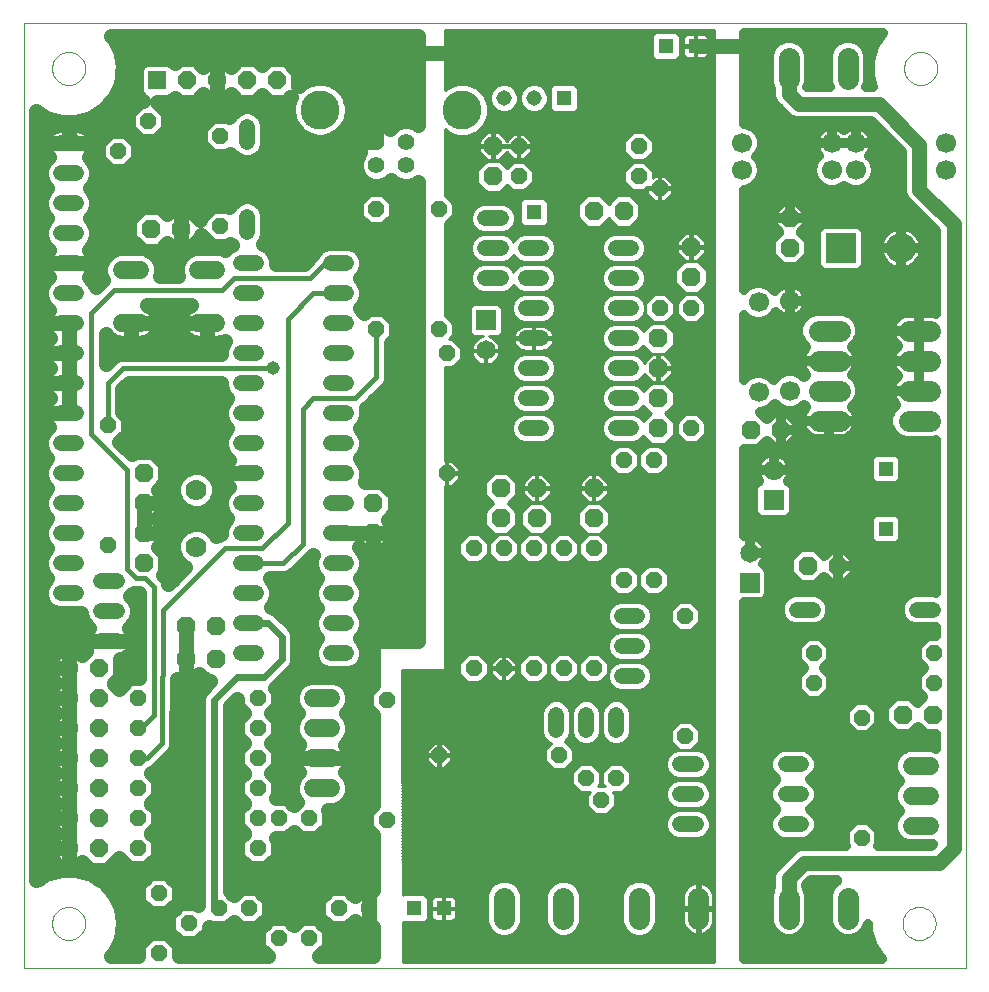
<source format=gbl>
G75*
G70*
%OFA0B0*%
%FSLAX24Y24*%
%IPPOS*%
%LPD*%
%AMOC8*
5,1,8,0,0,1.08239X$1,22.5*
%
%ADD10C,0.0000*%
%ADD11R,0.0600X0.0600*%
%ADD12OC8,0.0600*%
%ADD13OC8,0.0520*%
%ADD14C,0.0520*%
%ADD15C,0.0600*%
%ADD16C,0.0560*%
%ADD17C,0.1300*%
%ADD18OC8,0.0630*%
%ADD19C,0.0700*%
%ADD20C,0.0669*%
%ADD21R,0.1000X0.1000*%
%ADD22C,0.1000*%
%ADD23R,0.0515X0.0515*%
%ADD24C,0.0705*%
%ADD25C,0.0700*%
%ADD26R,0.0700X0.0700*%
%ADD27C,0.0515*%
%ADD28R,0.0650X0.0650*%
%ADD29C,0.0650*%
%ADD30C,0.0450*%
%ADD31C,0.0500*%
%ADD32C,0.0100*%
%ADD33C,0.0320*%
%ADD34C,0.0160*%
%ADD35C,0.0240*%
D10*
X000353Y000353D02*
X000353Y031853D01*
X031753Y031853D01*
X031753Y000353D01*
X000353Y000353D01*
X001302Y001853D02*
X001304Y001900D01*
X001310Y001946D01*
X001320Y001992D01*
X001333Y002037D01*
X001351Y002080D01*
X001372Y002122D01*
X001396Y002162D01*
X001424Y002199D01*
X001455Y002234D01*
X001489Y002267D01*
X001525Y002296D01*
X001564Y002322D01*
X001605Y002345D01*
X001648Y002364D01*
X001692Y002380D01*
X001737Y002392D01*
X001783Y002400D01*
X001830Y002404D01*
X001876Y002404D01*
X001923Y002400D01*
X001969Y002392D01*
X002014Y002380D01*
X002058Y002364D01*
X002101Y002345D01*
X002142Y002322D01*
X002181Y002296D01*
X002217Y002267D01*
X002251Y002234D01*
X002282Y002199D01*
X002310Y002162D01*
X002334Y002122D01*
X002355Y002080D01*
X002373Y002037D01*
X002386Y001992D01*
X002396Y001946D01*
X002402Y001900D01*
X002404Y001853D01*
X002402Y001806D01*
X002396Y001760D01*
X002386Y001714D01*
X002373Y001669D01*
X002355Y001626D01*
X002334Y001584D01*
X002310Y001544D01*
X002282Y001507D01*
X002251Y001472D01*
X002217Y001439D01*
X002181Y001410D01*
X002142Y001384D01*
X002101Y001361D01*
X002058Y001342D01*
X002014Y001326D01*
X001969Y001314D01*
X001923Y001306D01*
X001876Y001302D01*
X001830Y001302D01*
X001783Y001306D01*
X001737Y001314D01*
X001692Y001326D01*
X001648Y001342D01*
X001605Y001361D01*
X001564Y001384D01*
X001525Y001410D01*
X001489Y001439D01*
X001455Y001472D01*
X001424Y001507D01*
X001396Y001544D01*
X001372Y001584D01*
X001351Y001626D01*
X001333Y001669D01*
X001320Y001714D01*
X001310Y001760D01*
X001304Y001806D01*
X001302Y001853D01*
X001302Y030353D02*
X001304Y030400D01*
X001310Y030446D01*
X001320Y030492D01*
X001333Y030537D01*
X001351Y030580D01*
X001372Y030622D01*
X001396Y030662D01*
X001424Y030699D01*
X001455Y030734D01*
X001489Y030767D01*
X001525Y030796D01*
X001564Y030822D01*
X001605Y030845D01*
X001648Y030864D01*
X001692Y030880D01*
X001737Y030892D01*
X001783Y030900D01*
X001830Y030904D01*
X001876Y030904D01*
X001923Y030900D01*
X001969Y030892D01*
X002014Y030880D01*
X002058Y030864D01*
X002101Y030845D01*
X002142Y030822D01*
X002181Y030796D01*
X002217Y030767D01*
X002251Y030734D01*
X002282Y030699D01*
X002310Y030662D01*
X002334Y030622D01*
X002355Y030580D01*
X002373Y030537D01*
X002386Y030492D01*
X002396Y030446D01*
X002402Y030400D01*
X002404Y030353D01*
X002402Y030306D01*
X002396Y030260D01*
X002386Y030214D01*
X002373Y030169D01*
X002355Y030126D01*
X002334Y030084D01*
X002310Y030044D01*
X002282Y030007D01*
X002251Y029972D01*
X002217Y029939D01*
X002181Y029910D01*
X002142Y029884D01*
X002101Y029861D01*
X002058Y029842D01*
X002014Y029826D01*
X001969Y029814D01*
X001923Y029806D01*
X001876Y029802D01*
X001830Y029802D01*
X001783Y029806D01*
X001737Y029814D01*
X001692Y029826D01*
X001648Y029842D01*
X001605Y029861D01*
X001564Y029884D01*
X001525Y029910D01*
X001489Y029939D01*
X001455Y029972D01*
X001424Y030007D01*
X001396Y030044D01*
X001372Y030084D01*
X001351Y030126D01*
X001333Y030169D01*
X001320Y030214D01*
X001310Y030260D01*
X001304Y030306D01*
X001302Y030353D01*
X029702Y030353D02*
X029704Y030400D01*
X029710Y030446D01*
X029720Y030492D01*
X029733Y030537D01*
X029751Y030580D01*
X029772Y030622D01*
X029796Y030662D01*
X029824Y030699D01*
X029855Y030734D01*
X029889Y030767D01*
X029925Y030796D01*
X029964Y030822D01*
X030005Y030845D01*
X030048Y030864D01*
X030092Y030880D01*
X030137Y030892D01*
X030183Y030900D01*
X030230Y030904D01*
X030276Y030904D01*
X030323Y030900D01*
X030369Y030892D01*
X030414Y030880D01*
X030458Y030864D01*
X030501Y030845D01*
X030542Y030822D01*
X030581Y030796D01*
X030617Y030767D01*
X030651Y030734D01*
X030682Y030699D01*
X030710Y030662D01*
X030734Y030622D01*
X030755Y030580D01*
X030773Y030537D01*
X030786Y030492D01*
X030796Y030446D01*
X030802Y030400D01*
X030804Y030353D01*
X030802Y030306D01*
X030796Y030260D01*
X030786Y030214D01*
X030773Y030169D01*
X030755Y030126D01*
X030734Y030084D01*
X030710Y030044D01*
X030682Y030007D01*
X030651Y029972D01*
X030617Y029939D01*
X030581Y029910D01*
X030542Y029884D01*
X030501Y029861D01*
X030458Y029842D01*
X030414Y029826D01*
X030369Y029814D01*
X030323Y029806D01*
X030276Y029802D01*
X030230Y029802D01*
X030183Y029806D01*
X030137Y029814D01*
X030092Y029826D01*
X030048Y029842D01*
X030005Y029861D01*
X029964Y029884D01*
X029925Y029910D01*
X029889Y029939D01*
X029855Y029972D01*
X029824Y030007D01*
X029796Y030044D01*
X029772Y030084D01*
X029751Y030126D01*
X029733Y030169D01*
X029720Y030214D01*
X029710Y030260D01*
X029704Y030306D01*
X029702Y030353D01*
X029652Y001853D02*
X029654Y001900D01*
X029660Y001946D01*
X029670Y001992D01*
X029683Y002037D01*
X029701Y002080D01*
X029722Y002122D01*
X029746Y002162D01*
X029774Y002199D01*
X029805Y002234D01*
X029839Y002267D01*
X029875Y002296D01*
X029914Y002322D01*
X029955Y002345D01*
X029998Y002364D01*
X030042Y002380D01*
X030087Y002392D01*
X030133Y002400D01*
X030180Y002404D01*
X030226Y002404D01*
X030273Y002400D01*
X030319Y002392D01*
X030364Y002380D01*
X030408Y002364D01*
X030451Y002345D01*
X030492Y002322D01*
X030531Y002296D01*
X030567Y002267D01*
X030601Y002234D01*
X030632Y002199D01*
X030660Y002162D01*
X030684Y002122D01*
X030705Y002080D01*
X030723Y002037D01*
X030736Y001992D01*
X030746Y001946D01*
X030752Y001900D01*
X030754Y001853D01*
X030752Y001806D01*
X030746Y001760D01*
X030736Y001714D01*
X030723Y001669D01*
X030705Y001626D01*
X030684Y001584D01*
X030660Y001544D01*
X030632Y001507D01*
X030601Y001472D01*
X030567Y001439D01*
X030531Y001410D01*
X030492Y001384D01*
X030451Y001361D01*
X030408Y001342D01*
X030364Y001326D01*
X030319Y001314D01*
X030273Y001306D01*
X030226Y001302D01*
X030180Y001302D01*
X030133Y001306D01*
X030087Y001314D01*
X030042Y001326D01*
X029998Y001342D01*
X029955Y001361D01*
X029914Y001384D01*
X029875Y001410D01*
X029839Y001439D01*
X029805Y001472D01*
X029774Y001507D01*
X029746Y001544D01*
X029722Y001584D01*
X029701Y001626D01*
X029683Y001669D01*
X029670Y001714D01*
X029660Y001760D01*
X029654Y001806D01*
X029652Y001853D01*
D11*
X004803Y029953D03*
D12*
X005803Y029953D03*
X006803Y029953D03*
X007803Y029953D03*
X008803Y029953D03*
X002853Y010353D03*
X002853Y009353D03*
X002853Y008353D03*
X002853Y007353D03*
X002853Y006353D03*
X002853Y005353D03*
X002853Y004353D03*
X001853Y004353D03*
X001853Y005353D03*
X001853Y006353D03*
X001853Y007353D03*
X001853Y008353D03*
X001853Y009353D03*
X001853Y010353D03*
D13*
X004153Y009353D03*
X004153Y008353D03*
X004153Y007353D03*
X004153Y006353D03*
X004153Y005353D03*
X004153Y004353D03*
X004853Y002853D03*
X005853Y001853D03*
X006853Y002353D03*
X007853Y002353D03*
X008853Y001353D03*
X009853Y001353D03*
X010853Y002353D03*
X011853Y002353D03*
X012453Y005303D03*
X014203Y007453D03*
X012453Y009303D03*
X015353Y010353D03*
X016353Y010353D03*
X017353Y010353D03*
X018353Y010353D03*
X019353Y010353D03*
X020353Y013303D03*
X021353Y013303D03*
X022403Y012103D03*
X019353Y014353D03*
X018353Y014353D03*
X017353Y014353D03*
X016353Y014353D03*
X015353Y014353D03*
X014453Y016853D03*
X014453Y020853D03*
X014203Y021653D03*
X012103Y021653D03*
X012103Y025653D03*
X014203Y025653D03*
X016853Y026753D03*
X016853Y027753D03*
X020853Y027753D03*
X020853Y026753D03*
X021553Y026353D03*
X021553Y022353D03*
X022603Y022353D03*
X022603Y018353D03*
X021353Y017303D03*
X020353Y017303D03*
X026703Y010853D03*
X026703Y009853D03*
X028303Y008703D03*
X030703Y009853D03*
X030703Y010853D03*
X028303Y004703D03*
X022403Y008103D03*
X020103Y006703D03*
X019603Y005953D03*
X019103Y006703D03*
X018203Y007453D03*
X009853Y005353D03*
X008853Y005353D03*
X008153Y005353D03*
X008153Y006353D03*
X008153Y007353D03*
X008153Y008353D03*
X008153Y009353D03*
X008153Y004353D03*
X004853Y000853D03*
X003153Y014453D03*
X003153Y018453D03*
X006903Y025103D03*
X005503Y027603D03*
X004503Y028603D03*
X003503Y027603D03*
X006903Y028103D03*
D14*
X007803Y027893D02*
X007803Y028413D01*
X007803Y025413D02*
X007803Y024893D01*
X007593Y023853D02*
X008113Y023853D01*
X008113Y022853D02*
X007593Y022853D01*
X007593Y021853D02*
X008113Y021853D01*
X008113Y020853D02*
X007593Y020853D01*
X007593Y019853D02*
X008113Y019853D01*
X008113Y018853D02*
X007593Y018853D01*
X007593Y017853D02*
X008113Y017853D01*
X008113Y016853D02*
X007593Y016853D01*
X007593Y015853D02*
X008113Y015853D01*
X008113Y014853D02*
X007593Y014853D01*
X007593Y013853D02*
X008113Y013853D01*
X008113Y012853D02*
X007593Y012853D01*
X007593Y011853D02*
X008113Y011853D01*
X008113Y010853D02*
X007593Y010853D01*
X010593Y010853D02*
X011113Y010853D01*
X011113Y011853D02*
X010593Y011853D01*
X010593Y012853D02*
X011113Y012853D01*
X011113Y013853D02*
X010593Y013853D01*
X010593Y014853D02*
X011113Y014853D01*
X011113Y015853D02*
X010593Y015853D01*
X010593Y016853D02*
X011113Y016853D01*
X011113Y017853D02*
X010593Y017853D01*
X010593Y018853D02*
X011113Y018853D01*
X011113Y019853D02*
X010593Y019853D01*
X010593Y020853D02*
X011113Y020853D01*
X011113Y021853D02*
X010593Y021853D01*
X010593Y022853D02*
X011113Y022853D01*
X011113Y023853D02*
X010593Y023853D01*
X015743Y024353D02*
X016263Y024353D01*
X017093Y024353D02*
X017613Y024353D01*
X017613Y023353D02*
X017093Y023353D01*
X016263Y023353D02*
X015743Y023353D01*
X017093Y022353D02*
X017613Y022353D01*
X017613Y021353D02*
X017093Y021353D01*
X017093Y020353D02*
X017613Y020353D01*
X017613Y019353D02*
X017093Y019353D01*
X017093Y018353D02*
X017613Y018353D01*
X020093Y018353D02*
X020613Y018353D01*
X020613Y019353D02*
X020093Y019353D01*
X020093Y020353D02*
X020613Y020353D01*
X020613Y021353D02*
X020093Y021353D01*
X020093Y022353D02*
X020613Y022353D01*
X020613Y023353D02*
X020093Y023353D01*
X020093Y024353D02*
X020613Y024353D01*
X016263Y025353D02*
X015743Y025353D01*
X026143Y012303D02*
X026663Y012303D01*
X030143Y012303D02*
X030663Y012303D01*
X026273Y007153D02*
X025753Y007153D01*
X025753Y006153D02*
X026273Y006153D01*
X026273Y005153D02*
X025753Y005153D01*
X022753Y005153D02*
X022233Y005153D01*
X022233Y006153D02*
X022753Y006153D01*
X022753Y007153D02*
X022233Y007153D01*
X020103Y008293D02*
X020103Y008813D01*
X019103Y008813D02*
X019103Y008293D01*
X018103Y008293D02*
X018103Y008813D01*
X020293Y010103D02*
X020813Y010103D01*
X020813Y011103D02*
X020293Y011103D01*
X020293Y012103D02*
X020813Y012103D01*
X003463Y012253D02*
X002943Y012253D01*
X002943Y013253D02*
X003463Y013253D01*
X002113Y012853D02*
X001593Y012853D01*
X001593Y013853D02*
X002113Y013853D01*
X002113Y014853D02*
X001593Y014853D01*
X001593Y015853D02*
X002113Y015853D01*
X002113Y016853D02*
X001593Y016853D01*
X001593Y017853D02*
X002113Y017853D01*
X002113Y018853D02*
X001593Y018853D01*
X001593Y019853D02*
X002113Y019853D01*
X002113Y020853D02*
X001593Y020853D01*
X001593Y021853D02*
X002113Y021853D01*
X002113Y022853D02*
X001593Y022853D01*
X001593Y023853D02*
X002113Y023853D01*
X002113Y024853D02*
X001593Y024853D01*
X001593Y025853D02*
X002113Y025853D01*
X002113Y026853D02*
X001593Y026853D01*
X001593Y027853D02*
X002113Y027853D01*
X002943Y011253D02*
X003463Y011253D01*
D15*
X010003Y009353D02*
X010603Y009353D01*
X010603Y008353D02*
X010003Y008353D01*
X010003Y007353D02*
X010603Y007353D01*
X010603Y006353D02*
X010003Y006353D01*
X006783Y021863D02*
X006183Y021863D01*
X006183Y023643D02*
X006783Y023643D01*
X004223Y023643D02*
X003623Y023643D01*
X003623Y021863D02*
X004223Y021863D01*
X029953Y007103D02*
X030553Y007103D01*
X030553Y006103D02*
X029953Y006103D01*
X029953Y005103D02*
X030553Y005103D01*
D16*
X013095Y027123D03*
X013095Y027903D03*
X012111Y027903D03*
X012111Y027123D03*
D17*
X010233Y028973D03*
X014973Y028973D03*
D18*
X016003Y027753D03*
X016003Y026753D03*
X019353Y025603D03*
X020353Y025603D03*
X022603Y024403D03*
X022603Y023403D03*
X021503Y021353D03*
X021503Y020353D03*
X021503Y019353D03*
X021503Y018353D03*
X019353Y016353D03*
X019353Y015353D03*
X017453Y015353D03*
X017453Y016353D03*
X016253Y016353D03*
X016253Y015353D03*
X012003Y015853D03*
X012003Y014853D03*
X006753Y011753D03*
X006753Y010653D03*
X005753Y010653D03*
X005753Y011753D03*
X004353Y013853D03*
X004353Y014853D03*
X004353Y015853D03*
X004353Y016853D03*
X004603Y025003D03*
X005603Y025003D03*
X024603Y018303D03*
X025603Y018303D03*
X026503Y013753D03*
X027503Y013753D03*
X029653Y008803D03*
X030653Y008803D03*
X025903Y024353D03*
X025903Y025353D03*
D19*
X025353Y016953D03*
X006103Y016303D03*
X006103Y014403D03*
D20*
X024303Y026953D03*
X024303Y027853D03*
X027303Y027853D03*
X028103Y027853D03*
X028103Y026953D03*
X027303Y026953D03*
X031103Y026953D03*
X031103Y027853D03*
X025903Y022603D03*
X024853Y022553D03*
X024853Y019553D03*
X025903Y019603D03*
D21*
X027603Y024353D03*
D22*
X029603Y024353D03*
D23*
X022753Y031103D03*
X021753Y031103D03*
X018353Y029353D03*
X017353Y025553D03*
X029103Y017003D03*
X029103Y015003D03*
X014353Y002353D03*
X013353Y002353D03*
D24*
X016369Y002000D02*
X016369Y002705D01*
X018337Y002705D02*
X018337Y002000D01*
X020869Y002000D02*
X020869Y002705D01*
X022837Y002705D02*
X022837Y002000D01*
X025869Y002000D02*
X025869Y002705D01*
X027837Y002705D02*
X027837Y002000D01*
X027837Y030000D02*
X027837Y030705D01*
X025869Y030705D02*
X025869Y030000D01*
D25*
X026853Y021603D02*
X027553Y021603D01*
X027553Y020603D02*
X026853Y020603D01*
X026853Y019603D02*
X027553Y019603D01*
X027553Y018603D02*
X026853Y018603D01*
X029853Y018603D02*
X030553Y018603D01*
X030553Y019603D02*
X029853Y019603D01*
X029853Y020603D02*
X030553Y020603D01*
X030553Y021603D02*
X029853Y021603D01*
D26*
X025353Y015953D03*
D27*
X017353Y029353D03*
X016353Y029353D03*
D28*
X015753Y021953D03*
X024553Y013203D03*
D29*
X024553Y014203D03*
X015753Y020953D03*
D30*
X022353Y019853D03*
X022853Y020353D03*
X022853Y019353D03*
X026253Y017003D03*
X024553Y015103D03*
X025403Y014503D03*
X027503Y014603D03*
X028253Y013803D03*
X027503Y012953D03*
X026603Y022603D03*
X025853Y023353D03*
X025903Y026103D03*
X026603Y027853D03*
X027553Y028503D03*
X028353Y028503D03*
X029103Y027853D03*
X029603Y025353D03*
X030603Y024353D03*
X029603Y023353D03*
X028603Y024353D03*
X008653Y020353D03*
X004503Y021103D03*
X003903Y019803D03*
X004003Y024603D03*
X006353Y030853D03*
X005753Y009353D03*
D31*
X005459Y009327D02*
X006173Y009327D01*
X006173Y009408D02*
X006173Y009197D01*
X006173Y002608D01*
X006173Y002480D01*
X006130Y002523D01*
X005575Y002523D01*
X005183Y002130D01*
X005183Y001575D01*
X005575Y001183D01*
X006130Y001183D01*
X006523Y001575D01*
X006523Y001735D01*
X006575Y001683D01*
X007130Y001683D01*
X007353Y001905D01*
X007575Y001683D01*
X008130Y001683D01*
X008523Y002075D01*
X008523Y002630D01*
X008130Y003023D01*
X007575Y003023D01*
X007353Y002800D01*
X007233Y002920D01*
X007233Y009083D01*
X007483Y009333D01*
X007483Y009075D01*
X007705Y008853D01*
X007483Y008630D01*
X007483Y008075D01*
X007705Y007853D01*
X007483Y007630D01*
X007483Y007075D01*
X007705Y006853D01*
X007483Y006630D01*
X007483Y006075D01*
X007705Y005853D01*
X007483Y005630D01*
X007483Y005075D01*
X007705Y004853D01*
X007483Y004630D01*
X007483Y004075D01*
X007875Y003683D01*
X008430Y003683D01*
X008823Y004075D01*
X008823Y004630D01*
X008770Y004683D01*
X009130Y004683D01*
X009353Y004905D01*
X009575Y004683D01*
X010130Y004683D01*
X010523Y005075D01*
X010523Y005630D01*
X010510Y005643D01*
X010744Y005643D01*
X011005Y005751D01*
X011205Y005951D01*
X011313Y006211D01*
X011313Y006494D01*
X011205Y006755D01*
X011064Y006895D01*
X011092Y006923D01*
X011144Y006991D01*
X011187Y007065D01*
X011220Y007143D01*
X011242Y007226D01*
X011253Y007310D01*
X011253Y007353D01*
X011253Y007395D01*
X011242Y007480D01*
X011220Y007562D01*
X011187Y007641D01*
X011144Y007715D01*
X011092Y007782D01*
X011064Y007810D01*
X011205Y007951D01*
X011313Y008211D01*
X011313Y008494D01*
X011205Y008755D01*
X011107Y008853D01*
X011205Y008951D01*
X011313Y009211D01*
X011313Y009494D01*
X011205Y009755D01*
X011005Y009955D01*
X010744Y010063D01*
X009861Y010063D01*
X009601Y009955D01*
X009401Y009755D01*
X009293Y009494D01*
X009293Y009211D01*
X009401Y008951D01*
X009499Y008853D01*
X009401Y008755D01*
X009293Y008494D01*
X009293Y008211D01*
X009401Y007951D01*
X009541Y007810D01*
X009513Y007782D01*
X009461Y007715D01*
X009419Y007641D01*
X009386Y007562D01*
X009364Y007480D01*
X009353Y007395D01*
X009353Y007353D01*
X010302Y007353D01*
X010302Y007353D01*
X009353Y007353D01*
X009353Y007310D01*
X009364Y007226D01*
X009386Y007143D01*
X009419Y007065D01*
X009461Y006991D01*
X009513Y006923D01*
X009541Y006895D01*
X009401Y006755D01*
X009293Y006494D01*
X009293Y006211D01*
X009401Y005951D01*
X009452Y005899D01*
X009353Y005800D01*
X009130Y006023D01*
X008770Y006023D01*
X008823Y006075D01*
X008823Y006630D01*
X008600Y006853D01*
X008823Y007075D01*
X008823Y007630D01*
X008600Y007853D01*
X008823Y008075D01*
X008823Y008630D01*
X008600Y008853D01*
X008823Y009075D01*
X008823Y009630D01*
X008751Y009702D01*
X008802Y009753D01*
X009402Y010353D01*
X009483Y010547D01*
X009483Y010758D01*
X009483Y011508D01*
X009402Y011703D01*
X009253Y011852D01*
X008803Y012302D01*
X008608Y012383D01*
X008590Y012383D01*
X008681Y012473D01*
X008783Y012719D01*
X008783Y012986D01*
X008681Y013232D01*
X008560Y013353D01*
X008570Y013363D01*
X009100Y013363D01*
X009280Y013437D01*
X009418Y013575D01*
X009989Y014146D01*
X009923Y013986D01*
X009923Y013719D01*
X010025Y013473D01*
X010145Y013353D01*
X010025Y013232D01*
X009923Y012986D01*
X009923Y012719D01*
X010025Y012473D01*
X010145Y012353D01*
X010025Y012232D01*
X009923Y011986D01*
X009923Y011719D01*
X010025Y011473D01*
X010145Y011353D01*
X010025Y011232D01*
X009923Y010986D01*
X009923Y010719D01*
X010025Y010473D01*
X010213Y010285D01*
X010459Y010183D01*
X011246Y010183D01*
X011492Y010285D01*
X011681Y010473D01*
X011783Y010719D01*
X011783Y010986D01*
X011681Y011232D01*
X011560Y011353D01*
X011681Y011473D01*
X011783Y011719D01*
X011783Y011986D01*
X011681Y012232D01*
X011560Y012353D01*
X011681Y012473D01*
X011783Y012719D01*
X011783Y012986D01*
X011681Y013232D01*
X011560Y013353D01*
X011681Y013473D01*
X011783Y013719D01*
X011783Y013986D01*
X011681Y014232D01*
X011518Y014395D01*
X011519Y014396D01*
X011727Y014188D01*
X012003Y014188D01*
X012278Y014188D01*
X012668Y014577D01*
X012668Y014853D01*
X012668Y015128D01*
X012486Y015310D01*
X012728Y015552D01*
X012728Y016153D01*
X012303Y016578D01*
X011724Y016578D01*
X011783Y016719D01*
X011783Y016986D01*
X011681Y017232D01*
X011560Y017353D01*
X011681Y017473D01*
X011783Y017719D01*
X011783Y017986D01*
X011681Y018232D01*
X011560Y018353D01*
X011681Y018473D01*
X011783Y018719D01*
X011783Y018986D01*
X011767Y019024D01*
X011818Y019075D01*
X012518Y019775D01*
X012593Y019955D01*
X012593Y020150D01*
X012593Y021195D01*
X012773Y021375D01*
X012773Y021930D01*
X012380Y022323D01*
X011825Y022323D01*
X011697Y022194D01*
X011681Y022232D01*
X011560Y022353D01*
X011681Y022473D01*
X011783Y022719D01*
X011783Y022986D01*
X011681Y023232D01*
X011560Y023353D01*
X011681Y023473D01*
X011783Y023719D01*
X011783Y023986D01*
X011681Y024232D01*
X011492Y024421D01*
X011246Y024523D01*
X010459Y024523D01*
X010213Y024421D01*
X010025Y024232D01*
X009979Y024122D01*
X009700Y023843D01*
X008783Y023843D01*
X008783Y023986D01*
X008681Y024232D01*
X008492Y024421D01*
X008341Y024483D01*
X008371Y024513D01*
X008473Y024759D01*
X008473Y025546D01*
X008371Y025792D01*
X008182Y025981D01*
X007936Y026083D01*
X007669Y026083D01*
X007423Y025981D01*
X007235Y025792D01*
X007213Y025740D01*
X007180Y025773D01*
X006625Y025773D01*
X006233Y025380D01*
X006233Y025313D01*
X005878Y025668D01*
X005603Y025668D01*
X005603Y025003D01*
X005603Y025003D01*
X005603Y025668D01*
X005327Y025668D01*
X005145Y025486D01*
X004903Y025728D01*
X004302Y025728D01*
X003878Y025303D01*
X003878Y024702D01*
X004228Y024353D01*
X003481Y024353D01*
X003221Y024245D01*
X003021Y024045D01*
X002913Y023784D01*
X002913Y023501D01*
X002999Y023292D01*
X002756Y023049D01*
X002681Y023232D01*
X002518Y023395D01*
X002578Y023455D01*
X002634Y023533D01*
X002678Y023619D01*
X002708Y023710D01*
X002723Y023805D01*
X002723Y023853D01*
X002723Y023901D01*
X002708Y023996D01*
X002678Y024087D01*
X002634Y024172D01*
X002578Y024250D01*
X002518Y024310D01*
X002681Y024473D01*
X002783Y024719D01*
X002783Y024986D01*
X002681Y025232D01*
X002560Y025353D01*
X002681Y025473D01*
X002783Y025719D01*
X002783Y025986D01*
X002681Y026232D01*
X002560Y026353D01*
X002681Y026473D01*
X002783Y026719D01*
X002783Y026986D01*
X002681Y027232D01*
X002518Y027395D01*
X002578Y027455D01*
X002634Y027533D01*
X002678Y027619D01*
X002708Y027710D01*
X002723Y027805D01*
X002723Y027853D01*
X002723Y027901D01*
X002708Y027996D01*
X002678Y028087D01*
X002634Y028172D01*
X002578Y028250D01*
X002510Y028318D01*
X002432Y028374D01*
X002347Y028418D01*
X002256Y028448D01*
X002161Y028463D01*
X001853Y028463D01*
X001853Y027853D01*
X001853Y027853D01*
X002723Y027853D01*
X001853Y027853D01*
X001853Y027853D01*
X001853Y028463D01*
X001545Y028463D01*
X001450Y028448D01*
X001359Y028418D01*
X001273Y028374D01*
X001195Y028318D01*
X001127Y028250D01*
X001071Y028172D01*
X001027Y028087D01*
X000998Y027996D01*
X000983Y027901D01*
X000983Y027853D01*
X001852Y027853D01*
X001852Y027853D01*
X000983Y027853D01*
X000983Y027805D01*
X000998Y027710D01*
X001027Y027619D01*
X001071Y027533D01*
X001127Y027455D01*
X001188Y027395D01*
X001025Y027232D01*
X000923Y026986D01*
X000923Y026719D01*
X001025Y026473D01*
X001145Y026353D01*
X001025Y026232D01*
X000923Y025986D01*
X000923Y025719D01*
X001025Y025473D01*
X001145Y025353D01*
X001025Y025232D01*
X000923Y024986D01*
X000923Y024719D01*
X001025Y024473D01*
X001188Y024310D01*
X001127Y024250D01*
X001071Y024172D01*
X001027Y024087D01*
X000998Y023996D01*
X000983Y023901D01*
X000983Y023853D01*
X001852Y023853D01*
X001852Y023853D01*
X000983Y023853D01*
X000983Y023805D01*
X000998Y023710D01*
X001027Y023619D01*
X001071Y023533D01*
X001127Y023455D01*
X001188Y023395D01*
X001025Y023232D01*
X000923Y022986D01*
X000923Y022719D01*
X001025Y022473D01*
X001188Y022310D01*
X001127Y022250D01*
X001071Y022172D01*
X001027Y022087D01*
X000998Y021996D01*
X000983Y021901D01*
X000983Y021853D01*
X001852Y021853D01*
X001852Y021853D01*
X000983Y021853D01*
X000983Y021805D01*
X000998Y021710D01*
X001027Y021619D01*
X001071Y021533D01*
X001127Y021455D01*
X001195Y021387D01*
X001243Y021353D01*
X001195Y021318D01*
X001127Y021250D01*
X001071Y021172D01*
X001027Y021087D01*
X000998Y020996D01*
X000983Y020901D01*
X000983Y020853D01*
X001852Y020853D01*
X001852Y020853D01*
X001853Y020853D02*
X001853Y021463D01*
X001853Y020853D01*
X001853Y020853D01*
X001853Y020852D02*
X001853Y020463D01*
X001853Y019853D01*
X001853Y019853D01*
X001853Y020463D01*
X001853Y020852D01*
X001853Y020852D01*
X001852Y020853D02*
X000983Y020853D01*
X000983Y020805D01*
X000998Y020710D01*
X001027Y020619D01*
X001071Y020533D01*
X001127Y020455D01*
X001195Y020387D01*
X001243Y020353D01*
X001195Y020318D01*
X001127Y020250D01*
X001071Y020172D01*
X001027Y020087D01*
X000998Y019996D01*
X000983Y019901D01*
X000983Y019853D01*
X001852Y019853D01*
X001852Y019853D01*
X000983Y019853D01*
X000983Y019805D01*
X000998Y019710D01*
X001027Y019619D01*
X001071Y019533D01*
X001127Y019455D01*
X001195Y019387D01*
X001243Y019353D01*
X001195Y019318D01*
X001127Y019250D01*
X001071Y019172D01*
X001027Y019087D01*
X000998Y018996D01*
X000983Y018901D01*
X000983Y018853D01*
X001852Y018853D01*
X001852Y018853D01*
X001853Y018853D02*
X001853Y019463D01*
X001853Y018853D01*
X001853Y018853D01*
X001852Y018853D02*
X000983Y018853D01*
X000983Y018805D01*
X000998Y018710D01*
X001027Y018619D01*
X001071Y018533D01*
X001127Y018455D01*
X001188Y018395D01*
X001025Y018232D01*
X000923Y017986D01*
X000923Y017719D01*
X001025Y017473D01*
X001145Y017353D01*
X001025Y017232D01*
X000923Y016986D01*
X000923Y016719D01*
X001025Y016473D01*
X001145Y016353D01*
X001025Y016232D01*
X000923Y015986D01*
X000923Y015719D01*
X001025Y015473D01*
X001145Y015353D01*
X001025Y015232D01*
X000923Y014986D01*
X000923Y014719D01*
X001025Y014473D01*
X001145Y014353D01*
X001025Y014232D01*
X000923Y013986D01*
X000923Y013719D01*
X001025Y013473D01*
X001145Y013353D01*
X001025Y013232D01*
X000923Y012986D01*
X000923Y012719D01*
X001025Y012473D01*
X001213Y012285D01*
X001459Y012183D01*
X002246Y012183D01*
X002273Y012194D01*
X002273Y012119D01*
X002375Y011873D01*
X002538Y011710D01*
X002477Y011650D01*
X002421Y011572D01*
X002377Y011487D01*
X002348Y011396D01*
X002333Y011301D01*
X002333Y011253D01*
X003202Y011253D01*
X003202Y011253D01*
X002333Y011253D01*
X002333Y011205D01*
X002348Y011110D01*
X002377Y011019D01*
X002421Y010933D01*
X002424Y010928D01*
X002310Y010814D01*
X002122Y011003D01*
X001853Y011003D01*
X001853Y010353D01*
X001853Y010353D01*
X001853Y011003D01*
X001584Y011003D01*
X001203Y010622D01*
X001203Y010353D01*
X001852Y010353D01*
X001852Y010353D01*
X001203Y010353D01*
X001203Y010084D01*
X001434Y009853D01*
X001203Y009622D01*
X001203Y009353D01*
X001852Y009353D01*
X001852Y009353D01*
X001853Y009353D02*
X001853Y009703D01*
X001853Y010352D01*
X001853Y010352D01*
X001853Y009703D01*
X001853Y009353D01*
X001853Y009353D01*
X001853Y009352D02*
X001853Y008703D01*
X001853Y008353D01*
X001853Y008353D01*
X001853Y008703D01*
X001853Y009352D01*
X001853Y009352D01*
X001852Y009353D02*
X001203Y009353D01*
X001203Y009084D01*
X001434Y008853D01*
X001203Y008622D01*
X001203Y008353D01*
X001852Y008353D01*
X001852Y008353D01*
X001203Y008353D01*
X001203Y008084D01*
X001434Y007853D01*
X001203Y007622D01*
X001203Y007353D01*
X001852Y007353D01*
X001852Y007353D01*
X001853Y007353D02*
X001853Y008003D01*
X001853Y008352D01*
X001853Y008352D01*
X001853Y008003D01*
X001853Y007353D01*
X001853Y007353D01*
X001853Y007352D02*
X001853Y006703D01*
X001853Y006353D01*
X001853Y006353D01*
X001853Y007003D01*
X001853Y007352D01*
X001853Y007352D01*
X001852Y007353D02*
X001203Y007353D01*
X001203Y007084D01*
X001434Y006853D01*
X001203Y006622D01*
X001203Y006353D01*
X001852Y006353D01*
X001852Y006353D01*
X001203Y006353D01*
X001203Y006084D01*
X001434Y005853D01*
X001203Y005622D01*
X001203Y005353D01*
X001852Y005353D01*
X001852Y005353D01*
X001853Y005353D02*
X001853Y005703D01*
X001853Y006352D01*
X001853Y006352D01*
X001853Y005703D01*
X001853Y005353D01*
X001853Y005353D01*
X001853Y005352D02*
X001853Y004703D01*
X001853Y004353D01*
X001853Y004353D01*
X001853Y004703D01*
X001853Y005352D01*
X001853Y005352D01*
X001852Y005353D02*
X001203Y005353D01*
X001203Y005084D01*
X001434Y004853D01*
X001203Y004622D01*
X001203Y004353D01*
X001852Y004353D01*
X001852Y004353D01*
X001203Y004353D01*
X001203Y004084D01*
X001584Y003703D01*
X001853Y003703D01*
X002122Y003703D01*
X002310Y003891D01*
X002559Y003643D01*
X003147Y003643D01*
X003531Y004027D01*
X003875Y003683D01*
X004430Y003683D01*
X004823Y004075D01*
X004823Y004630D01*
X004600Y004853D01*
X004823Y005075D01*
X004823Y005630D01*
X004600Y005853D01*
X004823Y006075D01*
X004823Y006630D01*
X004600Y006853D01*
X004653Y006905D01*
X004730Y006937D01*
X004868Y007075D01*
X005297Y007504D01*
X005365Y007571D01*
X005366Y007573D01*
X005368Y007575D01*
X005405Y007664D01*
X005442Y007750D01*
X005442Y007753D01*
X005443Y007755D01*
X005443Y007852D01*
X005467Y009998D01*
X005477Y009988D01*
X005753Y009988D01*
X006028Y009988D01*
X006210Y010170D01*
X006452Y009928D01*
X006578Y009928D01*
X006253Y009603D01*
X006173Y009408D01*
X006476Y009825D02*
X005465Y009825D01*
X005753Y009988D02*
X005753Y010652D01*
X005753Y009988D01*
X005753Y010324D02*
X005753Y010324D01*
X005753Y010652D02*
X005753Y010652D01*
X005753Y010653D02*
X005753Y010653D01*
X005753Y011318D01*
X005753Y011752D01*
X005753Y011752D01*
X005753Y011318D01*
X005753Y010653D01*
X005753Y010822D02*
X005753Y010822D01*
X005753Y011321D02*
X005753Y011321D01*
X004213Y011321D02*
X004070Y011321D01*
X004073Y011301D02*
X004058Y011396D01*
X004028Y011487D01*
X003984Y011572D01*
X003928Y011650D01*
X003868Y011710D01*
X004031Y011873D01*
X004133Y012119D01*
X004133Y012386D01*
X004031Y012632D01*
X003910Y012753D01*
X004020Y012863D01*
X004200Y012863D01*
X004213Y012850D01*
X004213Y010023D01*
X003875Y010023D01*
X003531Y009678D01*
X003357Y009853D01*
X003563Y010059D01*
X003563Y010647D01*
X003559Y010650D01*
X003606Y010658D01*
X003697Y010687D01*
X003782Y010731D01*
X003860Y010787D01*
X003928Y010855D01*
X003984Y010933D01*
X004028Y011019D01*
X004058Y011110D01*
X004073Y011205D01*
X004073Y011253D01*
X004073Y011301D01*
X004073Y011253D02*
X003203Y011253D01*
X003203Y011253D01*
X004073Y011253D01*
X003977Y011819D02*
X004213Y011819D01*
X004213Y012318D02*
X004133Y012318D01*
X004213Y012816D02*
X003974Y012816D01*
X004987Y013462D02*
X005078Y013552D01*
X005078Y014153D01*
X004836Y014395D01*
X005018Y014577D01*
X005018Y014853D01*
X005018Y015128D01*
X004793Y015353D01*
X005018Y015577D01*
X005018Y015853D01*
X005018Y016128D01*
X004836Y016310D01*
X005078Y016552D01*
X005078Y017153D01*
X004653Y017578D01*
X004052Y017578D01*
X003962Y017487D01*
X003548Y017900D01*
X003823Y018175D01*
X003823Y018730D01*
X003643Y018910D01*
X003643Y019650D01*
X003856Y019863D01*
X006923Y019863D01*
X006923Y019719D01*
X007025Y019473D01*
X007145Y019353D01*
X007025Y019232D01*
X006923Y018986D01*
X006923Y018719D01*
X007025Y018473D01*
X007145Y018353D01*
X007025Y018232D01*
X006923Y017986D01*
X006923Y017719D01*
X007025Y017473D01*
X007188Y017310D01*
X007127Y017250D01*
X007071Y017172D01*
X007027Y017087D01*
X006998Y016996D01*
X006983Y016901D01*
X006983Y016853D01*
X007852Y016853D01*
X007852Y016853D01*
X006983Y016853D01*
X006983Y016805D01*
X006998Y016710D01*
X007027Y016619D01*
X007071Y016533D01*
X007127Y016455D01*
X007188Y016395D01*
X007025Y016232D01*
X006923Y015986D01*
X006923Y015719D01*
X007025Y015473D01*
X007145Y015353D01*
X007025Y015232D01*
X006923Y014986D01*
X006923Y014829D01*
X006775Y014768D01*
X006774Y014767D01*
X006747Y014833D01*
X006533Y015047D01*
X006254Y015163D01*
X005952Y015163D01*
X005672Y015047D01*
X005458Y014833D01*
X005343Y014554D01*
X005343Y014252D01*
X005458Y013972D01*
X005672Y013758D01*
X005738Y013731D01*
X005182Y013175D01*
X005118Y013330D01*
X004987Y013462D01*
X005125Y013315D02*
X005322Y013315D01*
X005078Y013813D02*
X005617Y013813D01*
X005343Y014312D02*
X004919Y014312D01*
X005018Y014811D02*
X005449Y014811D01*
X005018Y014853D02*
X004353Y014853D01*
X004353Y014853D01*
X004353Y015518D01*
X004353Y015852D01*
X004353Y015852D01*
X004353Y015853D02*
X004353Y015853D01*
X005018Y015853D01*
X004353Y015853D01*
X004353Y015852D02*
X004353Y015518D01*
X004353Y014853D01*
X005018Y014853D01*
X004837Y015309D02*
X007102Y015309D01*
X006923Y015808D02*
X006682Y015808D01*
X006747Y015872D02*
X006533Y015658D01*
X006254Y015543D01*
X005952Y015543D01*
X005672Y015658D01*
X005458Y015872D01*
X005343Y016152D01*
X005343Y016454D01*
X005458Y016733D01*
X005672Y016947D01*
X005952Y017063D01*
X006254Y017063D01*
X006533Y016947D01*
X006747Y016733D01*
X006863Y016454D01*
X006863Y016152D01*
X006747Y015872D01*
X006863Y016306D02*
X007099Y016306D01*
X006983Y016805D02*
X006676Y016805D01*
X007181Y017303D02*
X004928Y017303D01*
X005078Y016805D02*
X005530Y016805D01*
X005343Y016306D02*
X004840Y016306D01*
X005018Y015808D02*
X005523Y015808D01*
X004353Y015808D02*
X004353Y015808D01*
X004353Y015309D02*
X004353Y015309D01*
X004353Y014853D02*
X004353Y014853D01*
X006756Y014811D02*
X006878Y014811D01*
X008598Y013315D02*
X010107Y013315D01*
X009923Y013813D02*
X009656Y013813D01*
X009923Y012816D02*
X008783Y012816D01*
X008765Y012318D02*
X010110Y012318D01*
X009923Y011819D02*
X009286Y011819D01*
X009483Y011321D02*
X010113Y011321D01*
X009923Y010822D02*
X009483Y010822D01*
X009373Y010324D02*
X010174Y010324D01*
X009471Y009825D02*
X008875Y009825D01*
X008823Y009327D02*
X009293Y009327D01*
X009474Y008828D02*
X008625Y008828D01*
X008823Y008329D02*
X009293Y008329D01*
X009520Y007831D02*
X008622Y007831D01*
X008823Y007332D02*
X009353Y007332D01*
X009480Y006834D02*
X008619Y006834D01*
X008823Y006335D02*
X009293Y006335D01*
X009316Y005837D02*
X009389Y005837D01*
X009418Y004840D02*
X009287Y004840D01*
X008823Y004341D02*
X012003Y004341D01*
X012003Y004805D02*
X012003Y002963D01*
X011853Y002963D01*
X011853Y002353D01*
X011853Y002353D01*
X011853Y002963D01*
X011600Y002963D01*
X011395Y002758D01*
X011130Y003023D01*
X010575Y003023D01*
X010183Y002630D01*
X010183Y002075D01*
X010575Y001683D01*
X011130Y001683D01*
X011395Y001948D01*
X011600Y001743D01*
X011853Y001743D01*
X012003Y001743D01*
X012003Y000763D01*
X010210Y000763D01*
X010523Y001075D01*
X010523Y001630D01*
X010130Y002023D01*
X009575Y002023D01*
X009353Y001800D01*
X009130Y002023D01*
X008575Y002023D01*
X008183Y001630D01*
X008183Y001075D01*
X008495Y000763D01*
X005523Y000763D01*
X005523Y001130D01*
X005130Y001523D01*
X004575Y001523D01*
X004183Y001130D01*
X004183Y000763D01*
X003279Y000763D01*
X003375Y000874D01*
X003375Y000874D01*
X003589Y001343D01*
X003663Y001853D01*
X003589Y002363D01*
X003375Y002831D01*
X003038Y003221D01*
X002605Y003499D01*
X002605Y003499D01*
X002110Y003644D01*
X001595Y003644D01*
X001101Y003499D01*
X000763Y003282D01*
X000763Y028924D01*
X001101Y028706D01*
X001595Y028561D01*
X001595Y028561D01*
X002110Y028561D01*
X002110Y028561D01*
X002605Y028706D01*
X003038Y028985D01*
X003375Y029374D01*
X003375Y029374D01*
X003589Y029843D01*
X003663Y030353D01*
X003589Y030863D01*
X003375Y031331D01*
X003279Y031443D01*
X013503Y031443D01*
X013503Y028471D01*
X013486Y028488D01*
X013232Y028593D01*
X012958Y028593D01*
X012704Y028488D01*
X012560Y028344D01*
X012521Y028383D01*
X012441Y028442D01*
X012352Y028487D01*
X012258Y028517D01*
X012160Y028533D01*
X012111Y028533D01*
X012111Y027903D01*
X012110Y027903D01*
X012110Y027903D01*
X011481Y027903D01*
X011481Y027952D01*
X011496Y028050D01*
X011527Y028145D01*
X011572Y028233D01*
X011630Y028313D01*
X011700Y028383D01*
X011780Y028442D01*
X011869Y028487D01*
X011963Y028517D01*
X012061Y028533D01*
X012110Y028533D01*
X012110Y027903D01*
X011481Y027903D01*
X011481Y027853D01*
X011496Y027755D01*
X011527Y027661D01*
X011572Y027573D01*
X011577Y027565D01*
X011526Y027514D01*
X011421Y027260D01*
X011421Y026985D01*
X011526Y026732D01*
X011720Y026538D01*
X011973Y026433D01*
X012248Y026433D01*
X012501Y026538D01*
X012603Y026639D01*
X012704Y026538D01*
X012958Y026433D01*
X013232Y026433D01*
X013486Y026538D01*
X013503Y026555D01*
X013503Y011253D01*
X012003Y011253D01*
X012003Y009800D01*
X011783Y009580D01*
X011783Y009025D01*
X012003Y008805D01*
X012003Y005800D01*
X011783Y005580D01*
X011783Y005025D01*
X012003Y004805D01*
X011968Y004840D02*
X010287Y004840D01*
X010523Y005338D02*
X011783Y005338D01*
X012003Y005837D02*
X011091Y005837D01*
X011313Y006335D02*
X012003Y006335D01*
X012003Y006834D02*
X011126Y006834D01*
X011253Y007332D02*
X012003Y007332D01*
X012003Y007831D02*
X011085Y007831D01*
X011253Y007353D02*
X010303Y007353D01*
X010303Y007353D01*
X011253Y007353D01*
X011313Y008329D02*
X012003Y008329D01*
X011980Y008828D02*
X011132Y008828D01*
X011313Y009327D02*
X011783Y009327D01*
X012003Y009825D02*
X011134Y009825D01*
X011531Y010324D02*
X012003Y010324D01*
X012003Y010822D02*
X011783Y010822D01*
X011592Y011321D02*
X013503Y011321D01*
X013503Y011819D02*
X011783Y011819D01*
X011595Y012318D02*
X013503Y012318D01*
X013503Y012816D02*
X011783Y012816D01*
X011598Y013315D02*
X013503Y013315D01*
X013503Y013813D02*
X011783Y013813D01*
X012003Y014188D02*
X012003Y014852D01*
X012003Y014188D01*
X012003Y014312D02*
X012003Y014312D01*
X012402Y014312D02*
X013503Y014312D01*
X013503Y014811D02*
X012668Y014811D01*
X012668Y014853D02*
X012003Y014853D01*
X012668Y014853D01*
X012487Y015309D02*
X013503Y015309D01*
X013503Y015808D02*
X012728Y015808D01*
X012575Y016306D02*
X013503Y016306D01*
X013503Y016805D02*
X011783Y016805D01*
X011610Y017303D02*
X013503Y017303D01*
X013503Y017802D02*
X011783Y017802D01*
X011613Y018300D02*
X013503Y018300D01*
X013503Y018799D02*
X011783Y018799D01*
X012040Y019297D02*
X013503Y019297D01*
X013503Y019796D02*
X012527Y019796D01*
X012593Y020294D02*
X013503Y020294D01*
X013503Y020793D02*
X012593Y020793D01*
X012689Y021292D02*
X013503Y021292D01*
X013503Y021790D02*
X012773Y021790D01*
X012414Y022289D02*
X013503Y022289D01*
X013503Y022787D02*
X011783Y022787D01*
X011627Y023286D02*
X013503Y023286D01*
X013503Y023784D02*
X011783Y023784D01*
X011630Y024283D02*
X013503Y024283D01*
X013503Y024781D02*
X008473Y024781D01*
X008473Y025280D02*
X011528Y025280D01*
X011433Y025375D02*
X011825Y024983D01*
X012380Y024983D01*
X012773Y025375D01*
X012773Y025930D01*
X012380Y026323D01*
X011825Y026323D01*
X011433Y025930D01*
X011433Y025375D01*
X011433Y025778D02*
X008376Y025778D01*
X007229Y025778D02*
X002783Y025778D01*
X002636Y026277D02*
X011780Y026277D01*
X011508Y026776D02*
X002783Y026776D01*
X003225Y026933D02*
X002833Y027325D01*
X002833Y027880D01*
X003225Y028273D01*
X003780Y028273D01*
X004173Y027880D01*
X004173Y027325D01*
X003780Y026933D01*
X003225Y026933D01*
X002884Y027274D02*
X002639Y027274D01*
X002718Y027773D02*
X002833Y027773D01*
X002557Y028271D02*
X003224Y028271D01*
X003782Y028271D02*
X003887Y028271D01*
X003833Y028325D02*
X004225Y027933D01*
X004780Y027933D01*
X005173Y028325D01*
X005173Y028880D01*
X004810Y029243D01*
X005184Y029243D01*
X005335Y029305D01*
X005391Y029361D01*
X005509Y029243D01*
X006097Y029243D01*
X006345Y029491D01*
X006534Y029303D01*
X006803Y029303D01*
X007072Y029303D01*
X007260Y029491D01*
X007509Y029243D01*
X008097Y029243D01*
X008303Y029449D01*
X008509Y029243D01*
X009097Y029243D01*
X009257Y029403D01*
X009245Y029382D01*
X009173Y029112D01*
X009173Y028833D01*
X009245Y028564D01*
X009385Y028322D01*
X009582Y028125D01*
X009824Y027985D01*
X010093Y027913D01*
X010372Y027913D01*
X010642Y027985D01*
X010884Y028125D01*
X011081Y028322D01*
X011220Y028564D01*
X011293Y028833D01*
X011293Y029112D01*
X011220Y029382D01*
X011081Y029624D01*
X010884Y029821D01*
X010642Y029960D01*
X010372Y030033D01*
X010093Y030033D01*
X009824Y029960D01*
X009582Y029821D01*
X009513Y029752D01*
X009513Y030247D01*
X009097Y030663D01*
X008509Y030663D01*
X008303Y030457D01*
X008097Y030663D01*
X007509Y030663D01*
X007260Y030414D01*
X007072Y030603D01*
X006803Y030603D01*
X006803Y029953D01*
X006803Y029953D01*
X006803Y030603D01*
X006534Y030603D01*
X006345Y030414D01*
X006097Y030663D01*
X005509Y030663D01*
X005391Y030545D01*
X005335Y030600D01*
X005184Y030663D01*
X004421Y030663D01*
X004271Y030600D01*
X004155Y030485D01*
X004093Y030334D01*
X004093Y029571D01*
X004155Y029421D01*
X004271Y029305D01*
X004349Y029273D01*
X004225Y029273D01*
X003833Y028880D01*
X003833Y028325D01*
X003833Y028770D02*
X002703Y028770D01*
X002605Y028706D02*
X002605Y028706D01*
X003038Y028985D02*
X003038Y028985D01*
X003038Y028985D01*
X003284Y029268D02*
X004221Y029268D01*
X004093Y029767D02*
X003555Y029767D01*
X003589Y029843D02*
X003589Y029843D01*
X003650Y030265D02*
X004093Y030265D01*
X003604Y030764D02*
X013503Y030764D01*
X013503Y031262D02*
X003407Y031262D01*
X003375Y031331D02*
X003375Y031331D01*
X003589Y030863D02*
X003589Y030863D01*
X005246Y029268D02*
X005483Y029268D01*
X005173Y028770D02*
X006622Y028770D01*
X006625Y028773D02*
X006233Y028380D01*
X006233Y027825D01*
X006625Y027433D01*
X007180Y027433D01*
X007248Y027500D01*
X007423Y027325D01*
X007669Y027223D01*
X007936Y027223D01*
X008182Y027325D01*
X008371Y027513D01*
X008473Y027759D01*
X008473Y028546D01*
X008371Y028792D01*
X008182Y028981D01*
X007936Y029083D01*
X007669Y029083D01*
X007423Y028981D01*
X007235Y028792D01*
X007213Y028740D01*
X007180Y028773D01*
X006625Y028773D01*
X006803Y029303D02*
X006803Y029952D01*
X006803Y029303D01*
X007183Y028770D02*
X007225Y028770D01*
X007483Y029268D02*
X006122Y029268D01*
X006803Y029767D02*
X006803Y029767D01*
X006803Y029952D02*
X006803Y029952D01*
X006803Y030265D02*
X006803Y030265D01*
X008122Y029268D02*
X008483Y029268D01*
X008380Y028770D02*
X009190Y028770D01*
X009215Y029268D02*
X009122Y029268D01*
X009513Y029767D02*
X009528Y029767D01*
X009494Y030265D02*
X013503Y030265D01*
X013503Y029767D02*
X010938Y029767D01*
X011251Y029268D02*
X013503Y029268D01*
X013503Y028770D02*
X011276Y028770D01*
X011030Y028271D02*
X011600Y028271D01*
X011493Y027773D02*
X008473Y027773D01*
X008473Y028271D02*
X009435Y028271D01*
X008060Y027274D02*
X011426Y027274D01*
X012110Y028271D02*
X012111Y028271D01*
X012426Y026277D02*
X013503Y026277D01*
X013503Y025778D02*
X012773Y025778D01*
X012677Y025280D02*
X013503Y025280D01*
X011791Y022289D02*
X011624Y022289D01*
X010075Y024283D02*
X008630Y024283D01*
X007294Y024454D02*
X007213Y024421D01*
X007080Y024288D01*
X006924Y024353D01*
X006041Y024353D01*
X005781Y024245D01*
X005581Y024045D01*
X005473Y023784D01*
X005473Y023501D01*
X005497Y023443D01*
X004908Y023443D01*
X004933Y023501D01*
X004933Y023784D01*
X004825Y024045D01*
X004625Y024245D01*
X004545Y024278D01*
X004903Y024278D01*
X005145Y024520D01*
X005327Y024338D01*
X005603Y024338D01*
X005878Y024338D01*
X006268Y024727D01*
X006268Y024790D01*
X006625Y024433D01*
X007180Y024433D01*
X007248Y024500D01*
X007294Y024454D01*
X006277Y024781D02*
X006268Y024781D01*
X005873Y024283D02*
X004908Y024283D01*
X004933Y023784D02*
X005473Y023784D01*
X005603Y024338D02*
X005603Y025002D01*
X005603Y024338D01*
X005603Y024781D02*
X005603Y024781D01*
X005603Y025002D02*
X005603Y025002D01*
X005603Y025280D02*
X005603Y025280D01*
X005503Y026993D02*
X005250Y026993D01*
X004893Y027350D01*
X004893Y027603D01*
X005502Y027603D01*
X005502Y027603D01*
X005503Y027603D02*
X005503Y028213D01*
X005755Y028213D01*
X006113Y027855D01*
X006113Y027603D01*
X005503Y027603D01*
X005503Y027603D01*
X005503Y027603D01*
X005503Y028213D01*
X005250Y028213D01*
X004893Y027855D01*
X004893Y027603D01*
X005502Y027603D01*
X005503Y027602D02*
X005503Y027602D01*
X005503Y026993D01*
X005755Y026993D01*
X006113Y027350D01*
X006113Y027603D01*
X005503Y027603D01*
X005503Y027602D02*
X005503Y026993D01*
X005503Y027274D02*
X005503Y027274D01*
X006037Y027274D02*
X007546Y027274D01*
X006285Y027773D02*
X006113Y027773D01*
X006233Y028271D02*
X005119Y028271D01*
X004893Y027773D02*
X004173Y027773D01*
X004122Y027274D02*
X004969Y027274D01*
X005503Y027773D02*
X005503Y027773D01*
X003878Y025280D02*
X002633Y025280D01*
X002783Y024781D02*
X003878Y024781D01*
X003313Y024283D02*
X002545Y024283D01*
X002723Y023853D02*
X001853Y023853D01*
X001853Y023853D01*
X002723Y023853D01*
X002719Y023784D02*
X002913Y023784D01*
X002993Y023286D02*
X002627Y023286D01*
X001853Y021852D02*
X001853Y021463D01*
X001853Y021852D01*
X001853Y021852D01*
X001853Y021790D02*
X001853Y021790D01*
X001853Y021292D02*
X001853Y021292D01*
X001853Y020793D02*
X001853Y020793D01*
X001853Y020294D02*
X001853Y020294D01*
X001853Y019852D02*
X001853Y019463D01*
X001853Y019852D01*
X001853Y019852D01*
X001853Y019796D02*
X001853Y019796D01*
X001853Y019297D02*
X001853Y019297D01*
X001175Y019297D02*
X000763Y019297D01*
X000763Y018799D02*
X000984Y018799D01*
X001093Y018300D02*
X000763Y018300D01*
X000763Y017802D02*
X000923Y017802D01*
X000763Y017303D02*
X001096Y017303D01*
X000923Y016805D02*
X000763Y016805D01*
X000763Y016306D02*
X001099Y016306D01*
X000923Y015808D02*
X000763Y015808D01*
X000763Y015309D02*
X001102Y015309D01*
X000923Y014811D02*
X000763Y014811D01*
X000763Y014312D02*
X001104Y014312D01*
X000923Y013813D02*
X000763Y013813D01*
X000763Y013315D02*
X001107Y013315D01*
X000923Y012816D02*
X000763Y012816D01*
X000763Y012318D02*
X001180Y012318D01*
X000763Y011819D02*
X002429Y011819D01*
X002336Y011321D02*
X000763Y011321D01*
X000763Y010822D02*
X001403Y010822D01*
X001853Y010822D02*
X001853Y010822D01*
X001853Y010324D02*
X001853Y010324D01*
X001853Y009825D02*
X001853Y009825D01*
X001406Y009825D02*
X000763Y009825D01*
X000763Y009327D02*
X001203Y009327D01*
X001409Y008828D02*
X000763Y008828D01*
X000763Y008329D02*
X001203Y008329D01*
X001412Y007831D02*
X000763Y007831D01*
X000763Y007332D02*
X001203Y007332D01*
X001415Y006834D02*
X000763Y006834D01*
X000763Y006335D02*
X001203Y006335D01*
X001418Y005837D02*
X000763Y005837D01*
X000763Y005338D02*
X001203Y005338D01*
X001420Y004840D02*
X000763Y004840D01*
X000763Y004341D02*
X001203Y004341D01*
X001444Y003843D02*
X000763Y003843D01*
X001101Y003499D02*
X001101Y003499D01*
X000859Y003344D02*
X000763Y003344D01*
X001595Y003644D02*
X001595Y003644D01*
X001853Y003703D02*
X001853Y004352D01*
X001853Y003703D01*
X001853Y003843D02*
X001853Y003843D01*
X002110Y003644D02*
X002110Y003644D01*
X002262Y003843D02*
X002359Y003843D01*
X002846Y003344D02*
X004397Y003344D01*
X004575Y003523D02*
X004183Y003130D01*
X004183Y002575D01*
X004575Y002183D01*
X005130Y002183D01*
X005523Y002575D01*
X005523Y003130D01*
X005130Y003523D01*
X004575Y003523D01*
X004590Y003843D02*
X006173Y003843D01*
X006173Y003344D02*
X005309Y003344D01*
X005523Y002845D02*
X006173Y002845D01*
X005399Y002347D02*
X005294Y002347D01*
X005183Y001848D02*
X003662Y001848D01*
X003590Y001350D02*
X004402Y001350D01*
X004183Y000851D02*
X003356Y000851D01*
X003589Y001343D02*
X003589Y001343D01*
X003592Y002347D02*
X004411Y002347D01*
X004183Y002845D02*
X003363Y002845D01*
X003375Y002831D02*
X003375Y002831D01*
X003589Y002363D02*
X003589Y002363D01*
X003038Y003221D02*
X003038Y003221D01*
X003347Y003843D02*
X003715Y003843D01*
X004613Y004840D02*
X006173Y004840D01*
X006173Y004341D02*
X004823Y004341D01*
X004823Y005338D02*
X006173Y005338D01*
X006173Y005837D02*
X004616Y005837D01*
X004823Y006335D02*
X006173Y006335D01*
X006173Y006834D02*
X004619Y006834D01*
X005125Y007332D02*
X006173Y007332D01*
X006173Y007831D02*
X005443Y007831D01*
X005448Y008329D02*
X006173Y008329D01*
X006173Y008828D02*
X005454Y008828D01*
X007233Y008828D02*
X007681Y008828D01*
X007483Y008329D02*
X007233Y008329D01*
X007233Y007831D02*
X007683Y007831D01*
X007483Y007332D02*
X007233Y007332D01*
X007233Y006834D02*
X007686Y006834D01*
X007483Y006335D02*
X007233Y006335D01*
X007233Y005837D02*
X007689Y005837D01*
X007483Y005338D02*
X007233Y005338D01*
X007233Y004840D02*
X007692Y004840D01*
X007483Y004341D02*
X007233Y004341D01*
X007233Y003843D02*
X007715Y003843D01*
X007233Y003344D02*
X012003Y003344D01*
X012003Y003843D02*
X008590Y003843D01*
X008307Y002845D02*
X010398Y002845D01*
X010183Y002347D02*
X008523Y002347D01*
X008401Y001848D02*
X008296Y001848D01*
X008183Y001350D02*
X006297Y001350D01*
X005523Y000851D02*
X008407Y000851D01*
X009305Y001848D02*
X009401Y001848D01*
X010305Y001848D02*
X010410Y001848D01*
X010523Y001350D02*
X012003Y001350D01*
X011853Y001743D02*
X011853Y002352D01*
X011853Y002352D01*
X011853Y001743D01*
X011853Y001848D02*
X011853Y001848D01*
X011494Y001848D02*
X011296Y001848D01*
X011853Y002347D02*
X011853Y002347D01*
X011853Y002845D02*
X011853Y002845D01*
X011483Y002845D02*
X011307Y002845D01*
X012003Y000851D02*
X010299Y000851D01*
X007410Y001848D02*
X007296Y001848D01*
X007307Y002845D02*
X007398Y002845D01*
X005408Y001350D02*
X005303Y001350D01*
X001853Y004341D02*
X001853Y004341D01*
X001853Y004352D02*
X001853Y004352D01*
X001853Y004840D02*
X001853Y004840D01*
X001853Y005338D02*
X001853Y005338D01*
X001853Y005837D02*
X001853Y005837D01*
X001853Y006335D02*
X001853Y006335D01*
X001853Y006834D02*
X001853Y006834D01*
X001853Y007332D02*
X001853Y007332D01*
X001853Y007831D02*
X001853Y007831D01*
X001853Y008329D02*
X001853Y008329D01*
X001853Y008828D02*
X001853Y008828D01*
X001853Y009327D02*
X001853Y009327D01*
X001203Y010324D02*
X000763Y010324D01*
X002303Y010822D02*
X002318Y010822D01*
X003384Y009825D02*
X003678Y009825D01*
X003563Y010324D02*
X004213Y010324D01*
X004213Y010822D02*
X003895Y010822D01*
X007476Y009327D02*
X007483Y009327D01*
X011601Y014312D02*
X011603Y014312D01*
X012003Y014811D02*
X012003Y014811D01*
X012003Y014852D02*
X012003Y014852D01*
X012003Y014853D02*
X012003Y014853D01*
X012002Y014853D02*
X012002Y014853D01*
X011338Y014853D01*
X010853Y014853D01*
X010853Y014853D01*
X011338Y014853D01*
X012002Y014853D01*
X007093Y018300D02*
X003823Y018300D01*
X003647Y017802D02*
X006923Y017802D01*
X006923Y018799D02*
X003754Y018799D01*
X003643Y019297D02*
X007090Y019297D01*
X006923Y019796D02*
X003789Y019796D01*
X003093Y020486D02*
X003237Y020630D01*
X003375Y020768D01*
X003555Y020843D01*
X006923Y020843D01*
X006923Y020986D01*
X007025Y021232D01*
X007071Y021279D01*
X007071Y021279D01*
X006992Y021246D01*
X006910Y021224D01*
X006825Y021213D01*
X006483Y021213D01*
X006483Y021862D01*
X006483Y021862D01*
X006483Y021213D01*
X006140Y021213D01*
X006056Y021224D01*
X005973Y021246D01*
X005895Y021279D01*
X005821Y021321D01*
X005753Y021373D01*
X005693Y021433D01*
X005641Y021501D01*
X005599Y021575D01*
X005566Y021653D01*
X005544Y021736D01*
X005533Y021820D01*
X005533Y021863D01*
X006482Y021863D01*
X006482Y021863D01*
X005533Y021863D01*
X005533Y021905D01*
X005544Y021990D01*
X005566Y022072D01*
X005599Y022151D01*
X005641Y022225D01*
X005693Y022292D01*
X005753Y022352D01*
X005821Y022404D01*
X005895Y022447D01*
X005933Y022463D01*
X004473Y022463D01*
X004511Y022447D01*
X004585Y022404D01*
X004652Y022352D01*
X004712Y022292D01*
X004764Y022225D01*
X004807Y022151D01*
X004840Y022072D01*
X004862Y021990D01*
X004873Y021905D01*
X004873Y021863D01*
X003923Y021863D01*
X003923Y021863D01*
X004873Y021863D01*
X004873Y021820D01*
X004862Y021736D01*
X004840Y021653D01*
X004807Y021575D01*
X004764Y021501D01*
X004712Y021433D01*
X004652Y021373D01*
X004585Y021321D01*
X004511Y021279D01*
X004432Y021246D01*
X004350Y021224D01*
X004265Y021213D01*
X003923Y021213D01*
X003923Y021862D01*
X003923Y021862D01*
X003923Y021213D01*
X003580Y021213D01*
X003496Y021224D01*
X003413Y021246D01*
X003335Y021279D01*
X003261Y021321D01*
X003193Y021373D01*
X003133Y021433D01*
X003093Y021486D01*
X003093Y020486D01*
X003093Y020793D02*
X003435Y020793D01*
X003312Y021292D02*
X003093Y021292D01*
X003923Y021292D02*
X003923Y021292D01*
X003923Y021790D02*
X003923Y021790D01*
X004533Y021292D02*
X005872Y021292D01*
X005537Y021790D02*
X004869Y021790D01*
X004715Y022289D02*
X005690Y022289D01*
X006483Y021790D02*
X006483Y021790D01*
X006483Y021292D02*
X006483Y021292D01*
X001169Y021292D02*
X000763Y021292D01*
X000763Y020793D02*
X000985Y020793D01*
X001172Y020294D02*
X000763Y020294D01*
X000763Y019796D02*
X000984Y019796D01*
X000985Y021790D02*
X000763Y021790D01*
X000763Y022289D02*
X001166Y022289D01*
X000923Y022787D02*
X000763Y022787D01*
X000763Y023286D02*
X001078Y023286D01*
X000986Y023784D02*
X000763Y023784D01*
X000763Y024283D02*
X001160Y024283D01*
X000923Y024781D02*
X000763Y024781D01*
X000763Y025280D02*
X001072Y025280D01*
X000923Y025778D02*
X000763Y025778D01*
X000763Y026277D02*
X001070Y026277D01*
X000923Y026776D02*
X000763Y026776D01*
X000763Y027274D02*
X001067Y027274D01*
X000988Y027773D02*
X000763Y027773D01*
X000763Y028271D02*
X001149Y028271D01*
X001101Y028706D02*
X001101Y028706D01*
X001002Y028770D02*
X000763Y028770D01*
X001853Y028271D02*
X001853Y028271D01*
X012703Y030853D02*
X014703Y030853D01*
X022853Y031103D02*
X024353Y031103D01*
X025853Y030337D02*
X025869Y030353D01*
X025853Y030337D02*
X025853Y029503D01*
X026203Y029153D01*
X028853Y029153D01*
X030203Y027803D01*
X030203Y026303D01*
X031353Y025153D01*
X031353Y004353D01*
X030853Y003853D01*
X026353Y003853D01*
X025853Y003353D01*
X025853Y002369D01*
X025869Y002353D01*
X025903Y002319D01*
D32*
X023353Y002324D02*
X022887Y002324D01*
X022887Y002303D02*
X022887Y002403D01*
X022787Y002403D01*
X022787Y003206D01*
X022719Y003195D01*
X022644Y003171D01*
X022574Y003135D01*
X022510Y003089D01*
X022454Y003033D01*
X022407Y002969D01*
X022371Y002898D01*
X022347Y002823D01*
X022334Y002745D01*
X022334Y002403D01*
X022787Y002403D01*
X022787Y002303D01*
X022334Y002303D01*
X022334Y001961D01*
X022347Y001883D01*
X022371Y001807D01*
X022407Y001737D01*
X022454Y001673D01*
X022510Y001617D01*
X022574Y001570D01*
X022644Y001535D01*
X022719Y001510D01*
X022787Y001499D01*
X022787Y002303D01*
X022887Y002303D01*
X023339Y002303D01*
X023339Y001961D01*
X023327Y001883D01*
X023303Y001807D01*
X023267Y001737D01*
X023220Y001673D01*
X023164Y001617D01*
X023100Y001570D01*
X023030Y001535D01*
X022955Y001510D01*
X022887Y001499D01*
X022887Y002303D01*
X022887Y002225D02*
X022787Y002225D01*
X022787Y002127D02*
X022887Y002127D01*
X022887Y002028D02*
X022787Y002028D01*
X022787Y001929D02*
X022887Y001929D01*
X022887Y001831D02*
X022787Y001831D01*
X022787Y001732D02*
X022887Y001732D01*
X022887Y001634D02*
X022787Y001634D01*
X022787Y001535D02*
X022887Y001535D01*
X023031Y001535D02*
X023353Y001535D01*
X023353Y001437D02*
X012997Y001437D01*
X012997Y001535D02*
X016038Y001535D01*
X016050Y001523D02*
X016257Y001438D01*
X016480Y001438D01*
X016687Y001523D01*
X016845Y001682D01*
X016931Y001888D01*
X016931Y002817D01*
X016845Y003024D01*
X016687Y003182D01*
X016480Y003268D01*
X016257Y003268D01*
X016050Y003182D01*
X015892Y003024D01*
X015806Y002817D01*
X015806Y001888D01*
X015892Y001682D01*
X016050Y001523D01*
X015939Y001634D02*
X012996Y001634D01*
X012996Y001732D02*
X015871Y001732D01*
X015830Y001831D02*
X012995Y001831D01*
X013008Y001885D02*
X013697Y001885D01*
X013820Y002008D01*
X013820Y002697D01*
X013697Y002820D01*
X013008Y002820D01*
X012990Y002802D01*
X012953Y010303D01*
X014403Y010303D01*
X014403Y016443D01*
X014423Y016443D01*
X014423Y016822D01*
X014483Y016822D01*
X014483Y016443D01*
X014623Y016443D01*
X014863Y016683D01*
X014863Y016823D01*
X014483Y016823D01*
X014483Y016883D01*
X014423Y016883D01*
X014423Y017263D01*
X014403Y017263D01*
X014403Y020383D01*
X014647Y020383D01*
X014923Y020658D01*
X014923Y021047D01*
X015287Y021047D01*
X015289Y021064D02*
X015278Y020990D01*
X015278Y020972D01*
X015734Y020972D01*
X015734Y020934D01*
X015278Y020934D01*
X015278Y020915D01*
X015289Y020841D01*
X015313Y020770D01*
X015346Y020704D01*
X015390Y020643D01*
X015443Y020590D01*
X015504Y020546D01*
X015570Y020513D01*
X015641Y020489D01*
X015715Y020478D01*
X015734Y020478D01*
X015734Y020934D01*
X015772Y020934D01*
X015772Y020972D01*
X016228Y020972D01*
X016228Y020990D01*
X016216Y021064D01*
X016193Y021135D01*
X016159Y021202D01*
X016115Y021262D01*
X016062Y021315D01*
X016002Y021359D01*
X015935Y021393D01*
X015864Y021416D01*
X015853Y021418D01*
X016165Y021418D01*
X016288Y021541D01*
X016288Y022365D01*
X016165Y022488D01*
X015341Y022488D01*
X015218Y022365D01*
X015218Y021541D01*
X015341Y021418D01*
X015653Y021418D01*
X015641Y021416D01*
X015570Y021393D01*
X015504Y021359D01*
X015443Y021315D01*
X015390Y021262D01*
X015346Y021202D01*
X015313Y021135D01*
X015289Y021064D01*
X015318Y021145D02*
X014825Y021145D01*
X014923Y021047D02*
X014647Y021323D01*
X014537Y021323D01*
X014673Y021458D01*
X014673Y021847D01*
X014403Y022117D01*
X014403Y025188D01*
X014673Y025458D01*
X014673Y025847D01*
X014403Y026117D01*
X014403Y028327D01*
X014486Y028244D01*
X014802Y028113D01*
X015144Y028113D01*
X015460Y028244D01*
X015702Y028486D01*
X015833Y028802D01*
X015833Y029144D01*
X015702Y029460D01*
X015460Y029702D01*
X015144Y029833D01*
X014802Y029833D01*
X014486Y029702D01*
X014403Y029619D01*
X014403Y031643D01*
X023353Y031643D01*
X023353Y000563D01*
X013002Y000563D01*
X012995Y001899D01*
X013008Y001885D01*
X012998Y001338D02*
X023353Y001338D01*
X023353Y001240D02*
X012998Y001240D01*
X012999Y001141D02*
X023353Y001141D01*
X023353Y001043D02*
X012999Y001043D01*
X013000Y000944D02*
X023353Y000944D01*
X023353Y000845D02*
X013000Y000845D01*
X013001Y000747D02*
X023353Y000747D01*
X023353Y000648D02*
X013001Y000648D01*
X013741Y001929D02*
X015806Y001929D01*
X015806Y002028D02*
X014745Y002028D01*
X014750Y002037D02*
X014760Y002076D01*
X014760Y002324D01*
X014382Y002324D01*
X014382Y002381D01*
X014760Y002381D01*
X014760Y002630D01*
X014750Y002668D01*
X014730Y002702D01*
X014702Y002730D01*
X014668Y002750D01*
X014630Y002760D01*
X014381Y002760D01*
X014381Y002382D01*
X014324Y002382D01*
X014324Y002760D01*
X014076Y002760D01*
X014037Y002750D01*
X014003Y002730D01*
X013975Y002702D01*
X013956Y002668D01*
X013945Y002630D01*
X013945Y002381D01*
X014324Y002381D01*
X014324Y002324D01*
X014381Y002324D01*
X014381Y001945D01*
X014630Y001945D01*
X014668Y001956D01*
X014702Y001975D01*
X014730Y002003D01*
X014750Y002037D01*
X014760Y002127D02*
X015806Y002127D01*
X015806Y002225D02*
X014760Y002225D01*
X014760Y002324D02*
X015806Y002324D01*
X015806Y002422D02*
X014760Y002422D01*
X014760Y002521D02*
X015806Y002521D01*
X015806Y002619D02*
X014760Y002619D01*
X014715Y002718D02*
X015806Y002718D01*
X015806Y002816D02*
X013701Y002816D01*
X013800Y002718D02*
X013991Y002718D01*
X013945Y002619D02*
X013820Y002619D01*
X013820Y002521D02*
X013945Y002521D01*
X013945Y002422D02*
X013820Y002422D01*
X013820Y002324D02*
X013945Y002324D01*
X013945Y002076D01*
X013956Y002037D01*
X013975Y002003D01*
X014003Y001975D01*
X014037Y001956D01*
X014076Y001945D01*
X014324Y001945D01*
X014324Y002324D01*
X013945Y002324D01*
X013945Y002225D02*
X013820Y002225D01*
X013820Y002127D02*
X013945Y002127D01*
X013961Y002028D02*
X013820Y002028D01*
X014324Y002028D02*
X014381Y002028D01*
X014381Y002127D02*
X014324Y002127D01*
X014324Y002225D02*
X014381Y002225D01*
X014381Y002324D02*
X014324Y002324D01*
X014324Y002422D02*
X014381Y002422D01*
X014381Y002521D02*
X014324Y002521D01*
X014324Y002619D02*
X014381Y002619D01*
X014381Y002718D02*
X014324Y002718D01*
X013004Y002816D02*
X012990Y002816D01*
X012990Y002915D02*
X015846Y002915D01*
X015887Y003013D02*
X012989Y003013D01*
X012989Y003112D02*
X015980Y003112D01*
X016118Y003211D02*
X012988Y003211D01*
X012988Y003309D02*
X023353Y003309D01*
X023353Y003211D02*
X021119Y003211D01*
X021187Y003182D02*
X020980Y003268D01*
X020757Y003268D01*
X020550Y003182D01*
X020392Y003024D01*
X020306Y002817D01*
X020306Y001888D01*
X020392Y001682D01*
X020550Y001523D01*
X020757Y001438D01*
X020980Y001438D01*
X021187Y001523D01*
X021345Y001682D01*
X021431Y001888D01*
X021431Y002817D01*
X021345Y003024D01*
X021187Y003182D01*
X021257Y003112D02*
X022542Y003112D01*
X022440Y003013D02*
X021350Y003013D01*
X021391Y002915D02*
X022380Y002915D01*
X022346Y002816D02*
X021431Y002816D01*
X021431Y002718D02*
X022334Y002718D01*
X022334Y002619D02*
X021431Y002619D01*
X021431Y002521D02*
X022334Y002521D01*
X022334Y002422D02*
X021431Y002422D01*
X021431Y002324D02*
X022787Y002324D01*
X022787Y002422D02*
X022887Y002422D01*
X022887Y002403D02*
X022887Y003206D01*
X022955Y003195D01*
X023030Y003171D01*
X023100Y003135D01*
X023164Y003089D01*
X023220Y003033D01*
X023267Y002969D01*
X023303Y002898D01*
X023327Y002823D01*
X023339Y002745D01*
X023339Y002403D01*
X022887Y002403D01*
X022887Y002521D02*
X022787Y002521D01*
X022787Y002619D02*
X022887Y002619D01*
X022887Y002718D02*
X022787Y002718D01*
X022787Y002816D02*
X022887Y002816D01*
X022887Y002915D02*
X022787Y002915D01*
X022787Y003013D02*
X022887Y003013D01*
X022887Y003112D02*
X022787Y003112D01*
X023132Y003112D02*
X023353Y003112D01*
X023353Y003013D02*
X023234Y003013D01*
X023294Y002915D02*
X023353Y002915D01*
X023353Y002816D02*
X023328Y002816D01*
X023339Y002718D02*
X023353Y002718D01*
X023339Y002619D02*
X023353Y002619D01*
X023339Y002521D02*
X023353Y002521D01*
X023339Y002422D02*
X023353Y002422D01*
X023339Y002225D02*
X023353Y002225D01*
X023339Y002127D02*
X023353Y002127D01*
X023339Y002028D02*
X023353Y002028D01*
X023353Y001929D02*
X023335Y001929D01*
X023353Y001831D02*
X023310Y001831D01*
X023353Y001732D02*
X023264Y001732D01*
X023181Y001634D02*
X023353Y001634D01*
X022643Y001535D02*
X021199Y001535D01*
X021298Y001634D02*
X022493Y001634D01*
X022410Y001732D02*
X021366Y001732D01*
X021407Y001831D02*
X022364Y001831D01*
X022339Y001929D02*
X021431Y001929D01*
X021431Y002028D02*
X022334Y002028D01*
X022334Y002127D02*
X021431Y002127D01*
X021431Y002225D02*
X022334Y002225D01*
X023353Y003408D02*
X012987Y003408D01*
X012987Y003506D02*
X023353Y003506D01*
X023353Y003605D02*
X012986Y003605D01*
X012986Y003703D02*
X023353Y003703D01*
X023353Y003802D02*
X012985Y003802D01*
X012985Y003900D02*
X023353Y003900D01*
X023353Y003999D02*
X012984Y003999D01*
X012984Y004097D02*
X023353Y004097D01*
X023353Y004196D02*
X012983Y004196D01*
X012983Y004294D02*
X023353Y004294D01*
X023353Y004393D02*
X012982Y004393D01*
X012982Y004492D02*
X023353Y004492D01*
X023353Y004590D02*
X012981Y004590D01*
X012981Y004689D02*
X022125Y004689D01*
X022139Y004683D02*
X021966Y004754D01*
X021834Y004886D01*
X021763Y005059D01*
X021763Y005246D01*
X021834Y005419D01*
X021966Y005551D01*
X022139Y005623D01*
X022846Y005623D01*
X023019Y005551D01*
X023151Y005419D01*
X023223Y005246D01*
X023223Y005059D01*
X023151Y004886D01*
X023019Y004754D01*
X022846Y004683D01*
X022139Y004683D01*
X021934Y004787D02*
X012980Y004787D01*
X012980Y004886D02*
X021835Y004886D01*
X021794Y004984D02*
X012979Y004984D01*
X012979Y005083D02*
X021763Y005083D01*
X021763Y005181D02*
X012979Y005181D01*
X012978Y005280D02*
X021777Y005280D01*
X021818Y005378D02*
X012978Y005378D01*
X012977Y005477D02*
X021892Y005477D01*
X022025Y005576D02*
X019890Y005576D01*
X019797Y005483D02*
X020073Y005758D01*
X020073Y006147D01*
X019987Y006233D01*
X020297Y006233D01*
X020573Y006508D01*
X020573Y006897D01*
X020297Y007173D01*
X019908Y007173D01*
X019633Y006897D01*
X019633Y006508D01*
X019718Y006423D01*
X019487Y006423D01*
X019573Y006508D01*
X019573Y006897D01*
X019297Y007173D01*
X018908Y007173D01*
X018633Y006897D01*
X018633Y006508D01*
X018908Y006233D01*
X019218Y006233D01*
X019133Y006147D01*
X019133Y005758D01*
X019408Y005483D01*
X019797Y005483D01*
X019989Y005674D02*
X023353Y005674D01*
X023353Y005576D02*
X022960Y005576D01*
X022846Y005683D02*
X023019Y005754D01*
X023151Y005886D01*
X023223Y006059D01*
X023223Y006246D01*
X023151Y006419D01*
X023019Y006551D01*
X022846Y006623D01*
X022139Y006623D01*
X021966Y006551D01*
X021834Y006419D01*
X021763Y006246D01*
X021763Y006059D01*
X021834Y005886D01*
X021966Y005754D01*
X022139Y005683D01*
X022846Y005683D01*
X023037Y005773D02*
X023353Y005773D01*
X023353Y005871D02*
X023136Y005871D01*
X023186Y005970D02*
X023353Y005970D01*
X023353Y006068D02*
X023223Y006068D01*
X023223Y006167D02*
X023353Y006167D01*
X023353Y006265D02*
X023215Y006265D01*
X023174Y006364D02*
X023353Y006364D01*
X023353Y006462D02*
X023108Y006462D01*
X022995Y006561D02*
X023353Y006561D01*
X023353Y006660D02*
X020573Y006660D01*
X020573Y006758D02*
X021963Y006758D01*
X021966Y006754D02*
X022139Y006683D01*
X022846Y006683D01*
X023019Y006754D01*
X023151Y006886D01*
X023223Y007059D01*
X023223Y007246D01*
X023151Y007419D01*
X023019Y007551D01*
X022846Y007623D01*
X022139Y007623D01*
X021966Y007551D01*
X021834Y007419D01*
X021763Y007246D01*
X021763Y007059D01*
X021834Y006886D01*
X021966Y006754D01*
X021864Y006857D02*
X020573Y006857D01*
X020515Y006955D02*
X021806Y006955D01*
X021765Y007054D02*
X020416Y007054D01*
X020318Y007152D02*
X021763Y007152D01*
X021765Y007251D02*
X018665Y007251D01*
X018673Y007258D02*
X018673Y007647D01*
X018397Y007923D01*
X018501Y008026D01*
X018573Y008199D01*
X018573Y008906D01*
X018501Y009079D01*
X018369Y009211D01*
X018196Y009283D01*
X018009Y009283D01*
X017836Y009211D01*
X017704Y009079D01*
X017633Y008906D01*
X017633Y008199D01*
X017704Y008026D01*
X017836Y007894D01*
X017938Y007852D01*
X017733Y007647D01*
X017733Y007258D01*
X018008Y006983D01*
X018397Y006983D01*
X018673Y007258D01*
X018673Y007349D02*
X021805Y007349D01*
X021863Y007448D02*
X018673Y007448D01*
X018673Y007546D02*
X021962Y007546D01*
X022097Y007744D02*
X018577Y007744D01*
X018673Y007645D02*
X022196Y007645D01*
X022208Y007633D02*
X022597Y007633D01*
X022873Y007908D01*
X022873Y008297D01*
X022597Y008573D01*
X022208Y008573D01*
X021933Y008297D01*
X021933Y007908D01*
X022208Y007633D01*
X021999Y007842D02*
X020243Y007842D01*
X020196Y007823D02*
X020369Y007894D01*
X020501Y008026D01*
X020573Y008199D01*
X020573Y008906D01*
X020501Y009079D01*
X020369Y009211D01*
X020196Y009283D01*
X020009Y009283D01*
X019836Y009211D01*
X019704Y009079D01*
X019633Y008906D01*
X019633Y008199D01*
X019704Y008026D01*
X019836Y007894D01*
X020009Y007823D01*
X020196Y007823D01*
X019963Y007842D02*
X019243Y007842D01*
X019196Y007823D02*
X019369Y007894D01*
X019501Y008026D01*
X019573Y008199D01*
X019573Y008906D01*
X019501Y009079D01*
X019369Y009211D01*
X019196Y009283D01*
X019009Y009283D01*
X018836Y009211D01*
X018704Y009079D01*
X018633Y008906D01*
X018633Y008199D01*
X018704Y008026D01*
X018836Y007894D01*
X019009Y007823D01*
X019196Y007823D01*
X018963Y007842D02*
X018478Y007842D01*
X018397Y007923D02*
X018397Y007923D01*
X018415Y007941D02*
X018790Y007941D01*
X018699Y008039D02*
X018506Y008039D01*
X018547Y008138D02*
X018658Y008138D01*
X018633Y008236D02*
X018573Y008236D01*
X018573Y008335D02*
X018633Y008335D01*
X018633Y008433D02*
X018573Y008433D01*
X018573Y008532D02*
X018633Y008532D01*
X018633Y008630D02*
X018573Y008630D01*
X018573Y008729D02*
X018633Y008729D01*
X018633Y008827D02*
X018573Y008827D01*
X018565Y008926D02*
X018641Y008926D01*
X018682Y009025D02*
X018524Y009025D01*
X018457Y009123D02*
X018748Y009123D01*
X018862Y009222D02*
X018344Y009222D01*
X017862Y009222D02*
X012958Y009222D01*
X012958Y009320D02*
X023353Y009320D01*
X023353Y009222D02*
X020344Y009222D01*
X020457Y009123D02*
X023353Y009123D01*
X023353Y009025D02*
X020524Y009025D01*
X020565Y008926D02*
X023353Y008926D01*
X023353Y008827D02*
X020573Y008827D01*
X020573Y008729D02*
X023353Y008729D01*
X023353Y008630D02*
X020573Y008630D01*
X020573Y008532D02*
X022167Y008532D01*
X022069Y008433D02*
X020573Y008433D01*
X020573Y008335D02*
X021970Y008335D01*
X021933Y008236D02*
X020573Y008236D01*
X020547Y008138D02*
X021933Y008138D01*
X021933Y008039D02*
X020506Y008039D01*
X020415Y007941D02*
X021933Y007941D01*
X022610Y007645D02*
X023353Y007645D01*
X023353Y007744D02*
X022708Y007744D01*
X022807Y007842D02*
X023353Y007842D01*
X023353Y007941D02*
X022873Y007941D01*
X022873Y008039D02*
X023353Y008039D01*
X023353Y008138D02*
X022873Y008138D01*
X022873Y008236D02*
X023353Y008236D01*
X023353Y008335D02*
X022835Y008335D01*
X022737Y008433D02*
X023353Y008433D01*
X023353Y008532D02*
X022638Y008532D01*
X023024Y007546D02*
X023353Y007546D01*
X023353Y007448D02*
X023122Y007448D01*
X023180Y007349D02*
X023353Y007349D01*
X023353Y007251D02*
X023221Y007251D01*
X023223Y007152D02*
X023353Y007152D01*
X023353Y007054D02*
X023220Y007054D01*
X023180Y006955D02*
X023353Y006955D01*
X023353Y006857D02*
X023121Y006857D01*
X023023Y006758D02*
X023353Y006758D01*
X023353Y005477D02*
X023093Y005477D01*
X023168Y005378D02*
X023353Y005378D01*
X023353Y005280D02*
X023209Y005280D01*
X023223Y005181D02*
X023353Y005181D01*
X023353Y005083D02*
X023223Y005083D01*
X023192Y004984D02*
X023353Y004984D01*
X023353Y004886D02*
X023150Y004886D01*
X023052Y004787D02*
X023353Y004787D01*
X023353Y004689D02*
X022860Y004689D01*
X021948Y005773D02*
X020073Y005773D01*
X020073Y005871D02*
X021850Y005871D01*
X021800Y005970D02*
X020073Y005970D01*
X020073Y006068D02*
X021763Y006068D01*
X021763Y006167D02*
X020053Y006167D01*
X020330Y006265D02*
X021771Y006265D01*
X021811Y006364D02*
X020429Y006364D01*
X020527Y006462D02*
X021878Y006462D01*
X021990Y006561D02*
X020573Y006561D01*
X019888Y007152D02*
X019318Y007152D01*
X019416Y007054D02*
X019789Y007054D01*
X019691Y006955D02*
X019515Y006955D01*
X019573Y006857D02*
X019633Y006857D01*
X019633Y006758D02*
X019573Y006758D01*
X019573Y006660D02*
X019633Y006660D01*
X019633Y006561D02*
X019573Y006561D01*
X019527Y006462D02*
X019678Y006462D01*
X019152Y006167D02*
X012974Y006167D01*
X012973Y006265D02*
X018875Y006265D01*
X018777Y006364D02*
X012973Y006364D01*
X012972Y006462D02*
X018678Y006462D01*
X018633Y006561D02*
X012972Y006561D01*
X012971Y006660D02*
X018633Y006660D01*
X018633Y006758D02*
X012971Y006758D01*
X012970Y006857D02*
X018633Y006857D01*
X018691Y006955D02*
X012970Y006955D01*
X012969Y007054D02*
X014022Y007054D01*
X014033Y007043D02*
X014173Y007043D01*
X014173Y007422D01*
X014233Y007422D01*
X014233Y007043D01*
X014373Y007043D01*
X014613Y007283D01*
X014613Y007423D01*
X014233Y007423D01*
X014233Y007483D01*
X014613Y007483D01*
X014613Y007623D01*
X014373Y007863D01*
X014233Y007863D01*
X014233Y007483D01*
X014173Y007483D01*
X014173Y007863D01*
X014033Y007863D01*
X013793Y007623D01*
X013793Y007483D01*
X014172Y007483D01*
X014172Y007423D01*
X013793Y007423D01*
X013793Y007283D01*
X014033Y007043D01*
X014173Y007054D02*
X014233Y007054D01*
X014233Y007152D02*
X014173Y007152D01*
X014173Y007251D02*
X014233Y007251D01*
X014233Y007349D02*
X014173Y007349D01*
X014172Y007448D02*
X012967Y007448D01*
X012967Y007546D02*
X013793Y007546D01*
X013815Y007645D02*
X012966Y007645D01*
X012966Y007744D02*
X013914Y007744D01*
X014012Y007842D02*
X012965Y007842D01*
X012965Y007941D02*
X017790Y007941D01*
X017699Y008039D02*
X012964Y008039D01*
X012964Y008138D02*
X017658Y008138D01*
X017633Y008236D02*
X012963Y008236D01*
X012963Y008335D02*
X017633Y008335D01*
X017633Y008433D02*
X012962Y008433D01*
X012962Y008532D02*
X017633Y008532D01*
X017633Y008630D02*
X012961Y008630D01*
X012961Y008729D02*
X017633Y008729D01*
X017633Y008827D02*
X012960Y008827D01*
X012960Y008926D02*
X017641Y008926D01*
X017682Y009025D02*
X012959Y009025D01*
X012959Y009123D02*
X017748Y009123D01*
X017547Y009883D02*
X017158Y009883D01*
X016883Y010158D01*
X016883Y010547D01*
X017158Y010823D01*
X017547Y010823D01*
X017823Y010547D01*
X017823Y010158D01*
X017547Y009883D01*
X017576Y009911D02*
X018129Y009911D01*
X018158Y009883D02*
X018547Y009883D01*
X018823Y010158D01*
X018823Y010547D01*
X018547Y010823D01*
X018158Y010823D01*
X017883Y010547D01*
X017883Y010158D01*
X018158Y009883D01*
X018031Y010010D02*
X017675Y010010D01*
X017773Y010109D02*
X017932Y010109D01*
X017883Y010207D02*
X017823Y010207D01*
X017823Y010306D02*
X017883Y010306D01*
X017883Y010404D02*
X017823Y010404D01*
X017823Y010503D02*
X017883Y010503D01*
X017937Y010601D02*
X017769Y010601D01*
X017670Y010700D02*
X018035Y010700D01*
X018134Y010798D02*
X017572Y010798D01*
X017134Y010798D02*
X015572Y010798D01*
X015547Y010823D02*
X015158Y010823D01*
X014883Y010547D01*
X014883Y010158D01*
X015158Y009883D01*
X015547Y009883D01*
X015823Y010158D01*
X015823Y010547D01*
X015547Y010823D01*
X015670Y010700D02*
X016120Y010700D01*
X016183Y010763D02*
X015943Y010523D01*
X015943Y010383D01*
X016322Y010383D01*
X016322Y010323D01*
X015943Y010323D01*
X015943Y010183D01*
X016183Y009943D01*
X016323Y009943D01*
X016323Y010322D01*
X016383Y010322D01*
X016383Y009943D01*
X016523Y009943D01*
X016763Y010183D01*
X016763Y010323D01*
X016383Y010323D01*
X016383Y010383D01*
X016323Y010383D01*
X016323Y010763D01*
X016183Y010763D01*
X016323Y010700D02*
X016383Y010700D01*
X016383Y010763D02*
X016383Y010383D01*
X016763Y010383D01*
X016763Y010523D01*
X016523Y010763D01*
X016383Y010763D01*
X016383Y010601D02*
X016323Y010601D01*
X016323Y010503D02*
X016383Y010503D01*
X016383Y010404D02*
X016323Y010404D01*
X016323Y010306D02*
X016383Y010306D01*
X016383Y010207D02*
X016323Y010207D01*
X016323Y010109D02*
X016383Y010109D01*
X016383Y010010D02*
X016323Y010010D01*
X016116Y010010D02*
X015675Y010010D01*
X015773Y010109D02*
X016017Y010109D01*
X015943Y010207D02*
X015823Y010207D01*
X015823Y010306D02*
X015943Y010306D01*
X015943Y010404D02*
X015823Y010404D01*
X015823Y010503D02*
X015943Y010503D01*
X016021Y010601D02*
X015769Y010601D01*
X015134Y010798D02*
X014403Y010798D01*
X014403Y010700D02*
X015035Y010700D01*
X014937Y010601D02*
X014403Y010601D01*
X014403Y010503D02*
X014883Y010503D01*
X014883Y010404D02*
X014403Y010404D01*
X014403Y010306D02*
X014883Y010306D01*
X014883Y010207D02*
X012953Y010207D01*
X012954Y010109D02*
X014932Y010109D01*
X015031Y010010D02*
X012954Y010010D01*
X012955Y009911D02*
X015129Y009911D01*
X015576Y009911D02*
X017129Y009911D01*
X017031Y010010D02*
X016590Y010010D01*
X016688Y010109D02*
X016932Y010109D01*
X016883Y010207D02*
X016763Y010207D01*
X016763Y010306D02*
X016883Y010306D01*
X016883Y010404D02*
X016763Y010404D01*
X016763Y010503D02*
X016883Y010503D01*
X016937Y010601D02*
X016684Y010601D01*
X016585Y010700D02*
X017035Y010700D01*
X018572Y010798D02*
X019134Y010798D01*
X019158Y010823D02*
X018883Y010547D01*
X018883Y010158D01*
X019158Y009883D01*
X019547Y009883D01*
X019823Y010158D01*
X019823Y010547D01*
X019547Y010823D01*
X019158Y010823D01*
X019035Y010700D02*
X018670Y010700D01*
X018769Y010601D02*
X018937Y010601D01*
X018883Y010503D02*
X018823Y010503D01*
X018823Y010404D02*
X018883Y010404D01*
X018883Y010306D02*
X018823Y010306D01*
X018823Y010207D02*
X018883Y010207D01*
X018932Y010109D02*
X018773Y010109D01*
X018675Y010010D02*
X019031Y010010D01*
X019129Y009911D02*
X018576Y009911D01*
X019576Y009911D02*
X019863Y009911D01*
X019894Y009836D02*
X020026Y009704D01*
X020199Y009633D01*
X020906Y009633D01*
X021079Y009704D01*
X021211Y009836D01*
X021283Y010009D01*
X021283Y010196D01*
X021211Y010369D01*
X021079Y010501D01*
X020906Y010573D01*
X020199Y010573D01*
X020026Y010501D01*
X019894Y010369D01*
X019823Y010196D01*
X019823Y010009D01*
X019894Y009836D01*
X019918Y009813D02*
X012955Y009813D01*
X012956Y009714D02*
X020016Y009714D01*
X019823Y010010D02*
X019675Y010010D01*
X019773Y010109D02*
X019823Y010109D01*
X019823Y010207D02*
X019827Y010207D01*
X019823Y010306D02*
X019868Y010306D01*
X019823Y010404D02*
X019929Y010404D01*
X020030Y010503D02*
X019823Y010503D01*
X019769Y010601D02*
X023353Y010601D01*
X023353Y010503D02*
X021075Y010503D01*
X021176Y010404D02*
X023353Y010404D01*
X023353Y010306D02*
X021237Y010306D01*
X021278Y010207D02*
X023353Y010207D01*
X023353Y010109D02*
X021283Y010109D01*
X021283Y010010D02*
X023353Y010010D01*
X023353Y009911D02*
X021242Y009911D01*
X021188Y009813D02*
X023353Y009813D01*
X023353Y009714D02*
X021089Y009714D01*
X020906Y010633D02*
X020199Y010633D01*
X020026Y010704D01*
X019894Y010836D01*
X019823Y011009D01*
X019823Y011196D01*
X019894Y011369D01*
X020026Y011501D01*
X020199Y011573D01*
X020906Y011573D01*
X021079Y011501D01*
X021211Y011369D01*
X021283Y011196D01*
X021283Y011009D01*
X021211Y010836D01*
X021079Y010704D01*
X020906Y010633D01*
X021068Y010700D02*
X023353Y010700D01*
X023353Y010798D02*
X021173Y010798D01*
X021236Y010897D02*
X023353Y010897D01*
X023353Y010995D02*
X021277Y010995D01*
X021283Y011094D02*
X023353Y011094D01*
X023353Y011193D02*
X021283Y011193D01*
X021243Y011291D02*
X023353Y011291D01*
X023353Y011390D02*
X021191Y011390D01*
X021092Y011488D02*
X023353Y011488D01*
X023353Y011587D02*
X014403Y011587D01*
X014403Y011685D02*
X020072Y011685D01*
X020026Y011704D02*
X020199Y011633D01*
X020906Y011633D01*
X021079Y011704D01*
X021211Y011836D01*
X021283Y012009D01*
X021283Y012196D01*
X021211Y012369D01*
X021079Y012501D01*
X020906Y012573D01*
X020199Y012573D01*
X020026Y012501D01*
X019894Y012369D01*
X019823Y012196D01*
X019823Y012009D01*
X019894Y011836D01*
X020026Y011704D01*
X019947Y011784D02*
X014403Y011784D01*
X014403Y011882D02*
X019875Y011882D01*
X019834Y011981D02*
X014403Y011981D01*
X014403Y012079D02*
X019823Y012079D01*
X019823Y012178D02*
X014403Y012178D01*
X014403Y012276D02*
X019856Y012276D01*
X019900Y012375D02*
X014403Y012375D01*
X014403Y012474D02*
X019999Y012474D01*
X020198Y012572D02*
X014403Y012572D01*
X014403Y012671D02*
X023353Y012671D01*
X023353Y012769D02*
X014403Y012769D01*
X014403Y012868D02*
X020123Y012868D01*
X020158Y012833D02*
X019883Y013108D01*
X019883Y013497D01*
X020158Y013773D01*
X020547Y013773D01*
X020823Y013497D01*
X020823Y013108D01*
X020547Y012833D01*
X020158Y012833D01*
X020025Y012966D02*
X014403Y012966D01*
X014403Y013065D02*
X019926Y013065D01*
X019883Y013163D02*
X014403Y013163D01*
X014403Y013262D02*
X019883Y013262D01*
X019883Y013360D02*
X014403Y013360D01*
X014403Y013459D02*
X019883Y013459D01*
X019943Y013558D02*
X014403Y013558D01*
X014403Y013656D02*
X020041Y013656D01*
X020140Y013755D02*
X014403Y013755D01*
X014403Y013853D02*
X023353Y013853D01*
X023353Y013755D02*
X021565Y013755D01*
X021547Y013773D02*
X021158Y013773D01*
X020883Y013497D01*
X020883Y013108D01*
X021158Y012833D01*
X021547Y012833D01*
X021823Y013108D01*
X021823Y013497D01*
X021547Y013773D01*
X021664Y013656D02*
X023353Y013656D01*
X023353Y013558D02*
X021763Y013558D01*
X021823Y013459D02*
X023353Y013459D01*
X023353Y013360D02*
X021823Y013360D01*
X021823Y013262D02*
X023353Y013262D01*
X023353Y013163D02*
X021823Y013163D01*
X021779Y013065D02*
X023353Y013065D01*
X023353Y012966D02*
X021681Y012966D01*
X021582Y012868D02*
X023353Y012868D01*
X023353Y012572D02*
X022598Y012572D01*
X022597Y012573D02*
X022208Y012573D01*
X021933Y012297D01*
X021933Y011908D01*
X022208Y011633D01*
X022597Y011633D01*
X022873Y011908D01*
X022873Y012297D01*
X022597Y012573D01*
X022697Y012474D02*
X023353Y012474D01*
X023353Y012375D02*
X022795Y012375D01*
X022873Y012276D02*
X023353Y012276D01*
X023353Y012178D02*
X022873Y012178D01*
X022873Y012079D02*
X023353Y012079D01*
X023353Y011981D02*
X022873Y011981D01*
X022847Y011882D02*
X023353Y011882D01*
X023353Y011784D02*
X022748Y011784D01*
X022650Y011685D02*
X023353Y011685D01*
X022156Y011685D02*
X021033Y011685D01*
X021158Y011784D02*
X022057Y011784D01*
X021959Y011882D02*
X021230Y011882D01*
X021271Y011981D02*
X021933Y011981D01*
X021933Y012079D02*
X021283Y012079D01*
X021283Y012178D02*
X021933Y012178D01*
X021933Y012276D02*
X021249Y012276D01*
X021205Y012375D02*
X022010Y012375D01*
X022109Y012474D02*
X021107Y012474D01*
X020908Y012572D02*
X022207Y012572D01*
X021140Y013755D02*
X020565Y013755D01*
X020664Y013656D02*
X021041Y013656D01*
X020943Y013558D02*
X020763Y013558D01*
X020823Y013459D02*
X020883Y013459D01*
X020883Y013360D02*
X020823Y013360D01*
X020823Y013262D02*
X020883Y013262D01*
X020883Y013163D02*
X020823Y013163D01*
X020779Y013065D02*
X020926Y013065D01*
X021025Y012966D02*
X020681Y012966D01*
X020582Y012868D02*
X021123Y012868D01*
X019823Y014158D02*
X019547Y013883D01*
X019158Y013883D01*
X018883Y014158D01*
X018883Y014547D01*
X019158Y014823D01*
X019547Y014823D01*
X019823Y014547D01*
X019823Y014158D01*
X019813Y014149D02*
X023353Y014149D01*
X023353Y014247D02*
X019823Y014247D01*
X019823Y014346D02*
X023353Y014346D01*
X023353Y014444D02*
X019823Y014444D01*
X019823Y014543D02*
X023353Y014543D01*
X023353Y014642D02*
X019729Y014642D01*
X019630Y014740D02*
X023353Y014740D01*
X023353Y014839D02*
X019581Y014839D01*
X019570Y014828D02*
X019878Y015135D01*
X019878Y015570D01*
X019570Y015878D01*
X019135Y015878D01*
X018828Y015570D01*
X018828Y015135D01*
X019135Y014828D01*
X019570Y014828D01*
X019680Y014937D02*
X023353Y014937D01*
X023353Y015036D02*
X019778Y015036D01*
X019877Y015134D02*
X023353Y015134D01*
X023353Y015233D02*
X019878Y015233D01*
X019878Y015331D02*
X023353Y015331D01*
X023353Y015430D02*
X019878Y015430D01*
X019878Y015528D02*
X023353Y015528D01*
X023353Y015627D02*
X019821Y015627D01*
X019722Y015726D02*
X023353Y015726D01*
X023353Y015824D02*
X019624Y015824D01*
X019545Y015888D02*
X019818Y016160D01*
X019818Y016323D01*
X019383Y016323D01*
X019383Y016383D01*
X019323Y016383D01*
X019323Y016818D01*
X019160Y016818D01*
X018888Y016545D01*
X018888Y016383D01*
X019322Y016383D01*
X019322Y016323D01*
X018888Y016323D01*
X018888Y016160D01*
X019160Y015888D01*
X019323Y015888D01*
X019323Y016322D01*
X019383Y016322D01*
X019383Y015888D01*
X019545Y015888D01*
X019580Y015923D02*
X023353Y015923D01*
X023353Y016021D02*
X019679Y016021D01*
X019777Y016120D02*
X023353Y016120D01*
X023353Y016218D02*
X019818Y016218D01*
X019818Y016317D02*
X023353Y016317D01*
X023353Y016415D02*
X019818Y016415D01*
X019818Y016383D02*
X019818Y016545D01*
X019545Y016818D01*
X019383Y016818D01*
X019383Y016383D01*
X019818Y016383D01*
X019818Y016514D02*
X023353Y016514D01*
X023353Y016612D02*
X019751Y016612D01*
X019652Y016711D02*
X023353Y016711D01*
X023353Y016809D02*
X019554Y016809D01*
X019383Y016809D02*
X019323Y016809D01*
X019323Y016711D02*
X019383Y016711D01*
X019383Y016612D02*
X019323Y016612D01*
X019323Y016514D02*
X019383Y016514D01*
X019383Y016415D02*
X019323Y016415D01*
X019323Y016317D02*
X019383Y016317D01*
X019383Y016218D02*
X019323Y016218D01*
X019323Y016120D02*
X019383Y016120D01*
X019383Y016021D02*
X019323Y016021D01*
X019323Y015923D02*
X019383Y015923D01*
X019125Y015923D02*
X017680Y015923D01*
X017670Y015878D02*
X017235Y015878D01*
X016928Y015570D01*
X016928Y015135D01*
X017235Y014828D01*
X017670Y014828D01*
X017978Y015135D01*
X017978Y015570D01*
X017670Y015878D01*
X017645Y015888D02*
X017918Y016160D01*
X017918Y016323D01*
X017483Y016323D01*
X017483Y016383D01*
X017423Y016383D01*
X017423Y016818D01*
X017260Y016818D01*
X016988Y016545D01*
X016988Y016383D01*
X017422Y016383D01*
X017422Y016323D01*
X016988Y016323D01*
X016988Y016160D01*
X017260Y015888D01*
X017423Y015888D01*
X017423Y016322D01*
X017483Y016322D01*
X017483Y015888D01*
X017645Y015888D01*
X017724Y015824D02*
X019082Y015824D01*
X018983Y015726D02*
X017822Y015726D01*
X017921Y015627D02*
X018885Y015627D01*
X018828Y015528D02*
X017978Y015528D01*
X017978Y015430D02*
X018828Y015430D01*
X018828Y015331D02*
X017978Y015331D01*
X017978Y015233D02*
X018828Y015233D01*
X018829Y015134D02*
X017977Y015134D01*
X017878Y015036D02*
X018927Y015036D01*
X019026Y014937D02*
X017780Y014937D01*
X017681Y014839D02*
X019124Y014839D01*
X019075Y014740D02*
X018630Y014740D01*
X018547Y014823D02*
X018823Y014547D01*
X018823Y014158D01*
X018547Y013883D01*
X018158Y013883D01*
X017883Y014158D01*
X017883Y014547D01*
X018158Y014823D01*
X018547Y014823D01*
X018729Y014642D02*
X018977Y014642D01*
X018883Y014543D02*
X018823Y014543D01*
X018823Y014444D02*
X018883Y014444D01*
X018883Y014346D02*
X018823Y014346D01*
X018823Y014247D02*
X018883Y014247D01*
X018892Y014149D02*
X018813Y014149D01*
X018715Y014050D02*
X018991Y014050D01*
X019089Y013952D02*
X018616Y013952D01*
X018089Y013952D02*
X017616Y013952D01*
X017547Y013883D02*
X017823Y014158D01*
X017823Y014547D01*
X017547Y014823D01*
X017158Y014823D01*
X016883Y014547D01*
X016883Y014158D01*
X017158Y013883D01*
X017547Y013883D01*
X017715Y014050D02*
X017991Y014050D01*
X017892Y014149D02*
X017813Y014149D01*
X017823Y014247D02*
X017883Y014247D01*
X017883Y014346D02*
X017823Y014346D01*
X017823Y014444D02*
X017883Y014444D01*
X017883Y014543D02*
X017823Y014543D01*
X017729Y014642D02*
X017977Y014642D01*
X018075Y014740D02*
X017630Y014740D01*
X017224Y014839D02*
X016481Y014839D01*
X016470Y014828D02*
X016035Y014828D01*
X015728Y015135D01*
X015728Y015570D01*
X016010Y015853D01*
X015728Y016135D01*
X015728Y016570D01*
X016035Y016878D01*
X016470Y016878D01*
X016778Y016570D01*
X016778Y016135D01*
X016495Y015853D01*
X016778Y015570D01*
X016778Y015135D01*
X016470Y014828D01*
X016547Y014823D02*
X016158Y014823D01*
X015883Y014547D01*
X015883Y014158D01*
X016158Y013883D01*
X016547Y013883D01*
X016823Y014158D01*
X016823Y014547D01*
X016547Y014823D01*
X016630Y014740D02*
X017075Y014740D01*
X016977Y014642D02*
X016729Y014642D01*
X016823Y014543D02*
X016883Y014543D01*
X016883Y014444D02*
X016823Y014444D01*
X016823Y014346D02*
X016883Y014346D01*
X016883Y014247D02*
X016823Y014247D01*
X016813Y014149D02*
X016892Y014149D01*
X016991Y014050D02*
X016715Y014050D01*
X016616Y013952D02*
X017089Y013952D01*
X017126Y014937D02*
X016580Y014937D01*
X016678Y015036D02*
X017027Y015036D01*
X016929Y015134D02*
X016777Y015134D01*
X016778Y015233D02*
X016928Y015233D01*
X016928Y015331D02*
X016778Y015331D01*
X016778Y015430D02*
X016928Y015430D01*
X016928Y015528D02*
X016778Y015528D01*
X016721Y015627D02*
X016985Y015627D01*
X017083Y015726D02*
X016622Y015726D01*
X016524Y015824D02*
X017182Y015824D01*
X017225Y015923D02*
X016565Y015923D01*
X016664Y016021D02*
X017127Y016021D01*
X017028Y016120D02*
X016762Y016120D01*
X016778Y016218D02*
X016988Y016218D01*
X016988Y016317D02*
X016778Y016317D01*
X016778Y016415D02*
X016988Y016415D01*
X016988Y016514D02*
X016778Y016514D01*
X016736Y016612D02*
X017055Y016612D01*
X017153Y016711D02*
X016637Y016711D01*
X016538Y016809D02*
X017252Y016809D01*
X017423Y016809D02*
X017483Y016809D01*
X017483Y016818D02*
X017483Y016383D01*
X017918Y016383D01*
X017918Y016545D01*
X017645Y016818D01*
X017483Y016818D01*
X017483Y016711D02*
X017423Y016711D01*
X017423Y016612D02*
X017483Y016612D01*
X017483Y016514D02*
X017423Y016514D01*
X017423Y016415D02*
X017483Y016415D01*
X017483Y016317D02*
X017423Y016317D01*
X017423Y016218D02*
X017483Y016218D01*
X017483Y016120D02*
X017423Y016120D01*
X017423Y016021D02*
X017483Y016021D01*
X017483Y015923D02*
X017423Y015923D01*
X017779Y016021D02*
X019027Y016021D01*
X018928Y016120D02*
X017877Y016120D01*
X017918Y016218D02*
X018888Y016218D01*
X018888Y016317D02*
X017918Y016317D01*
X017918Y016415D02*
X018888Y016415D01*
X018888Y016514D02*
X017918Y016514D01*
X017851Y016612D02*
X018955Y016612D01*
X019053Y016711D02*
X017752Y016711D01*
X017654Y016809D02*
X019152Y016809D01*
X019883Y017108D02*
X020158Y016833D01*
X020547Y016833D01*
X020823Y017108D01*
X020823Y017497D01*
X020547Y017773D01*
X020158Y017773D01*
X019883Y017497D01*
X019883Y017108D01*
X019886Y017105D02*
X014780Y017105D01*
X014863Y017023D02*
X014623Y017263D01*
X014483Y017263D01*
X014483Y016883D01*
X014863Y016883D01*
X014863Y017023D01*
X014863Y017007D02*
X019984Y017007D01*
X020083Y016908D02*
X014863Y016908D01*
X014863Y016809D02*
X015967Y016809D01*
X015869Y016711D02*
X014863Y016711D01*
X014792Y016612D02*
X015770Y016612D01*
X015728Y016514D02*
X014694Y016514D01*
X014483Y016514D02*
X014423Y016514D01*
X014423Y016612D02*
X014483Y016612D01*
X014483Y016711D02*
X014423Y016711D01*
X014423Y016809D02*
X014483Y016809D01*
X014483Y016908D02*
X014423Y016908D01*
X014423Y017007D02*
X014483Y017007D01*
X014483Y017105D02*
X014423Y017105D01*
X014423Y017204D02*
X014483Y017204D01*
X014403Y017302D02*
X019883Y017302D01*
X019883Y017204D02*
X014682Y017204D01*
X014403Y017401D02*
X019883Y017401D01*
X019885Y017499D02*
X014403Y017499D01*
X014403Y017598D02*
X019983Y017598D01*
X020082Y017696D02*
X014403Y017696D01*
X014403Y017795D02*
X023353Y017795D01*
X023353Y017893D02*
X022808Y017893D01*
X022797Y017883D02*
X023073Y018158D01*
X023073Y018547D01*
X022797Y018823D01*
X022408Y018823D01*
X022133Y018547D01*
X022133Y018158D01*
X022408Y017883D01*
X022797Y017883D01*
X022907Y017992D02*
X023353Y017992D01*
X023353Y018091D02*
X023005Y018091D01*
X023073Y018189D02*
X023353Y018189D01*
X023353Y018288D02*
X023073Y018288D01*
X023073Y018386D02*
X023353Y018386D01*
X023353Y018485D02*
X023073Y018485D01*
X023037Y018583D02*
X023353Y018583D01*
X023353Y018682D02*
X022938Y018682D01*
X022840Y018780D02*
X023353Y018780D01*
X023353Y018879D02*
X021771Y018879D01*
X021745Y018853D02*
X022028Y019135D01*
X022028Y019570D01*
X021720Y019878D01*
X021285Y019878D01*
X021016Y019608D01*
X021011Y019619D01*
X020879Y019751D01*
X020706Y019823D01*
X019999Y019823D01*
X019826Y019751D01*
X019694Y019619D01*
X019623Y019446D01*
X019623Y019259D01*
X019694Y019086D01*
X019826Y018954D01*
X019999Y018883D01*
X020706Y018883D01*
X020879Y018954D01*
X021011Y019086D01*
X021016Y019097D01*
X021260Y018853D01*
X021016Y018608D01*
X021011Y018619D01*
X020879Y018751D01*
X020706Y018823D01*
X019999Y018823D01*
X019826Y018751D01*
X019694Y018619D01*
X019623Y018446D01*
X019623Y018259D01*
X019694Y018086D01*
X019826Y017954D01*
X019999Y017883D01*
X020706Y017883D01*
X020879Y017954D01*
X021011Y018086D01*
X021016Y018097D01*
X021285Y017828D01*
X021720Y017828D01*
X022028Y018135D01*
X022028Y018570D01*
X021745Y018853D01*
X021818Y018780D02*
X022366Y018780D01*
X022267Y018682D02*
X021916Y018682D01*
X022015Y018583D02*
X022169Y018583D01*
X022133Y018485D02*
X022028Y018485D01*
X022028Y018386D02*
X022133Y018386D01*
X022133Y018288D02*
X022028Y018288D01*
X022028Y018189D02*
X022133Y018189D01*
X022200Y018091D02*
X021983Y018091D01*
X021884Y017992D02*
X022299Y017992D01*
X022397Y017893D02*
X021786Y017893D01*
X021624Y017696D02*
X023353Y017696D01*
X023353Y017598D02*
X021722Y017598D01*
X021821Y017499D02*
X023353Y017499D01*
X023353Y017401D02*
X021823Y017401D01*
X021823Y017497D02*
X021547Y017773D01*
X021158Y017773D01*
X020883Y017497D01*
X020883Y017108D01*
X021158Y016833D01*
X021547Y016833D01*
X021823Y017108D01*
X021823Y017497D01*
X021823Y017302D02*
X023353Y017302D01*
X023353Y017204D02*
X021823Y017204D01*
X021820Y017105D02*
X023353Y017105D01*
X023353Y017007D02*
X021721Y017007D01*
X021623Y016908D02*
X023353Y016908D01*
X023353Y018977D02*
X021870Y018977D01*
X021968Y019076D02*
X023353Y019076D01*
X023353Y019175D02*
X022028Y019175D01*
X022028Y019273D02*
X023353Y019273D01*
X023353Y019372D02*
X022028Y019372D01*
X022028Y019470D02*
X023353Y019470D01*
X023353Y019569D02*
X022028Y019569D01*
X021931Y019667D02*
X023353Y019667D01*
X023353Y019766D02*
X021832Y019766D01*
X021734Y019864D02*
X023353Y019864D01*
X023353Y019963D02*
X021770Y019963D01*
X021695Y019888D02*
X021968Y020160D01*
X021968Y020323D01*
X021533Y020323D01*
X021533Y020383D01*
X021473Y020383D01*
X021473Y020818D01*
X021310Y020818D01*
X021041Y020548D01*
X021011Y020619D01*
X020879Y020751D01*
X020706Y020823D01*
X019999Y020823D01*
X019826Y020751D01*
X019694Y020619D01*
X019623Y020446D01*
X019623Y020259D01*
X019694Y020086D01*
X019826Y019954D01*
X019999Y019883D01*
X020706Y019883D01*
X020879Y019954D01*
X021011Y020086D01*
X021041Y020157D01*
X021310Y019888D01*
X021473Y019888D01*
X021473Y020322D01*
X021533Y020322D01*
X021533Y019888D01*
X021695Y019888D01*
X021533Y019963D02*
X021473Y019963D01*
X021473Y020061D02*
X021533Y020061D01*
X021533Y020160D02*
X021473Y020160D01*
X021473Y020259D02*
X021533Y020259D01*
X021533Y020357D02*
X023353Y020357D01*
X023353Y020259D02*
X021968Y020259D01*
X021968Y020160D02*
X023353Y020160D01*
X023353Y020061D02*
X021869Y020061D01*
X021968Y020383D02*
X021533Y020383D01*
X021533Y020818D01*
X021695Y020818D01*
X021968Y020545D01*
X021968Y020383D01*
X021968Y020456D02*
X023353Y020456D01*
X023353Y020554D02*
X021959Y020554D01*
X021860Y020653D02*
X023353Y020653D01*
X023353Y020751D02*
X021762Y020751D01*
X021720Y020828D02*
X021285Y020828D01*
X021016Y021097D01*
X021011Y021086D01*
X020879Y020954D01*
X020706Y020883D01*
X019999Y020883D01*
X019826Y020954D01*
X019694Y021086D01*
X019623Y021259D01*
X019623Y021446D01*
X019694Y021619D01*
X019826Y021751D01*
X019999Y021823D01*
X020706Y021823D01*
X020879Y021751D01*
X021011Y021619D01*
X021016Y021608D01*
X021285Y021878D01*
X021720Y021878D01*
X022028Y021570D01*
X022028Y021135D01*
X021720Y020828D01*
X021742Y020850D02*
X023353Y020850D01*
X023353Y020948D02*
X021841Y020948D01*
X021939Y021047D02*
X023353Y021047D01*
X023353Y021145D02*
X022028Y021145D01*
X022028Y021244D02*
X023353Y021244D01*
X023353Y021342D02*
X022028Y021342D01*
X022028Y021441D02*
X023353Y021441D01*
X023353Y021540D02*
X022028Y021540D01*
X021960Y021638D02*
X023353Y021638D01*
X023353Y021737D02*
X021861Y021737D01*
X021763Y021835D02*
X023353Y021835D01*
X023353Y021934D02*
X022848Y021934D01*
X022797Y021883D02*
X023073Y022158D01*
X023073Y022547D01*
X022797Y022823D01*
X022408Y022823D01*
X022133Y022547D01*
X022133Y022158D01*
X022408Y021883D01*
X022797Y021883D01*
X022947Y022032D02*
X023353Y022032D01*
X023353Y022131D02*
X023045Y022131D01*
X023073Y022229D02*
X023353Y022229D01*
X023353Y022328D02*
X023073Y022328D01*
X023073Y022426D02*
X023353Y022426D01*
X023353Y022525D02*
X023073Y022525D01*
X022997Y022624D02*
X023353Y022624D01*
X023353Y022722D02*
X022898Y022722D01*
X022799Y022821D02*
X023353Y022821D01*
X023353Y022919D02*
X022862Y022919D01*
X022820Y022878D02*
X023128Y023185D01*
X023128Y023620D01*
X022820Y023928D01*
X022385Y023928D01*
X022078Y023620D01*
X022078Y023185D01*
X022385Y022878D01*
X022820Y022878D01*
X022960Y023018D02*
X023353Y023018D01*
X023353Y023116D02*
X023059Y023116D01*
X023128Y023215D02*
X023353Y023215D01*
X023353Y023313D02*
X023128Y023313D01*
X023128Y023412D02*
X023353Y023412D01*
X023353Y023510D02*
X023128Y023510D01*
X023128Y023609D02*
X023353Y023609D01*
X023353Y023708D02*
X023040Y023708D01*
X022942Y023806D02*
X023353Y023806D01*
X023353Y023905D02*
X022843Y023905D01*
X022795Y023938D02*
X023068Y024210D01*
X023068Y024373D01*
X022633Y024373D01*
X022633Y024433D01*
X022573Y024433D01*
X022573Y024868D01*
X022410Y024868D01*
X022138Y024595D01*
X022138Y024433D01*
X022572Y024433D01*
X022572Y024373D01*
X022138Y024373D01*
X022138Y024210D01*
X022410Y023938D01*
X022573Y023938D01*
X022573Y024372D01*
X022633Y024372D01*
X022633Y023938D01*
X022795Y023938D01*
X022861Y024003D02*
X023353Y024003D01*
X023353Y024102D02*
X022959Y024102D01*
X023058Y024200D02*
X023353Y024200D01*
X023353Y024299D02*
X023068Y024299D01*
X023068Y024433D02*
X023068Y024595D01*
X022795Y024868D01*
X022633Y024868D01*
X022633Y024433D01*
X023068Y024433D01*
X023068Y024496D02*
X023353Y024496D01*
X023353Y024594D02*
X023068Y024594D01*
X022970Y024693D02*
X023353Y024693D01*
X023353Y024791D02*
X022872Y024791D01*
X022633Y024791D02*
X022573Y024791D01*
X022573Y024693D02*
X022633Y024693D01*
X022633Y024594D02*
X022573Y024594D01*
X022573Y024496D02*
X022633Y024496D01*
X022633Y024397D02*
X023353Y024397D01*
X023353Y024890D02*
X016374Y024890D01*
X016356Y024883D02*
X016529Y024954D01*
X016661Y025086D01*
X016733Y025259D01*
X016733Y025446D01*
X016661Y025619D01*
X016529Y025751D01*
X016356Y025823D01*
X015649Y025823D01*
X015476Y025751D01*
X015344Y025619D01*
X015273Y025446D01*
X015273Y025259D01*
X015344Y025086D01*
X015476Y024954D01*
X015649Y024883D01*
X016356Y024883D01*
X016356Y024823D02*
X015649Y024823D01*
X015476Y024751D01*
X015344Y024619D01*
X015273Y024446D01*
X015273Y024259D01*
X015344Y024086D01*
X015476Y023954D01*
X015649Y023883D01*
X016356Y023883D01*
X016529Y023954D01*
X016661Y024086D01*
X016678Y024127D01*
X016694Y024086D01*
X016826Y023954D01*
X016999Y023883D01*
X017706Y023883D01*
X017879Y023954D01*
X018011Y024086D01*
X018083Y024259D01*
X018083Y024446D01*
X018011Y024619D01*
X017879Y024751D01*
X017706Y024823D01*
X016999Y024823D01*
X016826Y024751D01*
X016694Y024619D01*
X016678Y024579D01*
X016661Y024619D01*
X016529Y024751D01*
X016356Y024823D01*
X016432Y024791D02*
X016924Y024791D01*
X016768Y024693D02*
X016587Y024693D01*
X016671Y024594D02*
X016684Y024594D01*
X016563Y024989D02*
X023353Y024989D01*
X023353Y025087D02*
X020580Y025087D01*
X020570Y025078D02*
X020878Y025385D01*
X020878Y025820D01*
X020570Y026128D01*
X020135Y026128D01*
X019853Y025845D01*
X019570Y026128D01*
X019135Y026128D01*
X018828Y025820D01*
X018828Y025385D01*
X019135Y025078D01*
X019570Y025078D01*
X019853Y025360D01*
X020135Y025078D01*
X020570Y025078D01*
X020678Y025186D02*
X023353Y025186D01*
X023353Y025284D02*
X020777Y025284D01*
X020875Y025383D02*
X023353Y025383D01*
X023353Y025481D02*
X020878Y025481D01*
X020878Y025580D02*
X023353Y025580D01*
X023353Y025678D02*
X020878Y025678D01*
X020878Y025777D02*
X023353Y025777D01*
X023353Y025875D02*
X020822Y025875D01*
X020724Y025974D02*
X021352Y025974D01*
X021383Y025943D02*
X021143Y026183D01*
X021143Y026323D01*
X021522Y026323D01*
X021522Y026383D01*
X021147Y026383D01*
X021047Y026283D01*
X020658Y026283D01*
X020383Y026558D01*
X020383Y026947D01*
X020658Y027223D01*
X021047Y027223D01*
X021323Y026947D01*
X021323Y026702D01*
X021383Y026763D01*
X021523Y026763D01*
X021523Y026383D01*
X021583Y026383D01*
X021583Y026763D01*
X021723Y026763D01*
X021963Y026523D01*
X021963Y026383D01*
X021583Y026383D01*
X021583Y026323D01*
X021963Y026323D01*
X021963Y026183D01*
X021723Y025943D01*
X021583Y025943D01*
X021583Y026322D01*
X021523Y026322D01*
X021523Y025943D01*
X021383Y025943D01*
X021523Y025974D02*
X021583Y025974D01*
X021583Y026073D02*
X021523Y026073D01*
X021523Y026171D02*
X021583Y026171D01*
X021583Y026270D02*
X021523Y026270D01*
X021522Y026368D02*
X021133Y026368D01*
X021143Y026270D02*
X016262Y026270D01*
X016220Y026228D02*
X016467Y026474D01*
X016658Y026283D01*
X017047Y026283D01*
X017323Y026558D01*
X017323Y026947D01*
X017047Y027223D01*
X016658Y027223D01*
X016467Y027031D01*
X016220Y027278D01*
X015785Y027278D01*
X015478Y026970D01*
X015478Y026535D01*
X015785Y026228D01*
X016220Y026228D01*
X016361Y026368D02*
X016573Y026368D01*
X016474Y026467D02*
X016459Y026467D01*
X016440Y027058D02*
X016493Y027058D01*
X016592Y027157D02*
X016341Y027157D01*
X016243Y027255D02*
X023353Y027255D01*
X023353Y027157D02*
X021114Y027157D01*
X021212Y027058D02*
X023353Y027058D01*
X023353Y026959D02*
X021311Y026959D01*
X021323Y026861D02*
X023353Y026861D01*
X023353Y026762D02*
X021723Y026762D01*
X021821Y026664D02*
X023353Y026664D01*
X023353Y026565D02*
X021920Y026565D01*
X021963Y026467D02*
X023353Y026467D01*
X023353Y026368D02*
X021583Y026368D01*
X021583Y026467D02*
X021523Y026467D01*
X021523Y026565D02*
X021583Y026565D01*
X021583Y026664D02*
X021523Y026664D01*
X021523Y026762D02*
X021583Y026762D01*
X021383Y026762D02*
X021323Y026762D01*
X021047Y027283D02*
X021323Y027558D01*
X021323Y027947D01*
X021047Y028223D01*
X020658Y028223D01*
X020383Y027947D01*
X020383Y027558D01*
X020658Y027283D01*
X021047Y027283D01*
X021118Y027354D02*
X023353Y027354D01*
X023353Y027452D02*
X021217Y027452D01*
X021315Y027551D02*
X023353Y027551D01*
X023353Y027649D02*
X021323Y027649D01*
X021323Y027748D02*
X023353Y027748D01*
X023353Y027846D02*
X021323Y027846D01*
X021323Y027945D02*
X023353Y027945D01*
X023353Y028043D02*
X021227Y028043D01*
X021128Y028142D02*
X023353Y028142D01*
X023353Y028241D02*
X015452Y028241D01*
X015555Y028339D02*
X023353Y028339D01*
X023353Y028438D02*
X015654Y028438D01*
X015723Y028536D02*
X023353Y028536D01*
X023353Y028635D02*
X015764Y028635D01*
X015804Y028733D02*
X023353Y028733D01*
X023353Y028832D02*
X015833Y028832D01*
X015833Y028930D02*
X016151Y028930D01*
X016088Y028956D02*
X016260Y028885D01*
X016446Y028885D01*
X016618Y028956D01*
X016749Y029088D01*
X016820Y029260D01*
X016820Y029446D01*
X016749Y029618D01*
X016618Y029749D01*
X016446Y029820D01*
X016260Y029820D01*
X016088Y029749D01*
X015956Y029618D01*
X015885Y029446D01*
X015885Y029260D01*
X015956Y029088D01*
X016088Y028956D01*
X016016Y029029D02*
X015833Y029029D01*
X015833Y029127D02*
X015940Y029127D01*
X015899Y029226D02*
X015799Y029226D01*
X015758Y029324D02*
X015885Y029324D01*
X015885Y029423D02*
X015717Y029423D01*
X015640Y029522D02*
X015917Y029522D01*
X015959Y029620D02*
X015542Y029620D01*
X015419Y029719D02*
X016058Y029719D01*
X016253Y029817D02*
X015181Y029817D01*
X014764Y029817D02*
X014403Y029817D01*
X014403Y029719D02*
X014526Y029719D01*
X014403Y029620D02*
X014404Y029620D01*
X014403Y029916D02*
X023353Y029916D01*
X023353Y030014D02*
X014403Y030014D01*
X014403Y030113D02*
X023353Y030113D01*
X023353Y030211D02*
X014403Y030211D01*
X014403Y030310D02*
X023353Y030310D01*
X023353Y030408D02*
X014403Y030408D01*
X014403Y030507D02*
X023353Y030507D01*
X023353Y030606D02*
X014403Y030606D01*
X014403Y030704D02*
X021339Y030704D01*
X021285Y030758D02*
X021408Y030635D01*
X022097Y030635D01*
X022220Y030758D01*
X022220Y031447D01*
X022097Y031570D01*
X021408Y031570D01*
X021285Y031447D01*
X021285Y030758D01*
X021285Y030803D02*
X014403Y030803D01*
X014403Y030901D02*
X021285Y030901D01*
X021285Y031000D02*
X014403Y031000D01*
X014403Y031098D02*
X021285Y031098D01*
X021285Y031197D02*
X014403Y031197D01*
X014403Y031295D02*
X021285Y031295D01*
X021285Y031394D02*
X014403Y031394D01*
X014403Y031492D02*
X021331Y031492D01*
X022175Y031492D02*
X022424Y031492D01*
X022437Y031500D02*
X022403Y031480D01*
X022375Y031452D01*
X022356Y031418D01*
X022345Y031380D01*
X022345Y031131D01*
X022724Y031131D01*
X022724Y031074D01*
X022781Y031074D01*
X022781Y030695D01*
X023030Y030695D01*
X023068Y030706D01*
X023102Y030725D01*
X023130Y030753D01*
X023150Y030787D01*
X023160Y030826D01*
X023160Y031074D01*
X022782Y031074D01*
X022782Y031131D01*
X023160Y031131D01*
X023160Y031380D01*
X023150Y031418D01*
X023130Y031452D01*
X023102Y031480D01*
X023068Y031500D01*
X023030Y031510D01*
X022781Y031510D01*
X022781Y031132D01*
X022724Y031132D01*
X022724Y031510D01*
X022476Y031510D01*
X022437Y031500D01*
X022349Y031394D02*
X022220Y031394D01*
X022220Y031295D02*
X022345Y031295D01*
X022345Y031197D02*
X022220Y031197D01*
X022220Y031098D02*
X022724Y031098D01*
X022724Y031074D02*
X022345Y031074D01*
X022345Y030826D01*
X022356Y030787D01*
X022375Y030753D01*
X022403Y030725D01*
X022437Y030706D01*
X022476Y030695D01*
X022724Y030695D01*
X022724Y031074D01*
X022782Y031098D02*
X023353Y031098D01*
X023353Y031000D02*
X023160Y031000D01*
X023160Y030901D02*
X023353Y030901D01*
X023353Y030803D02*
X023154Y030803D01*
X023063Y030704D02*
X023353Y030704D01*
X023353Y031197D02*
X023160Y031197D01*
X023160Y031295D02*
X023353Y031295D01*
X023353Y031394D02*
X023156Y031394D01*
X023081Y031492D02*
X023353Y031492D01*
X023353Y031591D02*
X014403Y031591D01*
X016453Y029817D02*
X017253Y029817D01*
X017260Y029820D02*
X017088Y029749D01*
X016956Y029618D01*
X016885Y029446D01*
X016885Y029260D01*
X016956Y029088D01*
X017088Y028956D01*
X017260Y028885D01*
X017446Y028885D01*
X017618Y028956D01*
X017749Y029088D01*
X017820Y029260D01*
X017820Y029446D01*
X017749Y029618D01*
X017618Y029749D01*
X017446Y029820D01*
X017260Y029820D01*
X017453Y029817D02*
X018005Y029817D01*
X018008Y029820D02*
X017885Y029697D01*
X017885Y029008D01*
X018008Y028885D01*
X018697Y028885D01*
X018820Y029008D01*
X018820Y029697D01*
X018697Y029820D01*
X018008Y029820D01*
X017907Y029719D02*
X017648Y029719D01*
X017746Y029620D02*
X017885Y029620D01*
X017885Y029522D02*
X017789Y029522D01*
X017820Y029423D02*
X017885Y029423D01*
X017885Y029324D02*
X017820Y029324D01*
X017806Y029226D02*
X017885Y029226D01*
X017885Y029127D02*
X017765Y029127D01*
X017690Y029029D02*
X017885Y029029D01*
X017963Y028930D02*
X017554Y028930D01*
X017151Y028930D02*
X016554Y028930D01*
X016690Y029029D02*
X017016Y029029D01*
X016940Y029127D02*
X016765Y029127D01*
X016806Y029226D02*
X016899Y029226D01*
X016885Y029324D02*
X016820Y029324D01*
X016820Y029423D02*
X016885Y029423D01*
X016917Y029522D02*
X016789Y029522D01*
X016746Y029620D02*
X016959Y029620D01*
X017058Y029719D02*
X016648Y029719D01*
X016683Y028163D02*
X016467Y027946D01*
X016195Y028218D01*
X016033Y028218D01*
X016033Y027783D01*
X015973Y027783D01*
X015973Y028218D01*
X015810Y028218D01*
X015538Y027945D01*
X014403Y027945D01*
X014403Y028043D02*
X015636Y028043D01*
X015538Y027945D02*
X015538Y027783D01*
X015972Y027783D01*
X015972Y027723D01*
X015538Y027723D01*
X015538Y027560D01*
X015810Y027288D01*
X015973Y027288D01*
X015973Y027722D01*
X016033Y027722D01*
X016033Y027288D01*
X016195Y027288D01*
X016467Y027559D01*
X016683Y027343D01*
X016823Y027343D01*
X016823Y027722D01*
X016883Y027722D01*
X016883Y027343D01*
X017023Y027343D01*
X017263Y027583D01*
X017263Y027723D01*
X016883Y027723D01*
X016883Y027783D01*
X016823Y027783D01*
X016823Y028163D01*
X016683Y028163D01*
X016662Y028142D02*
X016271Y028142D01*
X016370Y028043D02*
X016564Y028043D01*
X016823Y028043D02*
X016883Y028043D01*
X016883Y027945D02*
X016823Y027945D01*
X016823Y027846D02*
X016883Y027846D01*
X016883Y027783D02*
X016883Y028163D01*
X017023Y028163D01*
X017263Y027923D01*
X017263Y027783D01*
X016883Y027783D01*
X016883Y027748D02*
X020383Y027748D01*
X020383Y027846D02*
X017263Y027846D01*
X017240Y027945D02*
X020383Y027945D01*
X020479Y028043D02*
X017142Y028043D01*
X017043Y028142D02*
X020577Y028142D01*
X020383Y027649D02*
X017263Y027649D01*
X017231Y027551D02*
X020390Y027551D01*
X020489Y027452D02*
X017132Y027452D01*
X017033Y027354D02*
X020587Y027354D01*
X020592Y027157D02*
X017114Y027157D01*
X017212Y027058D02*
X020493Y027058D01*
X020395Y026959D02*
X017311Y026959D01*
X017323Y026861D02*
X020383Y026861D01*
X020383Y026762D02*
X017323Y026762D01*
X017323Y026664D02*
X020383Y026664D01*
X020383Y026565D02*
X017323Y026565D01*
X017231Y026467D02*
X020474Y026467D01*
X020573Y026368D02*
X017133Y026368D01*
X017008Y026020D02*
X016885Y025897D01*
X016885Y025208D01*
X017008Y025085D01*
X017697Y025085D01*
X017820Y025208D01*
X017820Y025897D01*
X017697Y026020D01*
X017008Y026020D01*
X016962Y025974D02*
X014546Y025974D01*
X014448Y026073D02*
X019080Y026073D01*
X018982Y025974D02*
X017743Y025974D01*
X017820Y025875D02*
X018883Y025875D01*
X018828Y025777D02*
X017820Y025777D01*
X017820Y025678D02*
X018828Y025678D01*
X018828Y025580D02*
X017820Y025580D01*
X017820Y025481D02*
X018828Y025481D01*
X018830Y025383D02*
X017820Y025383D01*
X017820Y025284D02*
X018929Y025284D01*
X019027Y025186D02*
X017798Y025186D01*
X017699Y025087D02*
X019126Y025087D01*
X019580Y025087D02*
X020126Y025087D01*
X020027Y025186D02*
X019678Y025186D01*
X019777Y025284D02*
X019929Y025284D01*
X019999Y024823D02*
X019826Y024751D01*
X019694Y024619D01*
X019623Y024446D01*
X019623Y024259D01*
X019694Y024086D01*
X019826Y023954D01*
X019999Y023883D01*
X020706Y023883D01*
X020879Y023954D01*
X021011Y024086D01*
X021083Y024259D01*
X021083Y024446D01*
X021011Y024619D01*
X020879Y024751D01*
X020706Y024823D01*
X019999Y024823D01*
X019924Y024791D02*
X017782Y024791D01*
X017937Y024693D02*
X019768Y024693D01*
X019684Y024594D02*
X018021Y024594D01*
X018062Y024496D02*
X019643Y024496D01*
X019623Y024397D02*
X018083Y024397D01*
X018083Y024299D02*
X019623Y024299D01*
X019647Y024200D02*
X018058Y024200D01*
X018017Y024102D02*
X019688Y024102D01*
X019778Y024003D02*
X017928Y024003D01*
X017759Y023905D02*
X019946Y023905D01*
X019999Y023823D02*
X019826Y023751D01*
X019694Y023619D01*
X019623Y023446D01*
X019623Y023259D01*
X019694Y023086D01*
X019826Y022954D01*
X019999Y022883D01*
X020706Y022883D01*
X020879Y022954D01*
X021011Y023086D01*
X021083Y023259D01*
X021083Y023446D01*
X021011Y023619D01*
X020879Y023751D01*
X020706Y023823D01*
X019999Y023823D01*
X019959Y023806D02*
X017746Y023806D01*
X017706Y023823D02*
X016999Y023823D01*
X016826Y023751D01*
X016694Y023619D01*
X016678Y023579D01*
X016661Y023619D01*
X016529Y023751D01*
X016356Y023823D01*
X015649Y023823D01*
X015476Y023751D01*
X015344Y023619D01*
X015273Y023446D01*
X015273Y023259D01*
X015344Y023086D01*
X015476Y022954D01*
X015649Y022883D01*
X016356Y022883D01*
X016529Y022954D01*
X016661Y023086D01*
X016678Y023127D01*
X016694Y023086D01*
X016826Y022954D01*
X016999Y022883D01*
X017706Y022883D01*
X017879Y022954D01*
X018011Y023086D01*
X018083Y023259D01*
X018083Y023446D01*
X018011Y023619D01*
X017879Y023751D01*
X017706Y023823D01*
X017923Y023708D02*
X019783Y023708D01*
X019690Y023609D02*
X018015Y023609D01*
X018056Y023510D02*
X019649Y023510D01*
X019623Y023412D02*
X018083Y023412D01*
X018083Y023313D02*
X019623Y023313D01*
X019641Y023215D02*
X018064Y023215D01*
X018024Y023116D02*
X019682Y023116D01*
X019763Y023018D02*
X017942Y023018D01*
X017794Y022919D02*
X019911Y022919D01*
X019994Y022821D02*
X017711Y022821D01*
X017706Y022823D02*
X016999Y022823D01*
X016826Y022751D01*
X016694Y022619D01*
X016623Y022446D01*
X016623Y022259D01*
X016694Y022086D01*
X016826Y021954D01*
X016999Y021883D01*
X017706Y021883D01*
X017879Y021954D01*
X018011Y022086D01*
X018083Y022259D01*
X018083Y022446D01*
X018011Y022619D01*
X017879Y022751D01*
X017706Y022823D01*
X017908Y022722D02*
X019797Y022722D01*
X019826Y022751D02*
X019694Y022619D01*
X019623Y022446D01*
X019623Y022259D01*
X019694Y022086D01*
X019826Y021954D01*
X019999Y021883D01*
X020706Y021883D01*
X020879Y021954D01*
X021011Y022086D01*
X021083Y022259D01*
X021083Y022446D01*
X021011Y022619D01*
X020879Y022751D01*
X020706Y022823D01*
X019999Y022823D01*
X019826Y022751D01*
X019699Y022624D02*
X018007Y022624D01*
X018050Y022525D02*
X019655Y022525D01*
X019623Y022426D02*
X018083Y022426D01*
X018083Y022328D02*
X019623Y022328D01*
X019635Y022229D02*
X018070Y022229D01*
X018030Y022131D02*
X019676Y022131D01*
X019749Y022032D02*
X017957Y022032D01*
X017829Y021934D02*
X019876Y021934D01*
X019812Y021737D02*
X017758Y021737D01*
X017770Y021733D02*
X017709Y021753D01*
X017645Y021763D01*
X017383Y021763D01*
X017383Y021383D01*
X017323Y021383D01*
X017323Y021763D01*
X017060Y021763D01*
X016997Y021753D01*
X016935Y021733D01*
X016878Y021703D01*
X016826Y021665D01*
X016780Y021620D01*
X016742Y021568D01*
X016713Y021510D01*
X016693Y021449D01*
X016683Y021385D01*
X016683Y021383D01*
X017322Y021383D01*
X017322Y021323D01*
X016683Y021323D01*
X016683Y021320D01*
X016693Y021257D01*
X016713Y021195D01*
X016742Y021138D01*
X016780Y021086D01*
X016826Y021040D01*
X016878Y021002D01*
X016935Y020973D01*
X016997Y020953D01*
X017060Y020943D01*
X017323Y020943D01*
X017323Y021322D01*
X017383Y021322D01*
X017383Y020943D01*
X017645Y020943D01*
X017709Y020953D01*
X017770Y020973D01*
X017828Y021002D01*
X017880Y021040D01*
X017925Y021086D01*
X017963Y021138D01*
X017993Y021195D01*
X018013Y021257D01*
X018023Y021320D01*
X018023Y021323D01*
X017383Y021323D01*
X017383Y021383D01*
X018023Y021383D01*
X018023Y021385D01*
X018013Y021449D01*
X017993Y021510D01*
X017963Y021568D01*
X017925Y021620D01*
X017880Y021665D01*
X017828Y021703D01*
X017770Y021733D01*
X017907Y021638D02*
X019713Y021638D01*
X019661Y021540D02*
X017978Y021540D01*
X018014Y021441D02*
X019623Y021441D01*
X019623Y021342D02*
X017383Y021342D01*
X017322Y021342D02*
X016024Y021342D01*
X016128Y021244D02*
X016697Y021244D01*
X016738Y021145D02*
X016188Y021145D01*
X016219Y021047D02*
X016819Y021047D01*
X017025Y020948D02*
X015772Y020948D01*
X015772Y020934D02*
X016228Y020934D01*
X016228Y020915D01*
X016216Y020841D01*
X016193Y020770D01*
X016159Y020704D01*
X016115Y020643D01*
X016062Y020590D01*
X016002Y020546D01*
X015935Y020513D01*
X015864Y020489D01*
X015790Y020478D01*
X015772Y020478D01*
X015772Y020934D01*
X015734Y020948D02*
X014923Y020948D01*
X014923Y020850D02*
X015288Y020850D01*
X015322Y020751D02*
X014923Y020751D01*
X014917Y020653D02*
X015384Y020653D01*
X015493Y020554D02*
X014819Y020554D01*
X014720Y020456D02*
X016627Y020456D01*
X016623Y020446D02*
X016623Y020259D01*
X016694Y020086D01*
X016826Y019954D01*
X016999Y019883D01*
X017706Y019883D01*
X017879Y019954D01*
X018011Y020086D01*
X018083Y020259D01*
X018083Y020446D01*
X018011Y020619D01*
X017879Y020751D01*
X017706Y020823D01*
X016999Y020823D01*
X016826Y020751D01*
X016694Y020619D01*
X016623Y020446D01*
X016623Y020357D02*
X014403Y020357D01*
X014403Y020259D02*
X016623Y020259D01*
X016664Y020160D02*
X014403Y020160D01*
X014403Y020061D02*
X016719Y020061D01*
X016818Y019963D02*
X014403Y019963D01*
X014403Y019864D02*
X021272Y019864D01*
X021235Y019963D02*
X020888Y019963D01*
X020986Y020061D02*
X021136Y020061D01*
X021173Y019766D02*
X020844Y019766D01*
X020963Y019667D02*
X021075Y019667D01*
X021037Y019076D02*
X021001Y019076D01*
X020902Y018977D02*
X021136Y018977D01*
X021234Y018879D02*
X014403Y018879D01*
X014403Y018977D02*
X016803Y018977D01*
X016826Y018954D02*
X016999Y018883D01*
X017706Y018883D01*
X017879Y018954D01*
X018011Y019086D01*
X018083Y019259D01*
X018083Y019446D01*
X018011Y019619D01*
X017879Y019751D01*
X017706Y019823D01*
X016999Y019823D01*
X016826Y019751D01*
X016694Y019619D01*
X016623Y019446D01*
X016623Y019259D01*
X016694Y019086D01*
X016826Y018954D01*
X016705Y019076D02*
X014403Y019076D01*
X014403Y019175D02*
X016658Y019175D01*
X016623Y019273D02*
X014403Y019273D01*
X014403Y019372D02*
X016623Y019372D01*
X016633Y019470D02*
X014403Y019470D01*
X014403Y019569D02*
X016674Y019569D01*
X016743Y019667D02*
X014403Y019667D01*
X014403Y019766D02*
X016862Y019766D01*
X016999Y018823D02*
X016826Y018751D01*
X016694Y018619D01*
X016623Y018446D01*
X016623Y018259D01*
X016694Y018086D01*
X016826Y017954D01*
X016999Y017883D01*
X017706Y017883D01*
X017879Y017954D01*
X018011Y018086D01*
X018083Y018259D01*
X018083Y018446D01*
X018011Y018619D01*
X017879Y018751D01*
X017706Y018823D01*
X016999Y018823D01*
X016897Y018780D02*
X014403Y018780D01*
X014403Y018682D02*
X016757Y018682D01*
X016680Y018583D02*
X014403Y018583D01*
X014403Y018485D02*
X016639Y018485D01*
X016623Y018386D02*
X014403Y018386D01*
X014403Y018288D02*
X016623Y018288D01*
X016652Y018189D02*
X014403Y018189D01*
X014403Y018091D02*
X016693Y018091D01*
X016789Y017992D02*
X014403Y017992D01*
X014403Y017893D02*
X016973Y017893D01*
X017732Y017893D02*
X019973Y017893D01*
X019789Y017992D02*
X017917Y017992D01*
X018013Y018091D02*
X019693Y018091D01*
X019652Y018189D02*
X018054Y018189D01*
X018083Y018288D02*
X019623Y018288D01*
X019623Y018386D02*
X018083Y018386D01*
X018067Y018485D02*
X019639Y018485D01*
X019680Y018583D02*
X018026Y018583D01*
X017948Y018682D02*
X019757Y018682D01*
X019897Y018780D02*
X017809Y018780D01*
X017902Y018977D02*
X019803Y018977D01*
X019705Y019076D02*
X018001Y019076D01*
X018048Y019175D02*
X019658Y019175D01*
X019623Y019273D02*
X018083Y019273D01*
X018083Y019372D02*
X019623Y019372D01*
X019633Y019470D02*
X018073Y019470D01*
X018032Y019569D02*
X019674Y019569D01*
X019743Y019667D02*
X017963Y019667D01*
X017844Y019766D02*
X019862Y019766D01*
X019818Y019963D02*
X017888Y019963D01*
X017986Y020061D02*
X019719Y020061D01*
X019664Y020160D02*
X018042Y020160D01*
X018082Y020259D02*
X019623Y020259D01*
X019623Y020357D02*
X018083Y020357D01*
X018079Y020456D02*
X019627Y020456D01*
X019667Y020554D02*
X018038Y020554D01*
X017977Y020653D02*
X019728Y020653D01*
X019827Y020751D02*
X017879Y020751D01*
X017680Y020948D02*
X019841Y020948D01*
X019734Y021047D02*
X017887Y021047D01*
X017967Y021145D02*
X019670Y021145D01*
X019629Y021244D02*
X018008Y021244D01*
X017383Y021244D02*
X017323Y021244D01*
X017323Y021145D02*
X017383Y021145D01*
X017383Y021047D02*
X017323Y021047D01*
X017323Y020948D02*
X017383Y020948D01*
X017383Y021441D02*
X017323Y021441D01*
X017323Y021540D02*
X017383Y021540D01*
X017383Y021638D02*
X017323Y021638D01*
X017323Y021737D02*
X017383Y021737D01*
X016948Y021737D02*
X016288Y021737D01*
X016288Y021835D02*
X021243Y021835D01*
X021307Y021934D02*
X020829Y021934D01*
X020957Y022032D02*
X021209Y022032D01*
X021110Y022131D02*
X021030Y022131D01*
X021083Y022158D02*
X021358Y021883D01*
X021747Y021883D01*
X022023Y022158D01*
X022023Y022547D01*
X021747Y022823D01*
X021358Y022823D01*
X021083Y022547D01*
X021083Y022158D01*
X021083Y022229D02*
X021070Y022229D01*
X021083Y022328D02*
X021083Y022328D01*
X021083Y022426D02*
X021083Y022426D01*
X021083Y022525D02*
X021050Y022525D01*
X021007Y022624D02*
X021159Y022624D01*
X021257Y022722D02*
X020908Y022722D01*
X020711Y022821D02*
X021356Y022821D01*
X021749Y022821D02*
X022406Y022821D01*
X022344Y022919D02*
X020794Y022919D01*
X020942Y023018D02*
X022245Y023018D01*
X022147Y023116D02*
X021024Y023116D01*
X021064Y023215D02*
X022078Y023215D01*
X022078Y023313D02*
X021083Y023313D01*
X021083Y023412D02*
X022078Y023412D01*
X022078Y023510D02*
X021056Y023510D01*
X021015Y023609D02*
X022078Y023609D01*
X022165Y023708D02*
X020923Y023708D01*
X020746Y023806D02*
X022264Y023806D01*
X022362Y023905D02*
X020759Y023905D01*
X020928Y024003D02*
X022345Y024003D01*
X022246Y024102D02*
X021017Y024102D01*
X021058Y024200D02*
X022148Y024200D01*
X022138Y024299D02*
X021083Y024299D01*
X021083Y024397D02*
X022572Y024397D01*
X022573Y024299D02*
X022633Y024299D01*
X022633Y024200D02*
X022573Y024200D01*
X022573Y024102D02*
X022633Y024102D01*
X022633Y024003D02*
X022573Y024003D01*
X022138Y024496D02*
X021062Y024496D01*
X021021Y024594D02*
X022138Y024594D01*
X022235Y024693D02*
X020937Y024693D01*
X020782Y024791D02*
X022334Y024791D01*
X021754Y025974D02*
X023353Y025974D01*
X023353Y026073D02*
X021852Y026073D01*
X021951Y026171D02*
X023353Y026171D01*
X023353Y026270D02*
X021963Y026270D01*
X021253Y026073D02*
X020625Y026073D01*
X021155Y026171D02*
X014403Y026171D01*
X014403Y026270D02*
X015743Y026270D01*
X015645Y026368D02*
X014403Y026368D01*
X014403Y026467D02*
X015546Y026467D01*
X015478Y026565D02*
X014403Y026565D01*
X014403Y026664D02*
X015478Y026664D01*
X015478Y026762D02*
X014403Y026762D01*
X014403Y026861D02*
X015478Y026861D01*
X015478Y026959D02*
X014403Y026959D01*
X014403Y027058D02*
X015566Y027058D01*
X015664Y027157D02*
X014403Y027157D01*
X014403Y027255D02*
X015763Y027255D01*
X015744Y027354D02*
X014403Y027354D01*
X014403Y027452D02*
X015646Y027452D01*
X015547Y027551D02*
X014403Y027551D01*
X014403Y027649D02*
X015538Y027649D01*
X015538Y027846D02*
X014403Y027846D01*
X014403Y027748D02*
X015972Y027748D01*
X016033Y027748D02*
X016822Y027748D01*
X016822Y027723D02*
X016443Y027723D01*
X016033Y027723D01*
X016033Y027783D01*
X016443Y027783D01*
X016822Y027783D01*
X016822Y027723D01*
X016823Y027649D02*
X016883Y027649D01*
X016883Y027551D02*
X016823Y027551D01*
X016823Y027452D02*
X016883Y027452D01*
X016883Y027354D02*
X016823Y027354D01*
X016672Y027354D02*
X016261Y027354D01*
X016360Y027452D02*
X016574Y027452D01*
X016475Y027551D02*
X016458Y027551D01*
X016033Y027551D02*
X015973Y027551D01*
X015973Y027649D02*
X016033Y027649D01*
X016033Y027452D02*
X015973Y027452D01*
X015973Y027354D02*
X016033Y027354D01*
X016033Y027846D02*
X015973Y027846D01*
X015973Y027945D02*
X016033Y027945D01*
X016033Y028043D02*
X015973Y028043D01*
X015973Y028142D02*
X016033Y028142D01*
X015734Y028142D02*
X015214Y028142D01*
X014731Y028142D02*
X014403Y028142D01*
X014403Y028241D02*
X014493Y028241D01*
X016823Y028142D02*
X016883Y028142D01*
X018742Y028930D02*
X023353Y028930D01*
X023353Y029029D02*
X018820Y029029D01*
X018820Y029127D02*
X023353Y029127D01*
X023353Y029226D02*
X018820Y029226D01*
X018820Y029324D02*
X023353Y029324D01*
X023353Y029423D02*
X018820Y029423D01*
X018820Y029522D02*
X023353Y029522D01*
X023353Y029620D02*
X018820Y029620D01*
X018799Y029719D02*
X023353Y029719D01*
X023353Y029817D02*
X018700Y029817D01*
X022166Y030704D02*
X022443Y030704D01*
X022351Y030803D02*
X022220Y030803D01*
X022220Y030901D02*
X022345Y030901D01*
X022345Y031000D02*
X022220Y031000D01*
X022724Y031000D02*
X022781Y031000D01*
X022781Y030901D02*
X022724Y030901D01*
X022724Y030803D02*
X022781Y030803D01*
X022781Y030704D02*
X022724Y030704D01*
X022724Y031197D02*
X022781Y031197D01*
X022781Y031295D02*
X022724Y031295D01*
X022724Y031394D02*
X022781Y031394D01*
X022781Y031492D02*
X022724Y031492D01*
X020080Y026073D02*
X019625Y026073D01*
X019724Y025974D02*
X019982Y025974D01*
X019883Y025875D02*
X019822Y025875D01*
X017006Y025087D02*
X016661Y025087D01*
X016702Y025186D02*
X016908Y025186D01*
X016885Y025284D02*
X016733Y025284D01*
X016733Y025383D02*
X016885Y025383D01*
X016885Y025481D02*
X016718Y025481D01*
X016677Y025580D02*
X016885Y025580D01*
X016885Y025678D02*
X016602Y025678D01*
X016467Y025777D02*
X016885Y025777D01*
X016885Y025875D02*
X014645Y025875D01*
X014673Y025777D02*
X015539Y025777D01*
X015404Y025678D02*
X014673Y025678D01*
X014673Y025580D02*
X015328Y025580D01*
X015287Y025481D02*
X014673Y025481D01*
X014597Y025383D02*
X015273Y025383D01*
X015273Y025284D02*
X014499Y025284D01*
X014403Y025186D02*
X015303Y025186D01*
X015344Y025087D02*
X014403Y025087D01*
X014403Y024989D02*
X015442Y024989D01*
X015632Y024890D02*
X014403Y024890D01*
X014403Y024791D02*
X015574Y024791D01*
X015418Y024693D02*
X014403Y024693D01*
X014403Y024594D02*
X015334Y024594D01*
X015293Y024496D02*
X014403Y024496D01*
X014403Y024397D02*
X015273Y024397D01*
X015273Y024299D02*
X014403Y024299D01*
X014403Y024200D02*
X015297Y024200D01*
X015338Y024102D02*
X014403Y024102D01*
X014403Y024003D02*
X015428Y024003D01*
X015596Y023905D02*
X014403Y023905D01*
X014403Y023806D02*
X015609Y023806D01*
X015433Y023708D02*
X014403Y023708D01*
X014403Y023609D02*
X015340Y023609D01*
X015299Y023510D02*
X014403Y023510D01*
X014403Y023412D02*
X015273Y023412D01*
X015273Y023313D02*
X014403Y023313D01*
X014403Y023215D02*
X015291Y023215D01*
X015332Y023116D02*
X014403Y023116D01*
X014403Y023018D02*
X015413Y023018D01*
X015561Y022919D02*
X014403Y022919D01*
X014403Y022821D02*
X016994Y022821D01*
X016911Y022919D02*
X016444Y022919D01*
X016592Y023018D02*
X016763Y023018D01*
X016682Y023116D02*
X016673Y023116D01*
X016665Y023609D02*
X016690Y023609D01*
X016783Y023708D02*
X016573Y023708D01*
X016396Y023806D02*
X016959Y023806D01*
X016946Y023905D02*
X016409Y023905D01*
X016578Y024003D02*
X016778Y024003D01*
X016688Y024102D02*
X016667Y024102D01*
X016797Y022722D02*
X014403Y022722D01*
X014403Y022624D02*
X016699Y022624D01*
X016655Y022525D02*
X014403Y022525D01*
X014403Y022426D02*
X015279Y022426D01*
X015218Y022328D02*
X014403Y022328D01*
X014403Y022229D02*
X015218Y022229D01*
X015218Y022131D02*
X014403Y022131D01*
X014488Y022032D02*
X015218Y022032D01*
X015218Y021934D02*
X014586Y021934D01*
X014673Y021835D02*
X015218Y021835D01*
X015218Y021737D02*
X014673Y021737D01*
X014673Y021638D02*
X015218Y021638D01*
X015219Y021540D02*
X014673Y021540D01*
X014656Y021441D02*
X015317Y021441D01*
X015481Y021342D02*
X014557Y021342D01*
X014726Y021244D02*
X015377Y021244D01*
X015734Y020850D02*
X015772Y020850D01*
X015772Y020751D02*
X015734Y020751D01*
X015734Y020653D02*
X015772Y020653D01*
X015772Y020554D02*
X015734Y020554D01*
X016012Y020554D02*
X016667Y020554D01*
X016728Y020653D02*
X016122Y020653D01*
X016183Y020751D02*
X016827Y020751D01*
X016217Y020850D02*
X021263Y020850D01*
X021244Y020751D02*
X020879Y020751D01*
X020977Y020653D02*
X021145Y020653D01*
X021047Y020554D02*
X021038Y020554D01*
X021165Y020948D02*
X020864Y020948D01*
X020972Y021047D02*
X021066Y021047D01*
X021473Y020751D02*
X021533Y020751D01*
X021533Y020653D02*
X021473Y020653D01*
X021473Y020554D02*
X021533Y020554D01*
X021533Y020456D02*
X021473Y020456D01*
X021046Y021638D02*
X020992Y021638D01*
X020894Y021737D02*
X021144Y021737D01*
X021798Y021934D02*
X022357Y021934D01*
X022259Y022032D02*
X021897Y022032D01*
X021995Y022131D02*
X022160Y022131D01*
X022133Y022229D02*
X022023Y022229D01*
X022023Y022328D02*
X022133Y022328D01*
X022133Y022426D02*
X022023Y022426D01*
X022023Y022525D02*
X022133Y022525D01*
X022209Y022624D02*
X021947Y022624D01*
X021848Y022722D02*
X022307Y022722D01*
X021188Y018780D02*
X020809Y018780D01*
X020948Y018682D02*
X021089Y018682D01*
X021022Y018091D02*
X021013Y018091D01*
X020917Y017992D02*
X021121Y017992D01*
X021220Y017893D02*
X020732Y017893D01*
X020624Y017696D02*
X021082Y017696D01*
X020983Y017598D02*
X020722Y017598D01*
X020821Y017499D02*
X020885Y017499D01*
X020883Y017401D02*
X020823Y017401D01*
X020823Y017302D02*
X020883Y017302D01*
X020883Y017204D02*
X020823Y017204D01*
X020820Y017105D02*
X020886Y017105D01*
X020984Y017007D02*
X020721Y017007D01*
X020623Y016908D02*
X021083Y016908D01*
X019715Y014050D02*
X023353Y014050D01*
X023353Y013952D02*
X019616Y013952D01*
X020013Y011488D02*
X014403Y011488D01*
X014403Y011390D02*
X019915Y011390D01*
X019862Y011291D02*
X014403Y011291D01*
X014403Y011193D02*
X019823Y011193D01*
X019823Y011094D02*
X014403Y011094D01*
X014403Y010995D02*
X019828Y010995D01*
X019869Y010897D02*
X014403Y010897D01*
X012956Y009616D02*
X023353Y009616D01*
X023353Y009517D02*
X012957Y009517D01*
X012957Y009419D02*
X023353Y009419D01*
X019862Y009222D02*
X019344Y009222D01*
X019457Y009123D02*
X019748Y009123D01*
X019682Y009025D02*
X019524Y009025D01*
X019565Y008926D02*
X019641Y008926D01*
X019633Y008827D02*
X019573Y008827D01*
X019573Y008729D02*
X019633Y008729D01*
X019633Y008630D02*
X019573Y008630D01*
X019573Y008532D02*
X019633Y008532D01*
X019633Y008433D02*
X019573Y008433D01*
X019573Y008335D02*
X019633Y008335D01*
X019633Y008236D02*
X019573Y008236D01*
X019547Y008138D02*
X019658Y008138D01*
X019699Y008039D02*
X019506Y008039D01*
X019415Y007941D02*
X019790Y007941D01*
X018888Y007152D02*
X018567Y007152D01*
X018468Y007054D02*
X018789Y007054D01*
X017937Y007054D02*
X014384Y007054D01*
X014482Y007152D02*
X017839Y007152D01*
X017740Y007251D02*
X014581Y007251D01*
X014613Y007349D02*
X017733Y007349D01*
X017733Y007448D02*
X014233Y007448D01*
X014233Y007546D02*
X014173Y007546D01*
X014173Y007645D02*
X014233Y007645D01*
X014233Y007744D02*
X014173Y007744D01*
X014173Y007842D02*
X014233Y007842D01*
X014393Y007842D02*
X017927Y007842D01*
X017829Y007744D02*
X014492Y007744D01*
X014590Y007645D02*
X017733Y007645D01*
X017733Y007546D02*
X014613Y007546D01*
X013923Y007152D02*
X012969Y007152D01*
X012968Y007251D02*
X013825Y007251D01*
X013793Y007349D02*
X012968Y007349D01*
X012974Y006068D02*
X019133Y006068D01*
X019133Y005970D02*
X012975Y005970D01*
X012975Y005871D02*
X019133Y005871D01*
X019133Y005773D02*
X012976Y005773D01*
X012976Y005674D02*
X019217Y005674D01*
X019315Y005576D02*
X012977Y005576D01*
X016619Y003211D02*
X018087Y003211D01*
X018018Y003182D02*
X017860Y003024D01*
X017774Y002817D01*
X017774Y001888D01*
X017860Y001682D01*
X018018Y001523D01*
X018225Y001438D01*
X018449Y001438D01*
X018656Y001523D01*
X018814Y001682D01*
X018899Y001888D01*
X018899Y002817D01*
X018814Y003024D01*
X018656Y003182D01*
X018449Y003268D01*
X018225Y003268D01*
X018018Y003182D01*
X017948Y003112D02*
X016757Y003112D01*
X016850Y003013D02*
X017856Y003013D01*
X017815Y002915D02*
X016891Y002915D01*
X016931Y002816D02*
X017774Y002816D01*
X017774Y002718D02*
X016931Y002718D01*
X016931Y002619D02*
X017774Y002619D01*
X017774Y002521D02*
X016931Y002521D01*
X016931Y002422D02*
X017774Y002422D01*
X017774Y002324D02*
X016931Y002324D01*
X016931Y002225D02*
X017774Y002225D01*
X017774Y002127D02*
X016931Y002127D01*
X016931Y002028D02*
X017774Y002028D01*
X017774Y001929D02*
X016931Y001929D01*
X016907Y001831D02*
X017798Y001831D01*
X017839Y001732D02*
X016866Y001732D01*
X016798Y001634D02*
X017908Y001634D01*
X018006Y001535D02*
X016699Y001535D01*
X018668Y001535D02*
X020538Y001535D01*
X020439Y001634D02*
X018766Y001634D01*
X018835Y001732D02*
X020371Y001732D01*
X020330Y001831D02*
X018876Y001831D01*
X018899Y001929D02*
X020306Y001929D01*
X020306Y002028D02*
X018899Y002028D01*
X018899Y002127D02*
X020306Y002127D01*
X020306Y002225D02*
X018899Y002225D01*
X018899Y002324D02*
X020306Y002324D01*
X020306Y002422D02*
X018899Y002422D01*
X018899Y002521D02*
X020306Y002521D01*
X020306Y002619D02*
X018899Y002619D01*
X018899Y002718D02*
X020306Y002718D01*
X020306Y002816D02*
X018899Y002816D01*
X018859Y002915D02*
X020346Y002915D01*
X020387Y003013D02*
X018818Y003013D01*
X018726Y003112D02*
X020480Y003112D01*
X020618Y003211D02*
X018587Y003211D01*
X019670Y010700D02*
X020037Y010700D01*
X019932Y010798D02*
X019572Y010798D01*
X016089Y013952D02*
X015616Y013952D01*
X015547Y013883D02*
X015823Y014158D01*
X015823Y014547D01*
X015547Y014823D01*
X015158Y014823D01*
X014883Y014547D01*
X014883Y014158D01*
X015158Y013883D01*
X015547Y013883D01*
X015715Y014050D02*
X015991Y014050D01*
X015892Y014149D02*
X015813Y014149D01*
X015823Y014247D02*
X015883Y014247D01*
X015883Y014346D02*
X015823Y014346D01*
X015823Y014444D02*
X015883Y014444D01*
X015883Y014543D02*
X015823Y014543D01*
X015729Y014642D02*
X015977Y014642D01*
X016075Y014740D02*
X015630Y014740D01*
X015827Y015036D02*
X014403Y015036D01*
X014403Y015134D02*
X015729Y015134D01*
X015728Y015233D02*
X014403Y015233D01*
X014403Y015331D02*
X015728Y015331D01*
X015728Y015430D02*
X014403Y015430D01*
X014403Y015528D02*
X015728Y015528D01*
X015785Y015627D02*
X014403Y015627D01*
X014403Y015726D02*
X015883Y015726D01*
X015982Y015824D02*
X014403Y015824D01*
X014403Y015923D02*
X015940Y015923D01*
X015842Y016021D02*
X014403Y016021D01*
X014403Y016120D02*
X015743Y016120D01*
X015728Y016218D02*
X014403Y016218D01*
X014403Y016317D02*
X015728Y016317D01*
X015728Y016415D02*
X014403Y016415D01*
X014403Y014937D02*
X015926Y014937D01*
X016024Y014839D02*
X014403Y014839D01*
X014403Y014740D02*
X015075Y014740D01*
X014977Y014642D02*
X014403Y014642D01*
X014403Y014543D02*
X014883Y014543D01*
X014883Y014444D02*
X014403Y014444D01*
X014403Y014346D02*
X014883Y014346D01*
X014883Y014247D02*
X014403Y014247D01*
X014403Y014149D02*
X014892Y014149D01*
X014991Y014050D02*
X014403Y014050D01*
X014403Y013952D02*
X015089Y013952D01*
X016188Y021441D02*
X016692Y021441D01*
X016728Y021540D02*
X016287Y021540D01*
X016288Y021638D02*
X016798Y021638D01*
X016876Y021934D02*
X016288Y021934D01*
X016288Y022032D02*
X016749Y022032D01*
X016676Y022131D02*
X016288Y022131D01*
X016288Y022229D02*
X016635Y022229D01*
X016623Y022328D02*
X016288Y022328D01*
X016226Y022426D02*
X016623Y022426D01*
D33*
X024353Y022127D02*
X024353Y019979D01*
X024482Y020108D01*
X024723Y020207D01*
X024983Y020207D01*
X025224Y020108D01*
X025353Y019979D01*
X025532Y020158D01*
X025773Y020257D01*
X026033Y020257D01*
X026274Y020158D01*
X026367Y020064D01*
X026448Y020145D01*
X026387Y020205D01*
X026331Y020283D01*
X026287Y020369D01*
X026258Y020460D01*
X026243Y020555D01*
X026243Y020603D01*
X027202Y020603D01*
X027202Y020603D01*
X026243Y020603D01*
X026243Y020651D01*
X026258Y020746D01*
X026287Y020837D01*
X026331Y020922D01*
X026387Y021000D01*
X026448Y021060D01*
X026285Y021223D01*
X026183Y021469D01*
X026183Y021736D01*
X026285Y021982D01*
X026473Y022171D01*
X026719Y022273D01*
X027686Y022273D01*
X027932Y022171D01*
X028121Y021982D01*
X028223Y021736D01*
X028223Y021469D01*
X028121Y021223D01*
X027958Y021060D01*
X028018Y021000D01*
X028074Y020922D01*
X028118Y020837D01*
X028148Y020746D01*
X028163Y020651D01*
X028163Y020603D01*
X027203Y020603D01*
X027203Y020603D01*
X028163Y020603D01*
X028163Y020555D01*
X028148Y020460D01*
X028118Y020369D01*
X028074Y020283D01*
X028018Y020205D01*
X027958Y020145D01*
X028121Y019982D01*
X028223Y019736D01*
X028223Y019469D01*
X028121Y019223D01*
X027958Y019060D01*
X028018Y019000D01*
X028074Y018922D01*
X028118Y018837D01*
X028148Y018746D01*
X028163Y018651D01*
X028163Y018603D01*
X027203Y018603D01*
X027203Y018603D01*
X028163Y018603D01*
X028163Y018555D01*
X028148Y018460D01*
X028118Y018369D01*
X028074Y018283D01*
X028018Y018205D01*
X027950Y018137D01*
X027872Y018081D01*
X027787Y018037D01*
X027696Y018008D01*
X027601Y017993D01*
X027203Y017993D01*
X027203Y018602D01*
X027203Y018602D01*
X027203Y017993D01*
X026805Y017993D01*
X026710Y018008D01*
X026619Y018037D01*
X026533Y018081D01*
X026455Y018137D01*
X026387Y018205D01*
X026331Y018283D01*
X026287Y018369D01*
X026258Y018460D01*
X026243Y018555D01*
X026243Y018603D01*
X027202Y018603D01*
X027202Y018603D01*
X026243Y018603D01*
X026243Y018651D01*
X026258Y018746D01*
X026287Y018837D01*
X026331Y018922D01*
X026387Y019000D01*
X026448Y019060D01*
X026367Y019141D01*
X026274Y019048D01*
X026033Y018948D01*
X025773Y018948D01*
X025532Y019048D01*
X025403Y019177D01*
X025224Y018998D01*
X024983Y018898D01*
X024905Y018898D01*
X025145Y018658D01*
X025365Y018878D01*
X025603Y018878D01*
X025603Y018303D01*
X025603Y018303D01*
X026178Y018303D01*
X026178Y018541D01*
X025841Y018878D01*
X025603Y018878D01*
X025603Y018303D01*
X025603Y018303D01*
X026178Y018303D01*
X026178Y018065D01*
X025841Y017728D01*
X025603Y017728D01*
X025603Y018302D01*
X025603Y018302D01*
X025603Y017728D01*
X025365Y017728D01*
X025145Y017947D01*
X024866Y017668D01*
X024353Y017668D01*
X024353Y014753D01*
X024416Y014773D01*
X024507Y014788D01*
X024553Y014788D01*
X024553Y014203D01*
X024553Y014203D01*
X025138Y014203D01*
X025138Y014249D01*
X025123Y014340D01*
X025095Y014427D01*
X025053Y014509D01*
X024999Y014584D01*
X024934Y014649D01*
X024859Y014703D01*
X024777Y014745D01*
X024690Y014773D01*
X024599Y014788D01*
X024553Y014788D01*
X024553Y014203D01*
X024553Y014203D01*
X025138Y014203D01*
X025138Y014157D01*
X025123Y014066D01*
X025095Y013978D01*
X025053Y013896D01*
X025000Y013823D01*
X025059Y013799D01*
X025149Y013709D01*
X025198Y013591D01*
X025198Y012814D01*
X025149Y012696D01*
X025059Y012606D01*
X024941Y012558D01*
X024353Y012558D01*
X024353Y000673D01*
X028955Y000673D01*
X028942Y000683D01*
X028942Y000683D01*
X028942Y000683D01*
X028653Y001106D01*
X028653Y001106D01*
X028502Y001596D01*
X028502Y001596D01*
X028502Y001848D01*
X028407Y001619D01*
X028218Y001430D01*
X027971Y001328D01*
X027703Y001328D01*
X027456Y001430D01*
X027267Y001619D01*
X027164Y001866D01*
X027164Y002839D01*
X027267Y003086D01*
X027456Y003275D01*
X027474Y003283D01*
X026589Y003283D01*
X026423Y003117D01*
X026423Y003102D01*
X026439Y003086D01*
X026541Y002839D01*
X026541Y001866D01*
X026439Y001619D01*
X026249Y001430D01*
X026002Y001328D01*
X025735Y001328D01*
X025488Y001430D01*
X025298Y001619D01*
X025196Y001866D01*
X025196Y002839D01*
X025283Y003049D01*
X025283Y003466D01*
X025370Y003676D01*
X025530Y003836D01*
X026030Y004336D01*
X026239Y004423D01*
X026466Y004423D01*
X027763Y004423D01*
X027723Y004463D01*
X027723Y004943D01*
X028063Y005283D01*
X028543Y005283D01*
X028883Y004943D01*
X028883Y004463D01*
X028843Y004423D01*
X030617Y004423D01*
X030677Y004483D01*
X030676Y004483D01*
X029829Y004483D01*
X029602Y004577D01*
X029427Y004752D01*
X029333Y004979D01*
X029333Y005226D01*
X029427Y005454D01*
X029576Y005603D01*
X029427Y005752D01*
X029333Y005979D01*
X029333Y006226D01*
X029427Y006454D01*
X029576Y006603D01*
X029427Y006752D01*
X029333Y006979D01*
X029333Y007226D01*
X029427Y007454D01*
X029602Y007628D01*
X029829Y007723D01*
X030676Y007723D01*
X030783Y007679D01*
X030781Y007679D01*
X030783Y007679D02*
X030783Y008168D01*
X030390Y008168D01*
X030153Y008405D01*
X029916Y008168D01*
X029390Y008168D01*
X029018Y008540D01*
X029018Y009066D01*
X029390Y009438D01*
X029916Y009438D01*
X030153Y009201D01*
X030344Y009392D01*
X030123Y009613D01*
X030123Y010093D01*
X030383Y010353D01*
X030123Y010613D01*
X030123Y011093D01*
X030463Y011433D01*
X030783Y011433D01*
X030783Y011725D01*
X030778Y011723D01*
X030027Y011723D01*
X029814Y011811D01*
X029651Y011974D01*
X029563Y012187D01*
X029563Y012418D01*
X029651Y012631D01*
X029814Y012794D01*
X030027Y012883D01*
X030778Y012883D01*
X030783Y012881D01*
X030783Y017973D01*
X030686Y017933D01*
X029719Y017933D01*
X029473Y018035D01*
X029285Y018223D01*
X029183Y018469D01*
X029183Y018736D01*
X029285Y018982D01*
X029448Y019145D01*
X029387Y019205D01*
X029331Y019283D01*
X029287Y019369D01*
X029258Y019460D01*
X029243Y019555D01*
X029243Y019603D01*
X030202Y019603D01*
X030202Y019603D01*
X030203Y019603D02*
X030203Y019993D01*
X030203Y020602D01*
X030203Y020602D01*
X030203Y019993D01*
X030203Y019603D01*
X030203Y019603D01*
X030202Y019603D02*
X029243Y019603D01*
X029243Y019651D01*
X029258Y019746D01*
X029287Y019837D01*
X029331Y019922D01*
X029387Y020000D01*
X029455Y020068D01*
X029503Y020103D01*
X029455Y020137D01*
X029387Y020205D01*
X029331Y020283D01*
X029287Y020369D01*
X029258Y020460D01*
X029243Y020555D01*
X029243Y020603D01*
X030202Y020603D01*
X030202Y020603D01*
X030203Y020603D02*
X030203Y020993D01*
X030203Y021602D01*
X030203Y021602D01*
X030203Y020993D01*
X030203Y020603D01*
X030203Y020603D01*
X030202Y020603D02*
X029243Y020603D01*
X029243Y020651D01*
X029258Y020746D01*
X029287Y020837D01*
X029331Y020922D01*
X029387Y021000D01*
X029455Y021068D01*
X029503Y021103D01*
X029455Y021137D01*
X029387Y021205D01*
X029331Y021283D01*
X029287Y021369D01*
X029258Y021460D01*
X029243Y021555D01*
X029243Y021603D01*
X030202Y021603D01*
X030202Y021603D01*
X030203Y021603D02*
X030203Y022213D01*
X030203Y021603D01*
X030203Y021603D01*
X030202Y021603D02*
X029243Y021603D01*
X029243Y021651D01*
X029258Y021746D01*
X029287Y021837D01*
X029331Y021922D01*
X029387Y022000D01*
X029455Y022068D01*
X029533Y022124D01*
X029619Y022168D01*
X029710Y022198D01*
X029805Y022213D01*
X030203Y022213D01*
X030601Y022213D01*
X030696Y022198D01*
X030783Y022169D01*
X030783Y024917D01*
X029880Y025820D01*
X029720Y025980D01*
X029633Y026189D01*
X029633Y027567D01*
X028617Y028583D01*
X026316Y028583D01*
X026089Y028583D01*
X025880Y028670D01*
X025530Y029020D01*
X025370Y029180D01*
X025283Y029389D01*
X025283Y029657D01*
X025196Y029866D01*
X025196Y030839D01*
X025298Y031086D01*
X025488Y031275D01*
X025735Y031378D01*
X026002Y031378D01*
X026249Y031275D01*
X026439Y031086D01*
X026541Y030839D01*
X026541Y029866D01*
X026481Y029723D01*
X027224Y029723D01*
X027164Y029866D01*
X027164Y030839D01*
X027267Y031086D01*
X027456Y031275D01*
X027703Y031378D01*
X027971Y031378D01*
X028218Y031275D01*
X028407Y031086D01*
X028509Y030839D01*
X028509Y029866D01*
X028450Y029723D01*
X028667Y029723D01*
X028552Y030096D01*
X028552Y030096D01*
X028552Y030609D01*
X028552Y030609D01*
X028703Y031099D01*
X028703Y031099D01*
X028992Y031523D01*
X028992Y031523D01*
X029005Y031533D01*
X024353Y031533D01*
X024353Y028507D01*
X024433Y028507D01*
X024674Y028408D01*
X024858Y028224D01*
X024957Y027983D01*
X024957Y027723D01*
X024858Y027482D01*
X024779Y027403D01*
X024858Y027324D01*
X024957Y027083D01*
X024957Y026823D01*
X024858Y026582D01*
X024674Y026398D01*
X024433Y026298D01*
X024353Y026298D01*
X024353Y022979D01*
X024482Y023108D01*
X024723Y023207D01*
X024983Y023207D01*
X025224Y023108D01*
X025404Y022928D01*
X025449Y022990D01*
X025515Y023056D01*
X025591Y023111D01*
X025674Y023154D01*
X025763Y023183D01*
X025856Y023197D01*
X025903Y023197D01*
X025903Y022603D01*
X025903Y022603D01*
X026497Y022603D01*
X026497Y022650D01*
X026483Y022742D01*
X026454Y022831D01*
X026411Y022914D01*
X026356Y022990D01*
X026290Y023056D01*
X026214Y023111D01*
X026131Y023154D01*
X026042Y023183D01*
X025950Y023197D01*
X025903Y023197D01*
X025903Y022603D01*
X025903Y022603D01*
X026497Y022603D01*
X026497Y022556D01*
X026483Y022463D01*
X026454Y022374D01*
X026411Y022291D01*
X026356Y022215D01*
X026290Y022149D01*
X026214Y022094D01*
X026131Y022052D01*
X026042Y022023D01*
X025950Y022008D01*
X025903Y022008D01*
X025903Y022602D01*
X025903Y022602D01*
X025903Y022008D01*
X025856Y022008D01*
X025763Y022023D01*
X025674Y022052D01*
X025591Y022094D01*
X025515Y022149D01*
X025449Y022215D01*
X025432Y022240D01*
X025408Y022182D01*
X025224Y021998D01*
X024983Y021898D01*
X024723Y021898D01*
X024482Y021998D01*
X024353Y022127D01*
X024353Y022014D02*
X024466Y022014D01*
X024353Y021695D02*
X026183Y021695D01*
X026221Y021377D02*
X024353Y021377D01*
X024353Y021058D02*
X026445Y021058D01*
X026257Y020740D02*
X024353Y020740D01*
X024353Y020421D02*
X026270Y020421D01*
X026329Y020102D02*
X026405Y020102D01*
X025477Y020102D02*
X025229Y020102D01*
X024477Y020102D02*
X024353Y020102D01*
X025373Y019147D02*
X025433Y019147D01*
X025315Y018828D02*
X024975Y018828D01*
X025603Y018828D02*
X025603Y018828D01*
X025890Y018828D02*
X026285Y018828D01*
X026250Y018510D02*
X026178Y018510D01*
X026178Y018191D02*
X026402Y018191D01*
X025986Y017873D02*
X030783Y017873D01*
X030783Y017554D02*
X029487Y017554D01*
X029541Y017531D02*
X029424Y017580D01*
X028782Y017580D01*
X028664Y017531D01*
X028574Y017441D01*
X028525Y017324D01*
X028525Y016682D01*
X028574Y016564D01*
X028664Y016474D01*
X028782Y016425D01*
X029424Y016425D01*
X029541Y016474D01*
X029631Y016564D01*
X029680Y016682D01*
X029680Y017324D01*
X029631Y017441D01*
X029541Y017531D01*
X029680Y017236D02*
X030783Y017236D01*
X030783Y016917D02*
X029680Y016917D01*
X029646Y016598D02*
X030783Y016598D01*
X030783Y016280D02*
X026023Y016280D01*
X026023Y016366D02*
X025974Y016484D01*
X025884Y016574D01*
X025844Y016591D01*
X025874Y016633D01*
X025918Y016719D01*
X025948Y016810D01*
X025963Y016905D01*
X025963Y016953D01*
X025963Y017001D01*
X025948Y017096D01*
X025918Y017187D01*
X025874Y017272D01*
X025818Y017350D01*
X025750Y017418D01*
X025672Y017474D01*
X025587Y017518D01*
X025496Y017548D01*
X025401Y017563D01*
X025353Y017563D01*
X025353Y016953D01*
X025963Y016953D01*
X025353Y016953D01*
X025353Y016953D01*
X025353Y016953D01*
X025353Y017563D01*
X025305Y017563D01*
X025210Y017548D01*
X025119Y017518D01*
X025033Y017474D01*
X024955Y017418D01*
X024887Y017350D01*
X024831Y017272D01*
X024787Y017187D01*
X024758Y017096D01*
X024743Y017001D01*
X024743Y016953D01*
X025352Y016953D01*
X025352Y016953D01*
X024743Y016953D01*
X024743Y016905D01*
X024758Y016810D01*
X024787Y016719D01*
X024831Y016633D01*
X024862Y016591D01*
X024821Y016574D01*
X024731Y016484D01*
X024683Y016366D01*
X024683Y015539D01*
X024731Y015421D01*
X024821Y015331D01*
X024939Y015283D01*
X025766Y015283D01*
X025884Y015331D01*
X025974Y015421D01*
X026023Y015539D01*
X026023Y016366D01*
X025849Y016598D02*
X028560Y016598D01*
X028525Y016917D02*
X025963Y016917D01*
X025893Y017236D02*
X028525Y017236D01*
X028719Y017554D02*
X025455Y017554D01*
X025353Y017554D02*
X025353Y017554D01*
X025250Y017554D02*
X024353Y017554D01*
X024353Y017236D02*
X024812Y017236D01*
X024743Y016917D02*
X024353Y016917D01*
X024353Y016598D02*
X024856Y016598D01*
X024683Y016280D02*
X024353Y016280D01*
X024353Y015961D02*
X024683Y015961D01*
X024683Y015643D02*
X024353Y015643D01*
X024353Y015324D02*
X024839Y015324D01*
X024353Y015006D02*
X028525Y015006D01*
X028525Y015324D02*
X028525Y014682D01*
X028574Y014564D01*
X028664Y014474D01*
X028782Y014425D01*
X029424Y014425D01*
X029541Y014474D01*
X029631Y014564D01*
X029680Y014682D01*
X029680Y015324D01*
X029631Y015441D01*
X029541Y015531D01*
X029424Y015580D01*
X028782Y015580D01*
X028664Y015531D01*
X028574Y015441D01*
X028525Y015324D01*
X025867Y015324D01*
X026023Y015643D02*
X030783Y015643D01*
X030783Y015961D02*
X026023Y015961D01*
X025353Y017236D02*
X025353Y017236D01*
X025220Y017873D02*
X025071Y017873D01*
X025603Y017873D02*
X025603Y017873D01*
X025603Y018191D02*
X025603Y018191D01*
X025603Y018510D02*
X025603Y018510D01*
X027203Y018510D02*
X027203Y018510D01*
X027203Y018191D02*
X027203Y018191D01*
X028004Y018191D02*
X029317Y018191D01*
X029183Y018510D02*
X028156Y018510D01*
X028121Y018828D02*
X029221Y018828D01*
X029446Y019147D02*
X028044Y019147D01*
X028221Y019465D02*
X029257Y019465D01*
X029270Y019784D02*
X028203Y019784D01*
X028001Y020102D02*
X029503Y020102D01*
X029270Y020421D02*
X028135Y020421D01*
X028149Y020740D02*
X029257Y020740D01*
X029445Y021058D02*
X027960Y021058D01*
X028184Y021377D02*
X029285Y021377D01*
X029250Y021695D02*
X028223Y021695D01*
X028089Y022014D02*
X029401Y022014D01*
X030203Y022014D02*
X030203Y022014D01*
X030203Y021695D02*
X030203Y021695D01*
X030203Y021377D02*
X030203Y021377D01*
X030203Y021058D02*
X030203Y021058D01*
X030203Y020740D02*
X030203Y020740D01*
X030203Y020421D02*
X030203Y020421D01*
X030203Y020102D02*
X030203Y020102D01*
X030203Y019784D02*
X030203Y019784D01*
X030783Y022332D02*
X026432Y022332D01*
X026497Y022651D02*
X030783Y022651D01*
X030783Y022969D02*
X026371Y022969D01*
X025903Y022969D02*
X025903Y022969D01*
X025903Y022651D02*
X025903Y022651D01*
X025903Y022332D02*
X025903Y022332D01*
X025903Y022014D02*
X025903Y022014D01*
X025985Y022014D02*
X026316Y022014D01*
X025821Y022014D02*
X025239Y022014D01*
X025362Y022969D02*
X025434Y022969D01*
X025640Y023718D02*
X026166Y023718D01*
X026538Y024090D01*
X026538Y024616D01*
X026258Y024895D01*
X026478Y025115D01*
X026478Y025353D01*
X026478Y025591D01*
X026141Y025928D01*
X025903Y025928D01*
X025903Y025353D01*
X025903Y025353D01*
X026478Y025353D01*
X025903Y025353D01*
X025903Y025353D01*
X025903Y025928D01*
X025665Y025928D01*
X025328Y025591D01*
X025328Y025353D01*
X025902Y025353D01*
X025902Y025353D01*
X025328Y025353D01*
X025328Y025115D01*
X025547Y024895D01*
X025268Y024616D01*
X025268Y024090D01*
X025640Y023718D01*
X025433Y023925D02*
X024353Y023925D01*
X024353Y024244D02*
X025268Y024244D01*
X025268Y024562D02*
X024353Y024562D01*
X024353Y024881D02*
X025533Y024881D01*
X025328Y025199D02*
X024353Y025199D01*
X024353Y025518D02*
X025328Y025518D01*
X025573Y025836D02*
X024353Y025836D01*
X024353Y026155D02*
X029647Y026155D01*
X029633Y026473D02*
X028549Y026473D01*
X028474Y026398D02*
X028658Y026582D01*
X028757Y026823D01*
X028757Y027083D01*
X028658Y027324D01*
X028536Y027445D01*
X028556Y027465D01*
X028611Y027541D01*
X028654Y027624D01*
X028683Y027713D01*
X028697Y027806D01*
X028697Y027853D01*
X028697Y027900D01*
X028683Y027992D01*
X028654Y028081D01*
X028611Y028164D01*
X028556Y028240D01*
X028490Y028306D01*
X028414Y028361D01*
X028331Y028404D01*
X028242Y028433D01*
X028150Y028447D01*
X028103Y028447D01*
X028103Y027853D01*
X028697Y027853D01*
X028103Y027853D01*
X028103Y027853D01*
X028103Y027853D01*
X028103Y028447D01*
X028056Y028447D01*
X027963Y028433D01*
X027874Y028404D01*
X027791Y028361D01*
X027715Y028306D01*
X027703Y028294D01*
X027690Y028306D01*
X027614Y028361D01*
X027531Y028404D01*
X027442Y028433D01*
X027350Y028447D01*
X027303Y028447D01*
X027303Y027853D01*
X027303Y027853D01*
X027508Y027853D01*
X028102Y027853D01*
X028102Y027853D01*
X027508Y027853D01*
X027303Y027853D01*
X027303Y027853D01*
X027303Y028447D01*
X027256Y028447D01*
X027163Y028433D01*
X027074Y028404D01*
X026991Y028361D01*
X026915Y028306D01*
X026849Y028240D01*
X026794Y028164D01*
X026752Y028081D01*
X026723Y027992D01*
X026708Y027900D01*
X026708Y027853D01*
X027302Y027853D01*
X027302Y027853D01*
X026708Y027853D01*
X026708Y027806D01*
X026723Y027713D01*
X026752Y027624D01*
X026794Y027541D01*
X026849Y027465D01*
X026869Y027445D01*
X026748Y027324D01*
X026648Y027083D01*
X026648Y026823D01*
X026748Y026582D01*
X026932Y026398D01*
X027173Y026298D01*
X027433Y026298D01*
X027674Y026398D01*
X027703Y026427D01*
X027732Y026398D01*
X027973Y026298D01*
X028233Y026298D01*
X028474Y026398D01*
X028745Y026792D02*
X029633Y026792D01*
X029633Y027110D02*
X028746Y027110D01*
X028552Y027429D02*
X029633Y027429D01*
X029452Y027747D02*
X028688Y027747D01*
X028659Y028066D02*
X029133Y028066D01*
X028815Y028385D02*
X028369Y028385D01*
X028103Y028385D02*
X028103Y028385D01*
X027837Y028385D02*
X027569Y028385D01*
X027303Y028385D02*
X027303Y028385D01*
X027037Y028385D02*
X024697Y028385D01*
X024923Y028066D02*
X026747Y028066D01*
X026717Y027747D02*
X024957Y027747D01*
X024805Y027429D02*
X026853Y027429D01*
X026659Y027110D02*
X024946Y027110D01*
X024945Y026792D02*
X026661Y026792D01*
X026856Y026473D02*
X024749Y026473D01*
X025903Y025836D02*
X025903Y025836D01*
X025903Y025518D02*
X025903Y025518D01*
X026232Y025836D02*
X029863Y025836D01*
X030182Y025518D02*
X026478Y025518D01*
X026478Y025199D02*
X030500Y025199D01*
X030783Y024881D02*
X030150Y024881D01*
X030175Y024855D02*
X030105Y024925D01*
X030026Y024986D01*
X029940Y025036D01*
X029848Y025074D01*
X029751Y025100D01*
X029653Y025113D01*
X029603Y025113D01*
X029603Y024353D01*
X029603Y024353D01*
X030363Y024353D01*
X030363Y024403D01*
X030350Y024501D01*
X030324Y024598D01*
X030286Y024690D01*
X030236Y024776D01*
X030175Y024855D01*
X030333Y024562D02*
X030783Y024562D01*
X030783Y024244D02*
X030355Y024244D01*
X030350Y024204D02*
X030363Y024303D01*
X030363Y024353D01*
X029603Y024353D01*
X029603Y024353D01*
X029603Y025113D01*
X029553Y025113D01*
X029454Y025100D01*
X029358Y025074D01*
X029266Y025036D01*
X029180Y024986D01*
X029101Y024925D01*
X029030Y024855D01*
X028969Y024776D01*
X028920Y024690D01*
X028882Y024598D01*
X028856Y024501D01*
X028843Y024403D01*
X028843Y024353D01*
X029602Y024353D01*
X029602Y024353D01*
X028843Y024353D01*
X028843Y024303D01*
X028856Y024204D01*
X028882Y024108D01*
X028920Y024016D01*
X028969Y023930D01*
X029030Y023851D01*
X029101Y023780D01*
X029180Y023719D01*
X029266Y023670D01*
X029358Y023632D01*
X029454Y023606D01*
X029553Y023593D01*
X029603Y023593D01*
X029653Y023593D01*
X029751Y023606D01*
X029848Y023632D01*
X029940Y023670D01*
X030026Y023719D01*
X030105Y023780D01*
X030175Y023851D01*
X030236Y023930D01*
X030286Y024016D01*
X030324Y024108D01*
X030350Y024204D01*
X030232Y023925D02*
X030783Y023925D01*
X030783Y023606D02*
X029754Y023606D01*
X029603Y023606D02*
X029603Y023606D01*
X029603Y023593D02*
X029603Y024352D01*
X029603Y024352D01*
X029603Y023593D01*
X029452Y023606D02*
X028309Y023606D01*
X028284Y023581D02*
X028374Y023671D01*
X028423Y023789D01*
X028423Y024916D01*
X028374Y025034D01*
X028284Y025124D01*
X028166Y025173D01*
X027039Y025173D01*
X026921Y025124D01*
X026831Y025034D01*
X026783Y024916D01*
X026783Y023789D01*
X026831Y023671D01*
X026921Y023581D01*
X027039Y023533D01*
X028166Y023533D01*
X028284Y023581D01*
X028423Y023925D02*
X028973Y023925D01*
X028851Y024244D02*
X028423Y024244D01*
X028423Y024562D02*
X028872Y024562D01*
X029056Y024881D02*
X028423Y024881D01*
X029603Y024881D02*
X029603Y024881D01*
X029603Y024562D02*
X029603Y024562D01*
X029603Y024244D02*
X029603Y024244D01*
X029603Y023925D02*
X029603Y023925D01*
X030783Y023288D02*
X024353Y023288D01*
X024353Y023606D02*
X026896Y023606D01*
X026783Y023925D02*
X026373Y023925D01*
X026538Y024244D02*
X026783Y024244D01*
X026783Y024562D02*
X026538Y024562D01*
X026783Y024881D02*
X026273Y024881D01*
X027303Y028066D02*
X027303Y028066D01*
X028103Y028066D02*
X028103Y028066D01*
X028509Y029977D02*
X028589Y029977D01*
X028552Y030296D02*
X028509Y030296D01*
X028509Y030614D02*
X028554Y030614D01*
X028471Y030933D02*
X028652Y030933D01*
X028807Y031251D02*
X028242Y031251D01*
X027432Y031251D02*
X026273Y031251D01*
X026502Y030933D02*
X027203Y030933D01*
X027164Y030614D02*
X026541Y030614D01*
X026541Y030296D02*
X027164Y030296D01*
X027164Y029977D02*
X026541Y029977D01*
X025303Y029340D02*
X024353Y029340D01*
X024353Y029022D02*
X025528Y029022D01*
X025846Y028703D02*
X024353Y028703D01*
X024353Y029659D02*
X025282Y029659D01*
X025196Y029977D02*
X024353Y029977D01*
X024353Y030296D02*
X025196Y030296D01*
X025196Y030614D02*
X024353Y030614D01*
X024353Y030933D02*
X025235Y030933D01*
X025464Y031251D02*
X024353Y031251D01*
X029680Y015324D02*
X030783Y015324D01*
X030783Y015006D02*
X029680Y015006D01*
X029680Y014687D02*
X030783Y014687D01*
X030783Y014369D02*
X026785Y014369D01*
X026766Y014388D02*
X026240Y014388D01*
X025868Y014016D01*
X025868Y013490D01*
X026240Y013118D01*
X026766Y013118D01*
X027045Y013397D01*
X027265Y013178D01*
X027503Y013178D01*
X027741Y013178D01*
X028078Y013515D01*
X028078Y013753D01*
X028078Y013991D01*
X027741Y014328D01*
X027503Y014328D01*
X027503Y013753D01*
X028078Y013753D01*
X027503Y013753D01*
X027503Y013753D01*
X027503Y013753D01*
X027503Y014328D01*
X027265Y014328D01*
X027045Y014108D01*
X026766Y014388D01*
X026221Y014369D02*
X025114Y014369D01*
X025118Y014050D02*
X025902Y014050D01*
X025868Y013732D02*
X025126Y013732D01*
X025198Y013413D02*
X025944Y013413D01*
X026027Y012883D02*
X025814Y012794D01*
X025651Y012631D01*
X025563Y012418D01*
X025563Y012187D01*
X025651Y011974D01*
X025814Y011811D01*
X026027Y011723D01*
X026778Y011723D01*
X026991Y011811D01*
X027154Y011974D01*
X027243Y012187D01*
X027243Y012418D01*
X027154Y012631D01*
X026991Y012794D01*
X026778Y012883D01*
X026027Y012883D01*
X025796Y012776D02*
X025182Y012776D01*
X025198Y013094D02*
X030783Y013094D01*
X030783Y013413D02*
X027976Y013413D01*
X028078Y013732D02*
X030783Y013732D01*
X030783Y014050D02*
X028019Y014050D01*
X027503Y014050D02*
X027503Y014050D01*
X027503Y013752D02*
X027503Y013178D01*
X027503Y013752D01*
X027503Y013752D01*
X027503Y013732D02*
X027503Y013732D01*
X027503Y013413D02*
X027503Y013413D01*
X027010Y012776D02*
X029796Y012776D01*
X029579Y012457D02*
X027226Y012457D01*
X027223Y012139D02*
X029583Y012139D01*
X029805Y011820D02*
X027001Y011820D01*
X026943Y011433D02*
X026463Y011433D01*
X026123Y011093D01*
X026123Y010613D01*
X026383Y010353D01*
X026123Y010093D01*
X026123Y009613D01*
X026463Y009273D01*
X026943Y009273D01*
X027283Y009613D01*
X027283Y010093D01*
X027023Y010353D01*
X027283Y010613D01*
X027283Y011093D01*
X026943Y011433D01*
X027192Y011183D02*
X030213Y011183D01*
X030123Y010865D02*
X027283Y010865D01*
X027216Y010546D02*
X030189Y010546D01*
X030257Y010228D02*
X027148Y010228D01*
X027283Y009909D02*
X030123Y009909D01*
X030145Y009591D02*
X027261Y009591D01*
X027733Y008953D02*
X024353Y008953D01*
X024353Y008635D02*
X027723Y008635D01*
X027723Y008463D02*
X028063Y008123D01*
X028543Y008123D01*
X028883Y008463D01*
X028883Y008943D01*
X028543Y009283D01*
X028063Y009283D01*
X027723Y008943D01*
X027723Y008463D01*
X027869Y008316D02*
X024353Y008316D01*
X024353Y007998D02*
X030783Y007998D01*
X030241Y008316D02*
X030064Y008316D01*
X029724Y007679D02*
X026517Y007679D01*
X026601Y007644D02*
X026388Y007733D01*
X025637Y007733D01*
X025424Y007644D01*
X025261Y007481D01*
X025173Y007268D01*
X025173Y007037D01*
X025261Y006824D01*
X025424Y006661D01*
X025444Y006653D01*
X025424Y006644D01*
X025261Y006481D01*
X025173Y006268D01*
X025173Y006037D01*
X025261Y005824D01*
X025424Y005661D01*
X025444Y005653D01*
X025424Y005644D01*
X025261Y005481D01*
X025173Y005268D01*
X025173Y005037D01*
X025261Y004824D01*
X025424Y004661D01*
X025637Y004573D01*
X026388Y004573D01*
X026601Y004661D01*
X026764Y004824D01*
X026853Y005037D01*
X026853Y005268D01*
X026764Y005481D01*
X026601Y005644D01*
X026581Y005653D01*
X026601Y005661D01*
X026764Y005824D01*
X026853Y006037D01*
X026853Y006268D01*
X026764Y006481D01*
X026601Y006644D01*
X026581Y006653D01*
X026601Y006661D01*
X026764Y006824D01*
X026853Y007037D01*
X026853Y007268D01*
X026764Y007481D01*
X026601Y007644D01*
X026814Y007361D02*
X029389Y007361D01*
X029333Y007042D02*
X026853Y007042D01*
X026664Y006724D02*
X029455Y006724D01*
X029407Y006405D02*
X026796Y006405D01*
X026853Y006087D02*
X029333Y006087D01*
X029420Y005768D02*
X026708Y005768D01*
X026778Y005449D02*
X029425Y005449D01*
X029333Y005131D02*
X028695Y005131D01*
X028883Y004812D02*
X029402Y004812D01*
X029803Y004494D02*
X028883Y004494D01*
X027911Y005131D02*
X026853Y005131D01*
X026753Y004812D02*
X027723Y004812D01*
X027723Y004494D02*
X024353Y004494D01*
X024353Y004812D02*
X025273Y004812D01*
X025173Y005131D02*
X024353Y005131D01*
X024353Y005449D02*
X025248Y005449D01*
X025317Y005768D02*
X024353Y005768D01*
X024353Y006087D02*
X025173Y006087D01*
X025230Y006405D02*
X024353Y006405D01*
X024353Y006724D02*
X025362Y006724D01*
X025173Y007042D02*
X024353Y007042D01*
X024353Y007361D02*
X025211Y007361D01*
X025508Y007679D02*
X024353Y007679D01*
X024353Y009272D02*
X028052Y009272D01*
X028554Y009272D02*
X029224Y009272D01*
X029018Y008953D02*
X028872Y008953D01*
X028883Y008635D02*
X029018Y008635D01*
X029241Y008316D02*
X028737Y008316D01*
X030081Y009272D02*
X030224Y009272D01*
X030783Y011502D02*
X024353Y011502D01*
X024353Y011820D02*
X025805Y011820D01*
X025583Y012139D02*
X024353Y012139D01*
X024353Y012457D02*
X025579Y012457D01*
X026213Y011183D02*
X024353Y011183D01*
X024353Y010865D02*
X026123Y010865D01*
X026189Y010546D02*
X024353Y010546D01*
X024353Y010228D02*
X026257Y010228D01*
X026123Y009909D02*
X024353Y009909D01*
X024353Y009591D02*
X026145Y009591D01*
X024553Y014369D02*
X024553Y014369D01*
X024553Y014687D02*
X024553Y014687D01*
X024881Y014687D02*
X028525Y014687D01*
X025869Y004175D02*
X024353Y004175D01*
X024353Y003857D02*
X025551Y003857D01*
X025313Y003538D02*
X024353Y003538D01*
X024353Y003220D02*
X025283Y003220D01*
X025222Y002901D02*
X024353Y002901D01*
X024353Y002583D02*
X025196Y002583D01*
X025196Y002264D02*
X024353Y002264D01*
X024353Y001945D02*
X025196Y001945D01*
X025295Y001627D02*
X024353Y001627D01*
X024353Y001308D02*
X028591Y001308D01*
X028502Y001627D02*
X028410Y001627D01*
X028733Y000990D02*
X024353Y000990D01*
X026442Y001627D02*
X027264Y001627D01*
X027164Y001945D02*
X026541Y001945D01*
X026541Y002264D02*
X027164Y002264D01*
X027164Y002583D02*
X026541Y002583D01*
X026515Y002901D02*
X027190Y002901D01*
X027400Y003220D02*
X026526Y003220D01*
D34*
X011403Y019353D02*
X010003Y019353D01*
X009653Y019003D01*
X009653Y014503D01*
X009003Y013853D01*
X007853Y013853D01*
X008303Y014353D02*
X009153Y015203D01*
X009153Y022003D01*
X010003Y022853D01*
X010853Y022853D01*
X010853Y023853D02*
X010403Y023853D01*
X009903Y023353D01*
X007353Y023353D01*
X006953Y022953D01*
X003353Y022953D01*
X002603Y022203D01*
X002603Y018153D01*
X003803Y016953D01*
X003803Y013653D01*
X004103Y013353D01*
X004403Y013353D01*
X004703Y013053D01*
X004703Y008803D01*
X004253Y008353D01*
X004153Y008353D01*
X004953Y007853D02*
X004453Y007353D01*
X004153Y007353D01*
X004953Y007853D02*
X005003Y012303D01*
X007053Y014353D01*
X008303Y014353D01*
X011403Y019353D02*
X012103Y020053D01*
X012103Y021653D01*
X008653Y020353D02*
X003653Y020353D01*
X003153Y019853D01*
X003153Y018453D01*
D35*
X007853Y011853D02*
X008503Y011853D01*
X008953Y011403D01*
X008953Y010653D01*
X008353Y010053D01*
X007453Y010053D01*
X006703Y009303D01*
X006703Y002503D01*
X006853Y002353D01*
M02*

</source>
